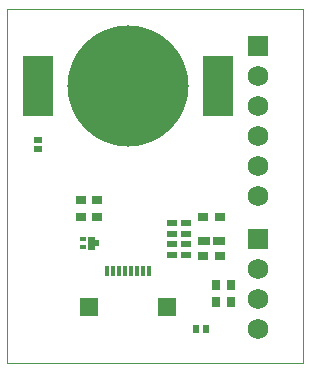
<source format=gts>
G75*
%MOIN*%
%OFA0B0*%
%FSLAX25Y25*%
%IPPOS*%
%LPD*%
%AMOC8*
5,1,8,0,0,1.08239X$1,22.5*
%
%ADD10C,0.00000*%
%ADD11R,0.01575X0.03543*%
%ADD12R,0.05912X0.06306*%
%ADD13R,0.06900X0.06900*%
%ADD14C,0.06900*%
%ADD15R,0.02362X0.01772*%
%ADD16C,0.00001*%
%ADD17C,0.40400*%
%ADD18R,0.10400X0.20400*%
%ADD19R,0.03550X0.03156*%
%ADD20R,0.03543X0.02362*%
%ADD21R,0.03156X0.03550*%
%ADD22R,0.04042X0.03156*%
%ADD23R,0.03150X0.02362*%
%ADD24R,0.02362X0.03150*%
D10*
X0038526Y0009674D02*
X0038526Y0127784D01*
X0136951Y0127784D01*
X0136951Y0009674D01*
X0038526Y0009674D01*
X0065376Y0047863D02*
X0067502Y0047863D01*
X0067502Y0049044D01*
X0068841Y0049044D01*
X0068841Y0050619D01*
X0067502Y0050619D01*
X0067502Y0051800D01*
X0065376Y0051800D01*
X0065376Y0047863D01*
D11*
X0071794Y0040383D03*
X0073762Y0040383D03*
X0075731Y0040383D03*
X0077699Y0040383D03*
X0079668Y0040383D03*
X0081636Y0040383D03*
X0083605Y0040383D03*
X0085573Y0040383D03*
D12*
X0091676Y0028375D03*
X0065691Y0028375D03*
D13*
X0121991Y0051013D03*
X0121991Y0115383D03*
D14*
X0121991Y0105383D03*
X0121991Y0095383D03*
X0121991Y0085383D03*
X0121991Y0075383D03*
X0121991Y0065383D03*
X0121991Y0041013D03*
X0121991Y0031013D03*
X0121991Y0021013D03*
D15*
X0063723Y0048552D03*
X0063723Y0051111D03*
D16*
X0065376Y0051117D02*
X0067502Y0051117D01*
X0067502Y0051118D02*
X0065376Y0051118D01*
X0065376Y0051119D02*
X0067502Y0051119D01*
X0067502Y0051120D02*
X0065376Y0051120D01*
X0065376Y0051121D02*
X0067502Y0051121D01*
X0067502Y0051122D02*
X0065376Y0051122D01*
X0065376Y0051123D02*
X0067502Y0051123D01*
X0067502Y0051124D02*
X0065376Y0051124D01*
X0065376Y0051125D02*
X0067502Y0051125D01*
X0067502Y0051126D02*
X0065376Y0051126D01*
X0065376Y0051127D02*
X0067502Y0051127D01*
X0067502Y0051128D02*
X0065376Y0051128D01*
X0065376Y0051129D02*
X0067502Y0051129D01*
X0067502Y0051130D02*
X0065376Y0051130D01*
X0065376Y0051131D02*
X0067502Y0051131D01*
X0067502Y0051132D02*
X0065376Y0051132D01*
X0065376Y0051133D02*
X0067502Y0051133D01*
X0067502Y0051134D02*
X0065376Y0051134D01*
X0065376Y0051135D02*
X0067502Y0051135D01*
X0067502Y0051136D02*
X0065376Y0051136D01*
X0065376Y0051137D02*
X0067502Y0051137D01*
X0067502Y0051138D02*
X0065376Y0051138D01*
X0065376Y0051139D02*
X0067502Y0051139D01*
X0067502Y0051140D02*
X0065376Y0051140D01*
X0065376Y0051141D02*
X0067502Y0051141D01*
X0067502Y0051142D02*
X0065376Y0051142D01*
X0065376Y0051143D02*
X0067502Y0051143D01*
X0067502Y0051144D02*
X0065376Y0051144D01*
X0067502Y0051144D01*
X0067502Y0051145D02*
X0065376Y0051145D01*
X0065376Y0051146D02*
X0067502Y0051146D01*
X0067502Y0051147D02*
X0065376Y0051147D01*
X0065376Y0051148D02*
X0067502Y0051148D01*
X0067502Y0051149D02*
X0065376Y0051149D01*
X0065376Y0051150D02*
X0067502Y0051150D01*
X0067502Y0051151D02*
X0065376Y0051151D01*
X0065376Y0051152D02*
X0067502Y0051152D01*
X0067502Y0051153D02*
X0065376Y0051153D01*
X0065376Y0051154D02*
X0067502Y0051154D01*
X0067502Y0051155D02*
X0065376Y0051155D01*
X0065376Y0051156D02*
X0067502Y0051156D01*
X0067502Y0051157D02*
X0065376Y0051157D01*
X0065376Y0051158D02*
X0067502Y0051158D01*
X0067502Y0051159D02*
X0065376Y0051159D01*
X0065376Y0051160D02*
X0067502Y0051160D01*
X0067502Y0051161D02*
X0065376Y0051161D01*
X0065376Y0051162D02*
X0067502Y0051162D01*
X0067502Y0051163D02*
X0065376Y0051163D01*
X0065376Y0051164D02*
X0067502Y0051164D01*
X0067502Y0051165D02*
X0065376Y0051165D01*
X0065376Y0051166D02*
X0067502Y0051166D01*
X0067502Y0051167D02*
X0065376Y0051167D01*
X0065376Y0051168D02*
X0067502Y0051168D01*
X0067502Y0051169D02*
X0065376Y0051169D01*
X0065376Y0051170D02*
X0067502Y0051170D01*
X0067502Y0051171D02*
X0065376Y0051171D01*
X0065376Y0051172D02*
X0067502Y0051172D01*
X0067502Y0051173D02*
X0065376Y0051173D01*
X0065376Y0051174D02*
X0067502Y0051174D01*
X0067502Y0051175D02*
X0065376Y0051175D01*
X0065376Y0051176D02*
X0067502Y0051176D01*
X0067502Y0051177D02*
X0065376Y0051177D01*
X0065376Y0051178D02*
X0067502Y0051178D01*
X0067502Y0051179D02*
X0065376Y0051179D01*
X0065376Y0051180D02*
X0067502Y0051180D01*
X0067502Y0051181D02*
X0065376Y0051181D01*
X0065376Y0051182D02*
X0067502Y0051182D01*
X0067502Y0051183D02*
X0065376Y0051183D01*
X0065376Y0051184D02*
X0067502Y0051184D01*
X0067502Y0051185D02*
X0065376Y0051185D01*
X0065376Y0051186D02*
X0067502Y0051186D01*
X0067502Y0051187D02*
X0065376Y0051187D01*
X0065376Y0051188D02*
X0067502Y0051188D01*
X0067502Y0051189D02*
X0065376Y0051189D01*
X0065376Y0051190D02*
X0067502Y0051190D01*
X0067502Y0051191D02*
X0065376Y0051191D01*
X0065376Y0051192D02*
X0067502Y0051192D01*
X0067502Y0051193D02*
X0065376Y0051193D01*
X0065376Y0051194D02*
X0067502Y0051194D01*
X0067502Y0051195D02*
X0065376Y0051195D01*
X0065376Y0051196D02*
X0067502Y0051196D01*
X0067502Y0051197D02*
X0065376Y0051197D01*
X0065376Y0051198D02*
X0067502Y0051198D01*
X0067502Y0051199D02*
X0065376Y0051199D01*
X0065376Y0051200D02*
X0067502Y0051200D01*
X0067502Y0051201D02*
X0065376Y0051201D01*
X0065376Y0051202D02*
X0067502Y0051202D01*
X0067502Y0051203D02*
X0065376Y0051203D01*
X0065376Y0051204D02*
X0067502Y0051204D01*
X0067502Y0051205D02*
X0065376Y0051205D01*
X0065376Y0051206D02*
X0067502Y0051206D01*
X0065376Y0051206D01*
X0065376Y0051207D02*
X0067502Y0051207D01*
X0067502Y0051208D02*
X0065376Y0051208D01*
X0065376Y0051209D02*
X0067502Y0051209D01*
X0067502Y0051210D02*
X0065376Y0051210D01*
X0065376Y0051211D02*
X0067502Y0051211D01*
X0067502Y0051212D02*
X0065376Y0051212D01*
X0065376Y0051213D02*
X0067502Y0051213D01*
X0067502Y0051214D02*
X0065376Y0051214D01*
X0065376Y0051215D02*
X0067502Y0051215D01*
X0067502Y0051216D02*
X0065376Y0051216D01*
X0065376Y0051217D02*
X0067502Y0051217D01*
X0067502Y0051218D02*
X0065376Y0051218D01*
X0065376Y0051219D02*
X0067502Y0051219D01*
X0067502Y0051220D02*
X0065376Y0051220D01*
X0065376Y0051221D02*
X0067502Y0051221D01*
X0067502Y0051222D02*
X0065376Y0051222D01*
X0065376Y0051223D02*
X0067502Y0051223D01*
X0067502Y0051224D02*
X0065376Y0051224D01*
X0065376Y0051225D02*
X0067502Y0051225D01*
X0067502Y0051226D02*
X0065376Y0051226D01*
X0065376Y0051227D02*
X0067502Y0051227D01*
X0067502Y0051228D02*
X0065376Y0051228D01*
X0065376Y0051229D02*
X0067502Y0051229D01*
X0067502Y0051230D02*
X0065376Y0051230D01*
X0065376Y0051231D02*
X0067502Y0051231D01*
X0067502Y0051232D02*
X0065376Y0051232D01*
X0065376Y0051233D02*
X0067502Y0051233D01*
X0067502Y0051234D02*
X0065376Y0051234D01*
X0065376Y0051235D02*
X0067502Y0051235D01*
X0067502Y0051236D02*
X0065376Y0051236D01*
X0065376Y0051237D02*
X0067502Y0051237D01*
X0067502Y0051238D02*
X0065376Y0051238D01*
X0065376Y0051239D02*
X0067502Y0051239D01*
X0067502Y0051240D02*
X0065376Y0051240D01*
X0065376Y0051241D02*
X0067502Y0051241D01*
X0067502Y0051242D02*
X0065376Y0051242D01*
X0065376Y0051243D02*
X0067502Y0051243D01*
X0067502Y0051244D02*
X0065376Y0051244D01*
X0065376Y0051245D02*
X0067502Y0051245D01*
X0067502Y0051246D02*
X0065376Y0051246D01*
X0065376Y0051247D02*
X0067502Y0051247D01*
X0067502Y0051248D02*
X0065376Y0051248D01*
X0065376Y0051249D02*
X0067502Y0051249D01*
X0067502Y0051250D02*
X0065376Y0051250D01*
X0065376Y0051251D02*
X0067502Y0051251D01*
X0067502Y0051252D02*
X0065376Y0051252D01*
X0065376Y0051253D02*
X0067502Y0051253D01*
X0067502Y0051254D02*
X0065376Y0051254D01*
X0065376Y0051255D02*
X0067502Y0051255D01*
X0067502Y0051256D02*
X0065376Y0051256D01*
X0065376Y0051257D02*
X0067502Y0051257D01*
X0067502Y0051258D02*
X0065376Y0051258D01*
X0065376Y0051259D02*
X0067502Y0051259D01*
X0067502Y0051260D02*
X0065376Y0051260D01*
X0065376Y0051261D02*
X0067502Y0051261D01*
X0067502Y0051262D02*
X0065376Y0051262D01*
X0065376Y0051263D02*
X0067502Y0051263D01*
X0067502Y0051264D02*
X0065376Y0051264D01*
X0065376Y0051265D02*
X0067502Y0051265D01*
X0067502Y0051266D02*
X0065376Y0051266D01*
X0065376Y0051267D02*
X0067502Y0051267D01*
X0067502Y0051268D02*
X0065376Y0051268D01*
X0065376Y0051269D02*
X0067502Y0051269D01*
X0065376Y0051269D01*
X0065376Y0051270D02*
X0067502Y0051270D01*
X0067502Y0051271D02*
X0065376Y0051271D01*
X0065376Y0051272D02*
X0067502Y0051272D01*
X0067502Y0051273D02*
X0065376Y0051273D01*
X0065376Y0051274D02*
X0067502Y0051274D01*
X0067502Y0051275D02*
X0065376Y0051275D01*
X0065376Y0051276D02*
X0067502Y0051276D01*
X0067502Y0051277D02*
X0065376Y0051277D01*
X0065376Y0051278D02*
X0067502Y0051278D01*
X0067502Y0051279D02*
X0065376Y0051279D01*
X0065376Y0051280D02*
X0067502Y0051280D01*
X0067502Y0051281D02*
X0065376Y0051281D01*
X0065376Y0051282D02*
X0067502Y0051282D01*
X0067502Y0051283D02*
X0065376Y0051283D01*
X0065376Y0051284D02*
X0067502Y0051284D01*
X0067502Y0051285D02*
X0065376Y0051285D01*
X0065376Y0051286D02*
X0067502Y0051286D01*
X0067502Y0051287D02*
X0065376Y0051287D01*
X0065376Y0051288D02*
X0067502Y0051288D01*
X0067502Y0051289D02*
X0065376Y0051289D01*
X0065376Y0051290D02*
X0067502Y0051290D01*
X0067502Y0051291D02*
X0065376Y0051291D01*
X0065376Y0051292D02*
X0067502Y0051292D01*
X0067502Y0051293D02*
X0065376Y0051293D01*
X0065376Y0051294D02*
X0067502Y0051294D01*
X0067502Y0051295D02*
X0065376Y0051295D01*
X0065376Y0051296D02*
X0067502Y0051296D01*
X0067502Y0051297D02*
X0065376Y0051297D01*
X0065376Y0051298D02*
X0067502Y0051298D01*
X0067502Y0051299D02*
X0065376Y0051299D01*
X0065376Y0051300D02*
X0067502Y0051300D01*
X0067502Y0051301D02*
X0065376Y0051301D01*
X0065376Y0051302D02*
X0067502Y0051302D01*
X0067502Y0051303D02*
X0065376Y0051303D01*
X0065376Y0051304D02*
X0067502Y0051304D01*
X0067502Y0051305D02*
X0065376Y0051305D01*
X0065376Y0051306D02*
X0067502Y0051306D01*
X0067502Y0051307D02*
X0065376Y0051307D01*
X0065376Y0051308D02*
X0067502Y0051308D01*
X0067502Y0051309D02*
X0065376Y0051309D01*
X0065376Y0051310D02*
X0067502Y0051310D01*
X0067502Y0051311D02*
X0065376Y0051311D01*
X0065376Y0051312D02*
X0067502Y0051312D01*
X0067502Y0051313D02*
X0065376Y0051313D01*
X0065376Y0051314D02*
X0067502Y0051314D01*
X0067502Y0051315D02*
X0065376Y0051315D01*
X0065376Y0051316D02*
X0067502Y0051316D01*
X0067502Y0051317D02*
X0065376Y0051317D01*
X0065376Y0051318D02*
X0067502Y0051318D01*
X0067502Y0051319D02*
X0065376Y0051319D01*
X0065376Y0051320D02*
X0067502Y0051320D01*
X0067502Y0051321D02*
X0065376Y0051321D01*
X0065376Y0051322D02*
X0067502Y0051322D01*
X0067502Y0051323D02*
X0065376Y0051323D01*
X0065376Y0051324D02*
X0067502Y0051324D01*
X0067502Y0051325D02*
X0065376Y0051325D01*
X0065376Y0051326D02*
X0067502Y0051326D01*
X0067502Y0051327D02*
X0065376Y0051327D01*
X0065376Y0051328D02*
X0067502Y0051328D01*
X0067502Y0051329D02*
X0065376Y0051329D01*
X0065376Y0051330D02*
X0067502Y0051330D01*
X0067502Y0051331D02*
X0065376Y0051331D01*
X0067502Y0051331D01*
X0067502Y0051332D02*
X0065376Y0051332D01*
X0065376Y0051333D02*
X0067502Y0051333D01*
X0067502Y0051334D02*
X0065376Y0051334D01*
X0065376Y0051335D02*
X0067502Y0051335D01*
X0067502Y0051336D02*
X0065376Y0051336D01*
X0065376Y0051337D02*
X0067502Y0051337D01*
X0067502Y0051338D02*
X0065376Y0051338D01*
X0065376Y0051339D02*
X0067502Y0051339D01*
X0067502Y0051340D02*
X0065376Y0051340D01*
X0065376Y0051341D02*
X0067502Y0051341D01*
X0067502Y0051342D02*
X0065376Y0051342D01*
X0065376Y0051343D02*
X0067502Y0051343D01*
X0067502Y0051344D02*
X0065376Y0051344D01*
X0065376Y0051345D02*
X0067502Y0051345D01*
X0067502Y0051346D02*
X0065376Y0051346D01*
X0065376Y0051347D02*
X0067502Y0051347D01*
X0067502Y0051348D02*
X0065376Y0051348D01*
X0065376Y0051349D02*
X0067502Y0051349D01*
X0067502Y0051350D02*
X0065376Y0051350D01*
X0065376Y0051351D02*
X0067502Y0051351D01*
X0067502Y0051352D02*
X0065376Y0051352D01*
X0065376Y0051353D02*
X0067502Y0051353D01*
X0067502Y0051354D02*
X0065376Y0051354D01*
X0065376Y0051355D02*
X0067502Y0051355D01*
X0067502Y0051356D02*
X0065376Y0051356D01*
X0065376Y0051357D02*
X0067502Y0051357D01*
X0067502Y0051358D02*
X0065376Y0051358D01*
X0065376Y0051359D02*
X0067502Y0051359D01*
X0067502Y0051360D02*
X0065376Y0051360D01*
X0065376Y0051361D02*
X0067502Y0051361D01*
X0067502Y0051362D02*
X0065376Y0051362D01*
X0065376Y0051363D02*
X0067502Y0051363D01*
X0067502Y0051364D02*
X0065376Y0051364D01*
X0065376Y0051365D02*
X0067502Y0051365D01*
X0067502Y0051366D02*
X0065376Y0051366D01*
X0065376Y0051367D02*
X0067502Y0051367D01*
X0067502Y0051368D02*
X0065376Y0051368D01*
X0065376Y0051369D02*
X0067502Y0051369D01*
X0067502Y0051370D02*
X0065376Y0051370D01*
X0065376Y0051371D02*
X0067502Y0051371D01*
X0067502Y0051372D02*
X0065376Y0051372D01*
X0065376Y0051373D02*
X0067502Y0051373D01*
X0067502Y0051374D02*
X0065376Y0051374D01*
X0065376Y0051375D02*
X0067502Y0051375D01*
X0067502Y0051376D02*
X0065376Y0051376D01*
X0065376Y0051377D02*
X0067502Y0051377D01*
X0067502Y0051378D02*
X0065376Y0051378D01*
X0065376Y0051379D02*
X0067502Y0051379D01*
X0067502Y0051380D02*
X0065376Y0051380D01*
X0065376Y0051381D02*
X0067502Y0051381D01*
X0067502Y0051382D02*
X0065376Y0051382D01*
X0065376Y0051383D02*
X0067502Y0051383D01*
X0067502Y0051384D02*
X0065376Y0051384D01*
X0065376Y0051385D02*
X0067502Y0051385D01*
X0067502Y0051386D02*
X0065376Y0051386D01*
X0065376Y0051387D02*
X0067502Y0051387D01*
X0067502Y0051388D02*
X0065376Y0051388D01*
X0065376Y0051389D02*
X0067502Y0051389D01*
X0067502Y0051390D02*
X0065376Y0051390D01*
X0065376Y0051391D02*
X0067502Y0051391D01*
X0067502Y0051392D02*
X0065376Y0051392D01*
X0065376Y0051393D02*
X0067502Y0051393D01*
X0067502Y0051394D02*
X0065376Y0051394D01*
X0067502Y0051394D01*
X0067502Y0051395D02*
X0065376Y0051395D01*
X0065376Y0051396D02*
X0067502Y0051396D01*
X0067502Y0051397D02*
X0065376Y0051397D01*
X0065376Y0051398D02*
X0067502Y0051398D01*
X0067502Y0051399D02*
X0065376Y0051399D01*
X0065376Y0051400D02*
X0067502Y0051400D01*
X0067502Y0051401D02*
X0065376Y0051401D01*
X0065376Y0051402D02*
X0067502Y0051402D01*
X0067502Y0051403D02*
X0065376Y0051403D01*
X0065376Y0051404D02*
X0067502Y0051404D01*
X0067502Y0051405D02*
X0065376Y0051405D01*
X0065376Y0051406D02*
X0067502Y0051406D01*
X0067502Y0051407D02*
X0065376Y0051407D01*
X0065376Y0051408D02*
X0067502Y0051408D01*
X0067502Y0051409D02*
X0065376Y0051409D01*
X0065376Y0051410D02*
X0067502Y0051410D01*
X0067502Y0051411D02*
X0065376Y0051411D01*
X0065376Y0051412D02*
X0067502Y0051412D01*
X0067502Y0051413D02*
X0065376Y0051413D01*
X0065376Y0051414D02*
X0067502Y0051414D01*
X0067502Y0051415D02*
X0065376Y0051415D01*
X0065376Y0051416D02*
X0067502Y0051416D01*
X0067502Y0051417D02*
X0065376Y0051417D01*
X0065376Y0051418D02*
X0067502Y0051418D01*
X0067502Y0051419D02*
X0065376Y0051419D01*
X0065376Y0051420D02*
X0067502Y0051420D01*
X0067502Y0051421D02*
X0065376Y0051421D01*
X0065376Y0051422D02*
X0067502Y0051422D01*
X0067502Y0051423D02*
X0065376Y0051423D01*
X0065376Y0051424D02*
X0067502Y0051424D01*
X0067502Y0051425D02*
X0065376Y0051425D01*
X0065376Y0051426D02*
X0067502Y0051426D01*
X0067502Y0051427D02*
X0065376Y0051427D01*
X0065376Y0051428D02*
X0067502Y0051428D01*
X0067502Y0051429D02*
X0065376Y0051429D01*
X0065376Y0051430D02*
X0067502Y0051430D01*
X0067502Y0051431D02*
X0065376Y0051431D01*
X0065376Y0051432D02*
X0067502Y0051432D01*
X0067502Y0051433D02*
X0065376Y0051433D01*
X0065376Y0051434D02*
X0067502Y0051434D01*
X0067502Y0051435D02*
X0065376Y0051435D01*
X0065376Y0051436D02*
X0067502Y0051436D01*
X0067502Y0051437D02*
X0065376Y0051437D01*
X0065376Y0051438D02*
X0067502Y0051438D01*
X0067502Y0051439D02*
X0065376Y0051439D01*
X0065376Y0051440D02*
X0067502Y0051440D01*
X0067502Y0051441D02*
X0065376Y0051441D01*
X0065376Y0051442D02*
X0067502Y0051442D01*
X0067502Y0051443D02*
X0065376Y0051443D01*
X0065376Y0051444D02*
X0067502Y0051444D01*
X0067502Y0051445D02*
X0065376Y0051445D01*
X0065376Y0051446D02*
X0067502Y0051446D01*
X0067502Y0051447D02*
X0065376Y0051447D01*
X0065376Y0051448D02*
X0067502Y0051448D01*
X0067502Y0051449D02*
X0065376Y0051449D01*
X0065376Y0051450D02*
X0067502Y0051450D01*
X0067502Y0051451D02*
X0065376Y0051451D01*
X0065376Y0051452D02*
X0067502Y0051452D01*
X0067502Y0051453D02*
X0065376Y0051453D01*
X0065376Y0051454D02*
X0067502Y0051454D01*
X0067502Y0051455D02*
X0065376Y0051455D01*
X0065376Y0051456D02*
X0067502Y0051456D01*
X0065376Y0051456D01*
X0065376Y0051457D02*
X0067502Y0051457D01*
X0067502Y0051458D02*
X0065376Y0051458D01*
X0065376Y0051459D02*
X0067502Y0051459D01*
X0067502Y0051460D02*
X0065376Y0051460D01*
X0065376Y0051461D02*
X0067502Y0051461D01*
X0067502Y0051462D02*
X0065376Y0051462D01*
X0065376Y0051463D02*
X0067502Y0051463D01*
X0067502Y0051464D02*
X0065376Y0051464D01*
X0065376Y0051465D02*
X0067502Y0051465D01*
X0067502Y0051466D02*
X0065376Y0051466D01*
X0065376Y0051467D02*
X0067502Y0051467D01*
X0067502Y0051468D02*
X0065376Y0051468D01*
X0065376Y0051469D02*
X0067502Y0051469D01*
X0067502Y0051470D02*
X0065376Y0051470D01*
X0065376Y0051471D02*
X0067502Y0051471D01*
X0067502Y0051472D02*
X0065376Y0051472D01*
X0065376Y0051473D02*
X0067502Y0051473D01*
X0067502Y0051474D02*
X0065376Y0051474D01*
X0065376Y0051475D02*
X0067502Y0051475D01*
X0067502Y0051476D02*
X0065376Y0051476D01*
X0065376Y0051477D02*
X0067502Y0051477D01*
X0067502Y0051478D02*
X0065376Y0051478D01*
X0065376Y0051479D02*
X0067502Y0051479D01*
X0067502Y0051480D02*
X0065376Y0051480D01*
X0065376Y0051481D02*
X0067502Y0051481D01*
X0067502Y0051482D02*
X0065376Y0051482D01*
X0065376Y0051483D02*
X0067502Y0051483D01*
X0067502Y0051484D02*
X0065376Y0051484D01*
X0065376Y0051485D02*
X0067502Y0051485D01*
X0067502Y0051486D02*
X0065376Y0051486D01*
X0065376Y0051487D02*
X0067502Y0051487D01*
X0067502Y0051488D02*
X0065376Y0051488D01*
X0065376Y0051489D02*
X0067502Y0051489D01*
X0067502Y0051490D02*
X0065376Y0051490D01*
X0065376Y0051491D02*
X0067502Y0051491D01*
X0067502Y0051492D02*
X0065376Y0051492D01*
X0065376Y0051493D02*
X0067502Y0051493D01*
X0067502Y0051494D02*
X0065376Y0051494D01*
X0065376Y0051495D02*
X0067502Y0051495D01*
X0067502Y0051496D02*
X0065376Y0051496D01*
X0065376Y0051497D02*
X0067502Y0051497D01*
X0067502Y0051498D02*
X0065376Y0051498D01*
X0065376Y0051499D02*
X0067502Y0051499D01*
X0067502Y0051500D02*
X0065376Y0051500D01*
X0065376Y0051501D02*
X0067502Y0051501D01*
X0067502Y0051502D02*
X0065376Y0051502D01*
X0065376Y0051503D02*
X0067502Y0051503D01*
X0067502Y0051504D02*
X0065376Y0051504D01*
X0065376Y0051505D02*
X0067502Y0051505D01*
X0067502Y0051506D02*
X0065376Y0051506D01*
X0065376Y0051507D02*
X0067502Y0051507D01*
X0067502Y0051508D02*
X0065376Y0051508D01*
X0065376Y0051509D02*
X0067502Y0051509D01*
X0067502Y0051510D02*
X0065376Y0051510D01*
X0065376Y0051511D02*
X0067502Y0051511D01*
X0067502Y0051512D02*
X0065376Y0051512D01*
X0065376Y0051513D02*
X0067502Y0051513D01*
X0067502Y0051514D02*
X0065376Y0051514D01*
X0065376Y0051515D02*
X0067502Y0051515D01*
X0067502Y0051516D02*
X0065376Y0051516D01*
X0065376Y0051517D02*
X0067502Y0051517D01*
X0067502Y0051518D02*
X0065376Y0051518D01*
X0065376Y0051519D02*
X0067502Y0051519D01*
X0065376Y0051519D01*
X0065376Y0051520D02*
X0067502Y0051520D01*
X0067502Y0051521D02*
X0065376Y0051521D01*
X0065376Y0051522D02*
X0067502Y0051522D01*
X0067502Y0051523D02*
X0065376Y0051523D01*
X0065376Y0051524D02*
X0067502Y0051524D01*
X0067502Y0051525D02*
X0065376Y0051525D01*
X0065376Y0051526D02*
X0067502Y0051526D01*
X0067502Y0051527D02*
X0065376Y0051527D01*
X0065376Y0051528D02*
X0067502Y0051528D01*
X0067502Y0051529D02*
X0065376Y0051529D01*
X0065376Y0051530D02*
X0067502Y0051530D01*
X0067502Y0051531D02*
X0065376Y0051531D01*
X0065376Y0051532D02*
X0067502Y0051532D01*
X0067502Y0051533D02*
X0065376Y0051533D01*
X0065376Y0051534D02*
X0067502Y0051534D01*
X0067502Y0051535D02*
X0065376Y0051535D01*
X0065376Y0051536D02*
X0067502Y0051536D01*
X0067502Y0051537D02*
X0065376Y0051537D01*
X0065376Y0051538D02*
X0067502Y0051538D01*
X0067502Y0051539D02*
X0065376Y0051539D01*
X0065376Y0051540D02*
X0067502Y0051540D01*
X0067502Y0051541D02*
X0065376Y0051541D01*
X0065376Y0051542D02*
X0067502Y0051542D01*
X0067502Y0051543D02*
X0065376Y0051543D01*
X0065376Y0051544D02*
X0067502Y0051544D01*
X0067502Y0051545D02*
X0065376Y0051545D01*
X0065376Y0051546D02*
X0067502Y0051546D01*
X0067502Y0051547D02*
X0065376Y0051547D01*
X0065376Y0051548D02*
X0067502Y0051548D01*
X0067502Y0051549D02*
X0065376Y0051549D01*
X0065376Y0051550D02*
X0067502Y0051550D01*
X0067502Y0051551D02*
X0065376Y0051551D01*
X0065376Y0051552D02*
X0067502Y0051552D01*
X0067502Y0051553D02*
X0065376Y0051553D01*
X0065376Y0051554D02*
X0067502Y0051554D01*
X0067502Y0051555D02*
X0065376Y0051555D01*
X0065376Y0051556D02*
X0067502Y0051556D01*
X0067502Y0051557D02*
X0065376Y0051557D01*
X0065376Y0051558D02*
X0067502Y0051558D01*
X0067502Y0051559D02*
X0065376Y0051559D01*
X0065376Y0051560D02*
X0067502Y0051560D01*
X0067502Y0051561D02*
X0065376Y0051561D01*
X0065376Y0051562D02*
X0067502Y0051562D01*
X0067502Y0051563D02*
X0065376Y0051563D01*
X0065376Y0051564D02*
X0067502Y0051564D01*
X0067502Y0051565D02*
X0065376Y0051565D01*
X0065376Y0051566D02*
X0067502Y0051566D01*
X0067502Y0051567D02*
X0065376Y0051567D01*
X0065376Y0051568D02*
X0067502Y0051568D01*
X0067502Y0051569D02*
X0065376Y0051569D01*
X0065376Y0051570D02*
X0067502Y0051570D01*
X0067502Y0051571D02*
X0065376Y0051571D01*
X0065376Y0051572D02*
X0067502Y0051572D01*
X0067502Y0051573D02*
X0065376Y0051573D01*
X0065376Y0051574D02*
X0067502Y0051574D01*
X0067502Y0051575D02*
X0065376Y0051575D01*
X0065376Y0051576D02*
X0067502Y0051576D01*
X0067502Y0051577D02*
X0065376Y0051577D01*
X0065376Y0051578D02*
X0067502Y0051578D01*
X0067502Y0051579D02*
X0065376Y0051579D01*
X0065376Y0051580D02*
X0067502Y0051580D01*
X0067502Y0051581D02*
X0065376Y0051581D01*
X0067502Y0051581D01*
X0067502Y0051582D02*
X0065376Y0051582D01*
X0065376Y0051583D02*
X0067502Y0051583D01*
X0067502Y0051584D02*
X0065376Y0051584D01*
X0065376Y0051585D02*
X0067502Y0051585D01*
X0067502Y0051586D02*
X0065376Y0051586D01*
X0065376Y0051587D02*
X0067502Y0051587D01*
X0067502Y0051588D02*
X0065376Y0051588D01*
X0065376Y0051589D02*
X0067502Y0051589D01*
X0067502Y0051590D02*
X0065376Y0051590D01*
X0065376Y0051591D02*
X0067502Y0051591D01*
X0067502Y0051592D02*
X0065376Y0051592D01*
X0065376Y0051593D02*
X0067502Y0051593D01*
X0067502Y0051594D02*
X0065376Y0051594D01*
X0065376Y0051595D02*
X0067502Y0051595D01*
X0067502Y0051596D02*
X0065376Y0051596D01*
X0065376Y0051597D02*
X0067502Y0051597D01*
X0067502Y0051598D02*
X0065376Y0051598D01*
X0065376Y0051599D02*
X0067502Y0051599D01*
X0067502Y0051600D02*
X0065376Y0051600D01*
X0065376Y0051601D02*
X0067502Y0051601D01*
X0067502Y0051602D02*
X0065376Y0051602D01*
X0065376Y0051603D02*
X0067502Y0051603D01*
X0067502Y0051604D02*
X0065376Y0051604D01*
X0065376Y0051605D02*
X0067502Y0051605D01*
X0067502Y0051606D02*
X0065376Y0051606D01*
X0065376Y0051607D02*
X0067502Y0051607D01*
X0067502Y0051608D02*
X0065376Y0051608D01*
X0065376Y0051609D02*
X0067502Y0051609D01*
X0067502Y0051610D02*
X0065376Y0051610D01*
X0065376Y0051611D02*
X0067502Y0051611D01*
X0067502Y0051612D02*
X0065376Y0051612D01*
X0065376Y0051613D02*
X0067502Y0051613D01*
X0067502Y0051614D02*
X0065376Y0051614D01*
X0065376Y0051615D02*
X0067502Y0051615D01*
X0067502Y0051616D02*
X0065376Y0051616D01*
X0065376Y0051617D02*
X0067502Y0051617D01*
X0067502Y0051618D02*
X0065376Y0051618D01*
X0065376Y0051619D02*
X0067502Y0051619D01*
X0067502Y0051620D02*
X0065376Y0051620D01*
X0065376Y0051621D02*
X0067502Y0051621D01*
X0067502Y0051622D02*
X0065376Y0051622D01*
X0065376Y0051623D02*
X0067502Y0051623D01*
X0067502Y0051624D02*
X0065376Y0051624D01*
X0065376Y0051625D02*
X0067502Y0051625D01*
X0067502Y0051626D02*
X0065376Y0051626D01*
X0065376Y0051627D02*
X0067502Y0051627D01*
X0067502Y0051628D02*
X0065376Y0051628D01*
X0065376Y0051629D02*
X0067502Y0051629D01*
X0067502Y0051630D02*
X0065376Y0051630D01*
X0065376Y0051631D02*
X0067502Y0051631D01*
X0067502Y0051632D02*
X0065376Y0051632D01*
X0065376Y0051633D02*
X0067502Y0051633D01*
X0067502Y0051634D02*
X0065376Y0051634D01*
X0065376Y0051635D02*
X0067502Y0051635D01*
X0067502Y0051636D02*
X0065376Y0051636D01*
X0065376Y0051637D02*
X0067502Y0051637D01*
X0067502Y0051638D02*
X0065376Y0051638D01*
X0065376Y0051639D02*
X0067502Y0051639D01*
X0067502Y0051640D02*
X0065376Y0051640D01*
X0065376Y0051641D02*
X0067502Y0051641D01*
X0067502Y0051642D02*
X0065376Y0051642D01*
X0065376Y0051643D02*
X0067502Y0051643D01*
X0067502Y0051644D02*
X0065376Y0051644D01*
X0067502Y0051644D01*
X0067502Y0051645D02*
X0065376Y0051645D01*
X0065376Y0051646D02*
X0067502Y0051646D01*
X0067502Y0051647D02*
X0065376Y0051647D01*
X0065376Y0051648D02*
X0067502Y0051648D01*
X0067502Y0051649D02*
X0065376Y0051649D01*
X0065376Y0051650D02*
X0067502Y0051650D01*
X0067502Y0051651D02*
X0065376Y0051651D01*
X0065376Y0051652D02*
X0067502Y0051652D01*
X0067502Y0051653D02*
X0065376Y0051653D01*
X0065376Y0051654D02*
X0067502Y0051654D01*
X0067502Y0051655D02*
X0065376Y0051655D01*
X0065376Y0051656D02*
X0067502Y0051656D01*
X0067502Y0051657D02*
X0065376Y0051657D01*
X0065376Y0051658D02*
X0067502Y0051658D01*
X0067502Y0051659D02*
X0065376Y0051659D01*
X0065376Y0051660D02*
X0067502Y0051660D01*
X0067502Y0051661D02*
X0065376Y0051661D01*
X0065376Y0051662D02*
X0067502Y0051662D01*
X0067502Y0051663D02*
X0065376Y0051663D01*
X0065376Y0051664D02*
X0067502Y0051664D01*
X0067502Y0051665D02*
X0065376Y0051665D01*
X0065376Y0051666D02*
X0067502Y0051666D01*
X0067502Y0051667D02*
X0065376Y0051667D01*
X0065376Y0051668D02*
X0067502Y0051668D01*
X0067502Y0051669D02*
X0065376Y0051669D01*
X0065376Y0051670D02*
X0067502Y0051670D01*
X0067502Y0051671D02*
X0065376Y0051671D01*
X0065376Y0051672D02*
X0067502Y0051672D01*
X0067502Y0051673D02*
X0065376Y0051673D01*
X0065376Y0051674D02*
X0067502Y0051674D01*
X0067502Y0051675D02*
X0065376Y0051675D01*
X0065376Y0051676D02*
X0067502Y0051676D01*
X0067502Y0051677D02*
X0065376Y0051677D01*
X0065376Y0051678D02*
X0067502Y0051678D01*
X0067502Y0051679D02*
X0065376Y0051679D01*
X0065376Y0051680D02*
X0067502Y0051680D01*
X0067502Y0051681D02*
X0065376Y0051681D01*
X0065376Y0051682D02*
X0067502Y0051682D01*
X0067502Y0051683D02*
X0065376Y0051683D01*
X0065376Y0051684D02*
X0067502Y0051684D01*
X0067502Y0051685D02*
X0065376Y0051685D01*
X0065376Y0051686D02*
X0067502Y0051686D01*
X0067502Y0051687D02*
X0065376Y0051687D01*
X0065376Y0051688D02*
X0067502Y0051688D01*
X0067502Y0051689D02*
X0065376Y0051689D01*
X0065376Y0051690D02*
X0067502Y0051690D01*
X0067502Y0051691D02*
X0065376Y0051691D01*
X0065376Y0051692D02*
X0067502Y0051692D01*
X0067502Y0051693D02*
X0065376Y0051693D01*
X0065376Y0051694D02*
X0067502Y0051694D01*
X0067502Y0051695D02*
X0065376Y0051695D01*
X0065376Y0051696D02*
X0067502Y0051696D01*
X0067502Y0051697D02*
X0065376Y0051697D01*
X0065376Y0051698D02*
X0067502Y0051698D01*
X0067502Y0051699D02*
X0065376Y0051699D01*
X0065376Y0051700D02*
X0067502Y0051700D01*
X0067502Y0051701D02*
X0065376Y0051701D01*
X0065376Y0051702D02*
X0067502Y0051702D01*
X0067502Y0051703D02*
X0065376Y0051703D01*
X0065376Y0051704D02*
X0067502Y0051704D01*
X0067502Y0051705D02*
X0065376Y0051705D01*
X0065376Y0051706D02*
X0067502Y0051706D01*
X0065376Y0051706D01*
X0065376Y0051707D02*
X0067502Y0051707D01*
X0067502Y0051708D02*
X0065376Y0051708D01*
X0065376Y0051709D02*
X0067502Y0051709D01*
X0067502Y0051710D02*
X0065376Y0051710D01*
X0065376Y0051711D02*
X0067502Y0051711D01*
X0067502Y0051712D02*
X0065376Y0051712D01*
X0065376Y0051713D02*
X0067502Y0051713D01*
X0067502Y0051714D02*
X0065376Y0051714D01*
X0065376Y0051715D02*
X0067502Y0051715D01*
X0067502Y0051716D02*
X0065376Y0051716D01*
X0065376Y0051717D02*
X0067502Y0051717D01*
X0067502Y0051718D02*
X0065376Y0051718D01*
X0065376Y0051719D02*
X0067502Y0051719D01*
X0067502Y0051720D02*
X0065376Y0051720D01*
X0065376Y0051721D02*
X0067502Y0051721D01*
X0067502Y0051722D02*
X0065376Y0051722D01*
X0065376Y0051723D02*
X0067502Y0051723D01*
X0067502Y0051724D02*
X0065376Y0051724D01*
X0065376Y0051725D02*
X0067502Y0051725D01*
X0067502Y0051726D02*
X0065376Y0051726D01*
X0065376Y0051727D02*
X0067502Y0051727D01*
X0067502Y0051728D02*
X0065376Y0051728D01*
X0065376Y0051729D02*
X0067502Y0051729D01*
X0067502Y0051730D02*
X0065376Y0051730D01*
X0065376Y0051731D02*
X0067502Y0051731D01*
X0067502Y0051732D02*
X0065376Y0051732D01*
X0065376Y0051733D02*
X0067502Y0051733D01*
X0067502Y0051734D02*
X0065376Y0051734D01*
X0065376Y0051735D02*
X0067502Y0051735D01*
X0067502Y0051736D02*
X0065376Y0051736D01*
X0065376Y0051737D02*
X0067502Y0051737D01*
X0067502Y0051738D02*
X0065376Y0051738D01*
X0065376Y0051739D02*
X0067502Y0051739D01*
X0067502Y0051740D02*
X0065376Y0051740D01*
X0065376Y0051741D02*
X0067502Y0051741D01*
X0067502Y0051742D02*
X0065376Y0051742D01*
X0065376Y0051743D02*
X0067502Y0051743D01*
X0067502Y0051744D02*
X0065376Y0051744D01*
X0065376Y0051745D02*
X0067502Y0051745D01*
X0067502Y0051746D02*
X0065376Y0051746D01*
X0065376Y0051747D02*
X0067502Y0051747D01*
X0067502Y0051748D02*
X0065376Y0051748D01*
X0065376Y0051749D02*
X0067502Y0051749D01*
X0067502Y0051750D02*
X0065376Y0051750D01*
X0065376Y0051751D02*
X0067502Y0051751D01*
X0067502Y0051752D02*
X0065376Y0051752D01*
X0065376Y0051753D02*
X0067502Y0051753D01*
X0067502Y0051754D02*
X0065376Y0051754D01*
X0065376Y0051755D02*
X0067502Y0051755D01*
X0067502Y0051756D02*
X0065376Y0051756D01*
X0065376Y0051757D02*
X0067502Y0051757D01*
X0067502Y0051758D02*
X0065376Y0051758D01*
X0065376Y0051759D02*
X0067502Y0051759D01*
X0067502Y0051760D02*
X0065376Y0051760D01*
X0065376Y0051761D02*
X0067502Y0051761D01*
X0067502Y0051762D02*
X0065376Y0051762D01*
X0065376Y0051763D02*
X0067502Y0051763D01*
X0067502Y0051764D02*
X0065376Y0051764D01*
X0065376Y0051765D02*
X0067502Y0051765D01*
X0067502Y0051766D02*
X0065376Y0051766D01*
X0065376Y0051767D02*
X0067502Y0051767D01*
X0067502Y0051768D02*
X0065376Y0051768D01*
X0065376Y0051769D02*
X0067502Y0051769D01*
X0065376Y0051769D01*
X0065376Y0051770D02*
X0067502Y0051770D01*
X0067502Y0051771D02*
X0065376Y0051771D01*
X0065376Y0051772D02*
X0067502Y0051772D01*
X0067502Y0051773D02*
X0065376Y0051773D01*
X0065376Y0051774D02*
X0067502Y0051774D01*
X0067502Y0051775D02*
X0065376Y0051775D01*
X0065376Y0051776D02*
X0067502Y0051776D01*
X0067502Y0051777D02*
X0065376Y0051777D01*
X0065376Y0051778D02*
X0067502Y0051778D01*
X0067502Y0051779D02*
X0065376Y0051779D01*
X0065376Y0051780D02*
X0067502Y0051780D01*
X0067502Y0051781D02*
X0065376Y0051781D01*
X0065376Y0051782D02*
X0067502Y0051782D01*
X0067502Y0051783D02*
X0065376Y0051783D01*
X0065376Y0051784D02*
X0067502Y0051784D01*
X0067502Y0051785D02*
X0065376Y0051785D01*
X0065376Y0051786D02*
X0067502Y0051786D01*
X0067502Y0051787D02*
X0065376Y0051787D01*
X0065376Y0051788D02*
X0067502Y0051788D01*
X0067502Y0051789D02*
X0065376Y0051789D01*
X0065376Y0051790D02*
X0067502Y0051790D01*
X0067502Y0051791D02*
X0065376Y0051791D01*
X0065376Y0051792D02*
X0067502Y0051792D01*
X0067502Y0051793D02*
X0065376Y0051793D01*
X0065376Y0051794D02*
X0067502Y0051794D01*
X0067502Y0051795D02*
X0065376Y0051795D01*
X0065376Y0051796D02*
X0067502Y0051796D01*
X0067502Y0051797D02*
X0065376Y0051797D01*
X0065376Y0051798D02*
X0067502Y0051798D01*
X0067502Y0051799D02*
X0065376Y0051799D01*
X0065376Y0051116D02*
X0067502Y0051116D01*
X0067502Y0051115D02*
X0065376Y0051115D01*
X0065376Y0051114D02*
X0067502Y0051114D01*
X0067502Y0051113D02*
X0065376Y0051113D01*
X0065376Y0051112D02*
X0067502Y0051112D01*
X0067502Y0051111D02*
X0065376Y0051111D01*
X0065376Y0051110D02*
X0067502Y0051110D01*
X0067502Y0051109D02*
X0065376Y0051109D01*
X0065376Y0051108D02*
X0067502Y0051108D01*
X0067502Y0051107D02*
X0065376Y0051107D01*
X0065376Y0051106D02*
X0067502Y0051106D01*
X0067502Y0051105D02*
X0065376Y0051105D01*
X0065376Y0051104D02*
X0067502Y0051104D01*
X0067502Y0051103D02*
X0065376Y0051103D01*
X0065376Y0051102D02*
X0067502Y0051102D01*
X0067502Y0051101D02*
X0065376Y0051101D01*
X0065376Y0051100D02*
X0067502Y0051100D01*
X0067502Y0051099D02*
X0065376Y0051099D01*
X0065376Y0051098D02*
X0067502Y0051098D01*
X0067502Y0051097D02*
X0065376Y0051097D01*
X0065376Y0051096D02*
X0067502Y0051096D01*
X0067502Y0051095D02*
X0065376Y0051095D01*
X0065376Y0051094D02*
X0067502Y0051094D01*
X0067502Y0051093D02*
X0065376Y0051093D01*
X0065376Y0051092D02*
X0067502Y0051092D01*
X0067502Y0051091D02*
X0065376Y0051091D01*
X0065376Y0051090D02*
X0067502Y0051090D01*
X0067502Y0051089D02*
X0065376Y0051089D01*
X0065376Y0051088D02*
X0067502Y0051088D01*
X0067502Y0051087D02*
X0065376Y0051087D01*
X0065376Y0051086D02*
X0067502Y0051086D01*
X0067502Y0051085D02*
X0065376Y0051085D01*
X0065376Y0051084D02*
X0067502Y0051084D01*
X0067502Y0051083D02*
X0065376Y0051083D01*
X0065376Y0051082D02*
X0067502Y0051082D01*
X0067502Y0051081D02*
X0065376Y0051081D01*
X0067502Y0051081D01*
X0067502Y0051080D02*
X0065376Y0051080D01*
X0065376Y0051079D02*
X0067502Y0051079D01*
X0067502Y0051078D02*
X0065376Y0051078D01*
X0065376Y0051077D02*
X0067502Y0051077D01*
X0067502Y0051076D02*
X0065376Y0051076D01*
X0065376Y0051075D02*
X0067502Y0051075D01*
X0067502Y0051074D02*
X0065376Y0051074D01*
X0065376Y0051073D02*
X0067502Y0051073D01*
X0067502Y0051072D02*
X0065376Y0051072D01*
X0065376Y0051071D02*
X0067502Y0051071D01*
X0067502Y0051070D02*
X0065376Y0051070D01*
X0065376Y0051069D02*
X0067502Y0051069D01*
X0067502Y0051068D02*
X0065376Y0051068D01*
X0065376Y0051067D02*
X0067502Y0051067D01*
X0067502Y0051066D02*
X0065376Y0051066D01*
X0065376Y0051065D02*
X0067502Y0051065D01*
X0067502Y0051064D02*
X0065376Y0051064D01*
X0065376Y0051063D02*
X0067502Y0051063D01*
X0067502Y0051062D02*
X0065376Y0051062D01*
X0065376Y0051061D02*
X0067502Y0051061D01*
X0067502Y0051060D02*
X0065376Y0051060D01*
X0065376Y0051059D02*
X0067502Y0051059D01*
X0067502Y0051058D02*
X0065376Y0051058D01*
X0065376Y0051057D02*
X0067502Y0051057D01*
X0067502Y0051056D02*
X0065376Y0051056D01*
X0065376Y0051055D02*
X0067502Y0051055D01*
X0067502Y0051054D02*
X0065376Y0051054D01*
X0065376Y0051053D02*
X0067502Y0051053D01*
X0067502Y0051052D02*
X0065376Y0051052D01*
X0065376Y0051051D02*
X0067502Y0051051D01*
X0067502Y0051050D02*
X0065376Y0051050D01*
X0065376Y0051049D02*
X0067502Y0051049D01*
X0067502Y0051048D02*
X0065376Y0051048D01*
X0065376Y0051047D02*
X0067502Y0051047D01*
X0067502Y0051046D02*
X0065376Y0051046D01*
X0065376Y0051045D02*
X0067502Y0051045D01*
X0067502Y0051044D02*
X0065376Y0051044D01*
X0065376Y0051043D02*
X0067502Y0051043D01*
X0067502Y0051042D02*
X0065376Y0051042D01*
X0065376Y0051041D02*
X0067502Y0051041D01*
X0067502Y0051040D02*
X0065376Y0051040D01*
X0065376Y0051039D02*
X0067502Y0051039D01*
X0067502Y0051038D02*
X0065376Y0051038D01*
X0065376Y0051037D02*
X0067502Y0051037D01*
X0067502Y0051036D02*
X0065376Y0051036D01*
X0065376Y0051035D02*
X0067502Y0051035D01*
X0067502Y0051034D02*
X0065376Y0051034D01*
X0065376Y0051033D02*
X0067502Y0051033D01*
X0067502Y0051032D02*
X0065376Y0051032D01*
X0065376Y0051031D02*
X0067502Y0051031D01*
X0067502Y0051030D02*
X0065376Y0051030D01*
X0065376Y0051029D02*
X0067502Y0051029D01*
X0067502Y0051028D02*
X0065376Y0051028D01*
X0065376Y0051027D02*
X0067502Y0051027D01*
X0067502Y0051026D02*
X0065376Y0051026D01*
X0065376Y0051025D02*
X0067502Y0051025D01*
X0067502Y0051024D02*
X0065376Y0051024D01*
X0065376Y0051023D02*
X0067502Y0051023D01*
X0067502Y0051022D02*
X0065376Y0051022D01*
X0065376Y0051021D02*
X0067502Y0051021D01*
X0067502Y0051020D02*
X0065376Y0051020D01*
X0065376Y0051019D02*
X0067502Y0051019D01*
X0065376Y0051019D01*
X0065376Y0051018D02*
X0067502Y0051018D01*
X0067502Y0051017D02*
X0065376Y0051017D01*
X0065376Y0051016D02*
X0067502Y0051016D01*
X0067502Y0051015D02*
X0065376Y0051015D01*
X0065376Y0051014D02*
X0067502Y0051014D01*
X0067502Y0051013D02*
X0065376Y0051013D01*
X0065376Y0051012D02*
X0067502Y0051012D01*
X0067502Y0051011D02*
X0065376Y0051011D01*
X0065376Y0051010D02*
X0067502Y0051010D01*
X0067502Y0051009D02*
X0065376Y0051009D01*
X0065376Y0051008D02*
X0067502Y0051008D01*
X0067502Y0051007D02*
X0065376Y0051007D01*
X0065376Y0051006D02*
X0067502Y0051006D01*
X0067502Y0051005D02*
X0065376Y0051005D01*
X0065376Y0051004D02*
X0067502Y0051004D01*
X0067502Y0051003D02*
X0065376Y0051003D01*
X0065376Y0051002D02*
X0067502Y0051002D01*
X0067502Y0051001D02*
X0065376Y0051001D01*
X0065376Y0051000D02*
X0067502Y0051000D01*
X0067502Y0050999D02*
X0065376Y0050999D01*
X0065376Y0050998D02*
X0067502Y0050998D01*
X0067502Y0050997D02*
X0065376Y0050997D01*
X0065376Y0050996D02*
X0067502Y0050996D01*
X0067502Y0050995D02*
X0065376Y0050995D01*
X0065376Y0050994D02*
X0067502Y0050994D01*
X0067502Y0050993D02*
X0065376Y0050993D01*
X0065376Y0050992D02*
X0067502Y0050992D01*
X0067502Y0050991D02*
X0065376Y0050991D01*
X0065376Y0050990D02*
X0067502Y0050990D01*
X0067502Y0050989D02*
X0065376Y0050989D01*
X0065376Y0050988D02*
X0067502Y0050988D01*
X0067502Y0050987D02*
X0065376Y0050987D01*
X0065376Y0050986D02*
X0067502Y0050986D01*
X0067502Y0050985D02*
X0065376Y0050985D01*
X0065376Y0050984D02*
X0067502Y0050984D01*
X0067502Y0050983D02*
X0065376Y0050983D01*
X0065376Y0050982D02*
X0067502Y0050982D01*
X0067502Y0050981D02*
X0065376Y0050981D01*
X0065376Y0050980D02*
X0067502Y0050980D01*
X0067502Y0050979D02*
X0065376Y0050979D01*
X0065376Y0050978D02*
X0067502Y0050978D01*
X0067502Y0050977D02*
X0065376Y0050977D01*
X0065376Y0050976D02*
X0067502Y0050976D01*
X0067502Y0050975D02*
X0065376Y0050975D01*
X0065376Y0050974D02*
X0067502Y0050974D01*
X0067502Y0050973D02*
X0065376Y0050973D01*
X0065376Y0050972D02*
X0067502Y0050972D01*
X0067502Y0050971D02*
X0065376Y0050971D01*
X0065376Y0050970D02*
X0067502Y0050970D01*
X0067502Y0050969D02*
X0065376Y0050969D01*
X0065376Y0050968D02*
X0067502Y0050968D01*
X0067502Y0050967D02*
X0065376Y0050967D01*
X0065376Y0050966D02*
X0067502Y0050966D01*
X0067502Y0050965D02*
X0065376Y0050965D01*
X0065376Y0050964D02*
X0067502Y0050964D01*
X0067502Y0050963D02*
X0065376Y0050963D01*
X0065376Y0050962D02*
X0067502Y0050962D01*
X0067502Y0050961D02*
X0065376Y0050961D01*
X0065376Y0050960D02*
X0067502Y0050960D01*
X0067502Y0050959D02*
X0065376Y0050959D01*
X0065376Y0050958D02*
X0067502Y0050958D01*
X0067502Y0050957D02*
X0065376Y0050957D01*
X0065376Y0050956D02*
X0067502Y0050956D01*
X0065376Y0050956D01*
X0065376Y0050955D02*
X0067502Y0050955D01*
X0067502Y0050954D02*
X0065376Y0050954D01*
X0065376Y0050953D02*
X0067502Y0050953D01*
X0067502Y0050952D02*
X0065376Y0050952D01*
X0065376Y0050951D02*
X0067502Y0050951D01*
X0067502Y0050950D02*
X0065376Y0050950D01*
X0065376Y0050949D02*
X0067502Y0050949D01*
X0067502Y0050948D02*
X0065376Y0050948D01*
X0065376Y0050947D02*
X0067502Y0050947D01*
X0067502Y0050946D02*
X0065376Y0050946D01*
X0065376Y0050945D02*
X0067502Y0050945D01*
X0067502Y0050944D02*
X0065376Y0050944D01*
X0065376Y0050943D02*
X0067502Y0050943D01*
X0067502Y0050942D02*
X0065376Y0050942D01*
X0065376Y0050941D02*
X0067502Y0050941D01*
X0067502Y0050940D02*
X0065376Y0050940D01*
X0065376Y0050939D02*
X0067502Y0050939D01*
X0067502Y0050938D02*
X0065376Y0050938D01*
X0065376Y0050937D02*
X0067502Y0050937D01*
X0067502Y0050936D02*
X0065376Y0050936D01*
X0065376Y0050935D02*
X0067502Y0050935D01*
X0067502Y0050934D02*
X0065376Y0050934D01*
X0065376Y0050933D02*
X0067502Y0050933D01*
X0067502Y0050932D02*
X0065376Y0050932D01*
X0065376Y0050931D02*
X0067502Y0050931D01*
X0067502Y0050930D02*
X0065376Y0050930D01*
X0065376Y0050929D02*
X0067502Y0050929D01*
X0067502Y0050928D02*
X0065376Y0050928D01*
X0065376Y0050927D02*
X0067502Y0050927D01*
X0067502Y0050926D02*
X0065376Y0050926D01*
X0065376Y0050925D02*
X0067502Y0050925D01*
X0067502Y0050924D02*
X0065376Y0050924D01*
X0065376Y0050923D02*
X0067502Y0050923D01*
X0067502Y0050922D02*
X0065376Y0050922D01*
X0065376Y0050921D02*
X0067502Y0050921D01*
X0067502Y0050920D02*
X0065376Y0050920D01*
X0065376Y0050919D02*
X0067502Y0050919D01*
X0067502Y0050918D02*
X0065376Y0050918D01*
X0065376Y0050917D02*
X0067502Y0050917D01*
X0067502Y0050916D02*
X0065376Y0050916D01*
X0065376Y0050915D02*
X0067502Y0050915D01*
X0067502Y0050914D02*
X0065376Y0050914D01*
X0065376Y0050913D02*
X0067502Y0050913D01*
X0067502Y0050912D02*
X0065376Y0050912D01*
X0065376Y0050911D02*
X0067502Y0050911D01*
X0067502Y0050910D02*
X0065376Y0050910D01*
X0065376Y0050909D02*
X0067502Y0050909D01*
X0067502Y0050908D02*
X0065376Y0050908D01*
X0065376Y0050907D02*
X0067502Y0050907D01*
X0067502Y0050906D02*
X0065376Y0050906D01*
X0065376Y0050905D02*
X0067502Y0050905D01*
X0067502Y0050904D02*
X0065376Y0050904D01*
X0065376Y0050903D02*
X0067502Y0050903D01*
X0067502Y0050902D02*
X0065376Y0050902D01*
X0065376Y0050901D02*
X0067502Y0050901D01*
X0067502Y0050900D02*
X0065376Y0050900D01*
X0065376Y0050899D02*
X0067502Y0050899D01*
X0067502Y0050898D02*
X0065376Y0050898D01*
X0065376Y0050897D02*
X0067502Y0050897D01*
X0067502Y0050896D02*
X0065376Y0050896D01*
X0065376Y0050895D02*
X0067502Y0050895D01*
X0067502Y0050894D02*
X0065376Y0050894D01*
X0067502Y0050894D01*
X0067502Y0050893D02*
X0065376Y0050893D01*
X0065376Y0050892D02*
X0067502Y0050892D01*
X0067502Y0050891D02*
X0065376Y0050891D01*
X0065376Y0050890D02*
X0067502Y0050890D01*
X0067502Y0050889D02*
X0065376Y0050889D01*
X0065376Y0050888D02*
X0067502Y0050888D01*
X0067502Y0050887D02*
X0065376Y0050887D01*
X0065376Y0050886D02*
X0067502Y0050886D01*
X0067502Y0050885D02*
X0065376Y0050885D01*
X0065376Y0050884D02*
X0067502Y0050884D01*
X0067502Y0050883D02*
X0065376Y0050883D01*
X0065376Y0050882D02*
X0067502Y0050882D01*
X0067502Y0050881D02*
X0065376Y0050881D01*
X0065376Y0050880D02*
X0067502Y0050880D01*
X0067502Y0050879D02*
X0065376Y0050879D01*
X0065376Y0050878D02*
X0067502Y0050878D01*
X0067502Y0050877D02*
X0065376Y0050877D01*
X0065376Y0050876D02*
X0067502Y0050876D01*
X0067502Y0050875D02*
X0065376Y0050875D01*
X0065376Y0050874D02*
X0067502Y0050874D01*
X0067502Y0050873D02*
X0065376Y0050873D01*
X0065376Y0050872D02*
X0067502Y0050872D01*
X0067502Y0050871D02*
X0065376Y0050871D01*
X0065376Y0050870D02*
X0067502Y0050870D01*
X0067502Y0050869D02*
X0065376Y0050869D01*
X0065376Y0050868D02*
X0067502Y0050868D01*
X0067502Y0050867D02*
X0065376Y0050867D01*
X0065376Y0050866D02*
X0067502Y0050866D01*
X0067502Y0050865D02*
X0065376Y0050865D01*
X0065376Y0050864D02*
X0067502Y0050864D01*
X0067502Y0050863D02*
X0065376Y0050863D01*
X0065376Y0050862D02*
X0067502Y0050862D01*
X0067502Y0050861D02*
X0065376Y0050861D01*
X0065376Y0050860D02*
X0067502Y0050860D01*
X0067502Y0050859D02*
X0065376Y0050859D01*
X0065376Y0050858D02*
X0067502Y0050858D01*
X0067502Y0050857D02*
X0065376Y0050857D01*
X0065376Y0050856D02*
X0067502Y0050856D01*
X0067502Y0050855D02*
X0065376Y0050855D01*
X0065376Y0050854D02*
X0067502Y0050854D01*
X0067502Y0050853D02*
X0065376Y0050853D01*
X0065376Y0050852D02*
X0067502Y0050852D01*
X0067502Y0050851D02*
X0065376Y0050851D01*
X0065376Y0050850D02*
X0067502Y0050850D01*
X0067502Y0050849D02*
X0065376Y0050849D01*
X0065376Y0050848D02*
X0067502Y0050848D01*
X0067502Y0050847D02*
X0065376Y0050847D01*
X0065376Y0050846D02*
X0067502Y0050846D01*
X0067502Y0050845D02*
X0065376Y0050845D01*
X0065376Y0050844D02*
X0067502Y0050844D01*
X0067502Y0050843D02*
X0065376Y0050843D01*
X0065376Y0050842D02*
X0067502Y0050842D01*
X0067502Y0050841D02*
X0065376Y0050841D01*
X0065376Y0050840D02*
X0067502Y0050840D01*
X0067502Y0050839D02*
X0065376Y0050839D01*
X0065376Y0050838D02*
X0067502Y0050838D01*
X0067502Y0050837D02*
X0065376Y0050837D01*
X0065376Y0050836D02*
X0067502Y0050836D01*
X0067502Y0050835D02*
X0065376Y0050835D01*
X0065376Y0050834D02*
X0067502Y0050834D01*
X0067502Y0050833D02*
X0065376Y0050833D01*
X0065376Y0050832D02*
X0067502Y0050832D01*
X0067502Y0050831D02*
X0065376Y0050831D01*
X0067502Y0050831D01*
X0067502Y0050830D02*
X0065376Y0050830D01*
X0065376Y0050829D02*
X0067502Y0050829D01*
X0067502Y0050828D02*
X0065376Y0050828D01*
X0065376Y0050827D02*
X0067502Y0050827D01*
X0067502Y0050826D02*
X0065376Y0050826D01*
X0065376Y0050825D02*
X0067502Y0050825D01*
X0067502Y0050824D02*
X0065376Y0050824D01*
X0065376Y0050823D02*
X0067502Y0050823D01*
X0067502Y0050822D02*
X0065376Y0050822D01*
X0065376Y0050821D02*
X0067502Y0050821D01*
X0067502Y0050820D02*
X0065376Y0050820D01*
X0065376Y0050819D02*
X0067502Y0050819D01*
X0067502Y0050818D02*
X0065376Y0050818D01*
X0065376Y0050817D02*
X0067502Y0050817D01*
X0067502Y0050816D02*
X0065376Y0050816D01*
X0065376Y0050815D02*
X0067502Y0050815D01*
X0067502Y0050814D02*
X0065376Y0050814D01*
X0065376Y0050813D02*
X0067502Y0050813D01*
X0067502Y0050812D02*
X0065376Y0050812D01*
X0065376Y0050811D02*
X0067502Y0050811D01*
X0067502Y0050810D02*
X0065376Y0050810D01*
X0065376Y0050809D02*
X0067502Y0050809D01*
X0067502Y0050808D02*
X0065376Y0050808D01*
X0065376Y0050807D02*
X0067502Y0050807D01*
X0067502Y0050806D02*
X0065376Y0050806D01*
X0065376Y0050805D02*
X0067502Y0050805D01*
X0067502Y0050804D02*
X0065376Y0050804D01*
X0065376Y0050803D02*
X0067502Y0050803D01*
X0067502Y0050802D02*
X0065376Y0050802D01*
X0065376Y0050801D02*
X0067502Y0050801D01*
X0067502Y0050800D02*
X0065376Y0050800D01*
X0065376Y0050799D02*
X0067502Y0050799D01*
X0067502Y0050798D02*
X0065376Y0050798D01*
X0065376Y0050797D02*
X0067502Y0050797D01*
X0067502Y0050796D02*
X0065376Y0050796D01*
X0065376Y0050795D02*
X0067502Y0050795D01*
X0067502Y0050794D02*
X0065376Y0050794D01*
X0065376Y0050793D02*
X0067502Y0050793D01*
X0067502Y0050792D02*
X0065376Y0050792D01*
X0065376Y0050791D02*
X0067502Y0050791D01*
X0067502Y0050790D02*
X0065376Y0050790D01*
X0065376Y0050789D02*
X0067502Y0050789D01*
X0067502Y0050788D02*
X0065376Y0050788D01*
X0065376Y0050787D02*
X0067502Y0050787D01*
X0067502Y0050786D02*
X0065376Y0050786D01*
X0065376Y0050785D02*
X0067502Y0050785D01*
X0067502Y0050784D02*
X0065376Y0050784D01*
X0065376Y0050783D02*
X0067502Y0050783D01*
X0067502Y0050782D02*
X0065376Y0050782D01*
X0065376Y0050781D02*
X0067502Y0050781D01*
X0067502Y0050780D02*
X0065376Y0050780D01*
X0065376Y0050779D02*
X0067502Y0050779D01*
X0067502Y0050778D02*
X0065376Y0050778D01*
X0065376Y0050777D02*
X0067502Y0050777D01*
X0067502Y0050776D02*
X0065376Y0050776D01*
X0065376Y0050775D02*
X0067502Y0050775D01*
X0067502Y0050774D02*
X0065376Y0050774D01*
X0065376Y0050773D02*
X0067502Y0050773D01*
X0067502Y0050772D02*
X0065376Y0050772D01*
X0065376Y0050771D02*
X0067502Y0050771D01*
X0067502Y0050770D02*
X0065376Y0050770D01*
X0065376Y0050769D02*
X0067502Y0050769D01*
X0065376Y0050769D01*
X0065376Y0050768D02*
X0067502Y0050768D01*
X0067502Y0050767D02*
X0065376Y0050767D01*
X0065376Y0050766D02*
X0067502Y0050766D01*
X0067502Y0050765D02*
X0065376Y0050765D01*
X0065376Y0050764D02*
X0067502Y0050764D01*
X0067502Y0050763D02*
X0065376Y0050763D01*
X0065376Y0050762D02*
X0067502Y0050762D01*
X0067502Y0050761D02*
X0065376Y0050761D01*
X0065376Y0050760D02*
X0067502Y0050760D01*
X0067502Y0050759D02*
X0065376Y0050759D01*
X0065376Y0050758D02*
X0067502Y0050758D01*
X0067502Y0050757D02*
X0065376Y0050757D01*
X0065376Y0050756D02*
X0067502Y0050756D01*
X0067502Y0050755D02*
X0065376Y0050755D01*
X0065376Y0050754D02*
X0067502Y0050754D01*
X0067502Y0050753D02*
X0065376Y0050753D01*
X0065376Y0050752D02*
X0067502Y0050752D01*
X0067502Y0050751D02*
X0065376Y0050751D01*
X0065376Y0050750D02*
X0067502Y0050750D01*
X0067502Y0050749D02*
X0065376Y0050749D01*
X0065376Y0050748D02*
X0067502Y0050748D01*
X0067502Y0050747D02*
X0065376Y0050747D01*
X0065376Y0050746D02*
X0067502Y0050746D01*
X0067502Y0050745D02*
X0065376Y0050745D01*
X0065376Y0050744D02*
X0067502Y0050744D01*
X0067502Y0050743D02*
X0065376Y0050743D01*
X0065376Y0050742D02*
X0067502Y0050742D01*
X0067502Y0050741D02*
X0065376Y0050741D01*
X0065376Y0050740D02*
X0067502Y0050740D01*
X0067502Y0050739D02*
X0065376Y0050739D01*
X0065376Y0050738D02*
X0067502Y0050738D01*
X0067502Y0050737D02*
X0065376Y0050737D01*
X0065376Y0050736D02*
X0067502Y0050736D01*
X0067502Y0050735D02*
X0065376Y0050735D01*
X0065376Y0050734D02*
X0067502Y0050734D01*
X0067502Y0050733D02*
X0065376Y0050733D01*
X0065376Y0050732D02*
X0067502Y0050732D01*
X0067502Y0050731D02*
X0065376Y0050731D01*
X0065376Y0050730D02*
X0067502Y0050730D01*
X0067502Y0050729D02*
X0065376Y0050729D01*
X0065376Y0050728D02*
X0067502Y0050728D01*
X0067502Y0050727D02*
X0065376Y0050727D01*
X0065376Y0050726D02*
X0067502Y0050726D01*
X0067502Y0050725D02*
X0065376Y0050725D01*
X0065376Y0050724D02*
X0067502Y0050724D01*
X0067502Y0050723D02*
X0065376Y0050723D01*
X0065376Y0050722D02*
X0067502Y0050722D01*
X0067502Y0050721D02*
X0065376Y0050721D01*
X0065376Y0050720D02*
X0067502Y0050720D01*
X0067502Y0050719D02*
X0065376Y0050719D01*
X0065376Y0050718D02*
X0067502Y0050718D01*
X0067502Y0050717D02*
X0065376Y0050717D01*
X0065376Y0050716D02*
X0067502Y0050716D01*
X0067502Y0050715D02*
X0065376Y0050715D01*
X0065376Y0050714D02*
X0067502Y0050714D01*
X0067502Y0050713D02*
X0065376Y0050713D01*
X0065376Y0050712D02*
X0067502Y0050712D01*
X0067502Y0050711D02*
X0065376Y0050711D01*
X0065376Y0050710D02*
X0067502Y0050710D01*
X0067502Y0050709D02*
X0065376Y0050709D01*
X0065376Y0050708D02*
X0067502Y0050708D01*
X0067502Y0050707D02*
X0065376Y0050707D01*
X0065376Y0050706D02*
X0067502Y0050706D01*
X0065376Y0050706D01*
X0065376Y0050705D02*
X0067502Y0050705D01*
X0067502Y0050704D02*
X0065376Y0050704D01*
X0065376Y0050703D02*
X0067502Y0050703D01*
X0067502Y0050702D02*
X0065376Y0050702D01*
X0065376Y0050701D02*
X0067502Y0050701D01*
X0067502Y0050700D02*
X0065376Y0050700D01*
X0065376Y0050699D02*
X0067502Y0050699D01*
X0067502Y0050698D02*
X0065376Y0050698D01*
X0065376Y0050697D02*
X0067502Y0050697D01*
X0067502Y0050696D02*
X0065376Y0050696D01*
X0065376Y0050695D02*
X0067502Y0050695D01*
X0067502Y0050694D02*
X0065376Y0050694D01*
X0065376Y0050693D02*
X0067502Y0050693D01*
X0067502Y0050692D02*
X0065376Y0050692D01*
X0065376Y0050691D02*
X0067502Y0050691D01*
X0067502Y0050690D02*
X0065376Y0050690D01*
X0065376Y0050689D02*
X0067502Y0050689D01*
X0067502Y0050688D02*
X0065376Y0050688D01*
X0065376Y0050687D02*
X0067502Y0050687D01*
X0067502Y0050686D02*
X0065376Y0050686D01*
X0065376Y0050685D02*
X0067502Y0050685D01*
X0067502Y0050684D02*
X0065376Y0050684D01*
X0065376Y0050683D02*
X0067502Y0050683D01*
X0067502Y0050682D02*
X0065376Y0050682D01*
X0065376Y0050681D02*
X0067502Y0050681D01*
X0067502Y0050680D02*
X0065376Y0050680D01*
X0065376Y0050679D02*
X0067502Y0050679D01*
X0067502Y0050678D02*
X0065376Y0050678D01*
X0065376Y0050677D02*
X0067502Y0050677D01*
X0067502Y0050676D02*
X0065376Y0050676D01*
X0065376Y0050675D02*
X0067502Y0050675D01*
X0067502Y0050674D02*
X0065376Y0050674D01*
X0065376Y0050673D02*
X0067502Y0050673D01*
X0067502Y0050672D02*
X0065376Y0050672D01*
X0065376Y0050671D02*
X0067502Y0050671D01*
X0067502Y0050670D02*
X0065376Y0050670D01*
X0065376Y0050669D02*
X0067502Y0050669D01*
X0067502Y0050668D02*
X0065376Y0050668D01*
X0065376Y0050667D02*
X0067502Y0050667D01*
X0067502Y0050666D02*
X0065376Y0050666D01*
X0065376Y0050665D02*
X0067502Y0050665D01*
X0067502Y0050664D02*
X0065376Y0050664D01*
X0065376Y0050663D02*
X0067502Y0050663D01*
X0067502Y0050662D02*
X0065376Y0050662D01*
X0065376Y0050661D02*
X0067502Y0050661D01*
X0067502Y0050660D02*
X0065376Y0050660D01*
X0065376Y0050659D02*
X0067502Y0050659D01*
X0067502Y0050658D02*
X0065376Y0050658D01*
X0065376Y0050657D02*
X0067502Y0050657D01*
X0067502Y0050656D02*
X0065376Y0050656D01*
X0065376Y0050655D02*
X0067502Y0050655D01*
X0067502Y0050654D02*
X0065376Y0050654D01*
X0065376Y0050653D02*
X0067502Y0050653D01*
X0067502Y0050652D02*
X0065376Y0050652D01*
X0065376Y0050651D02*
X0067502Y0050651D01*
X0067502Y0050650D02*
X0065376Y0050650D01*
X0065376Y0050649D02*
X0067502Y0050649D01*
X0067502Y0050648D02*
X0065376Y0050648D01*
X0065376Y0050647D02*
X0067502Y0050647D01*
X0067502Y0050646D02*
X0065376Y0050646D01*
X0065376Y0050645D02*
X0067502Y0050645D01*
X0067502Y0050644D02*
X0065376Y0050644D01*
X0067502Y0050644D01*
X0067502Y0050643D02*
X0065376Y0050643D01*
X0065376Y0050642D02*
X0067502Y0050642D01*
X0067502Y0050641D02*
X0065376Y0050641D01*
X0065376Y0050640D02*
X0067502Y0050640D01*
X0067502Y0050639D02*
X0065376Y0050639D01*
X0065376Y0050638D02*
X0067502Y0050638D01*
X0067502Y0050637D02*
X0065376Y0050637D01*
X0065376Y0050636D02*
X0067502Y0050636D01*
X0067502Y0050635D02*
X0065376Y0050635D01*
X0065376Y0050634D02*
X0067502Y0050634D01*
X0067502Y0050633D02*
X0065376Y0050633D01*
X0065376Y0050632D02*
X0067502Y0050632D01*
X0067502Y0050631D02*
X0065376Y0050631D01*
X0065376Y0050630D02*
X0067502Y0050630D01*
X0067502Y0050629D02*
X0065376Y0050629D01*
X0065376Y0050628D02*
X0067502Y0050628D01*
X0067502Y0050627D02*
X0065376Y0050627D01*
X0065376Y0050626D02*
X0067502Y0050626D01*
X0067502Y0050625D02*
X0065376Y0050625D01*
X0065376Y0050624D02*
X0067502Y0050624D01*
X0067502Y0050623D02*
X0065376Y0050623D01*
X0065376Y0050622D02*
X0067502Y0050622D01*
X0067502Y0050621D02*
X0065376Y0050621D01*
X0065376Y0050620D02*
X0067502Y0050620D01*
X0067502Y0050619D02*
X0065376Y0050619D01*
X0065376Y0050618D02*
X0068841Y0050618D01*
X0068841Y0050617D02*
X0065376Y0050617D01*
X0065376Y0050616D02*
X0068841Y0050616D01*
X0068841Y0050615D02*
X0065376Y0050615D01*
X0065376Y0050614D02*
X0068841Y0050614D01*
X0068841Y0050613D02*
X0065376Y0050613D01*
X0065376Y0050612D02*
X0068841Y0050612D01*
X0068841Y0050611D02*
X0065376Y0050611D01*
X0065376Y0050610D02*
X0068841Y0050610D01*
X0068841Y0050609D02*
X0065376Y0050609D01*
X0065376Y0050608D02*
X0068841Y0050608D01*
X0068841Y0050607D02*
X0065376Y0050607D01*
X0065376Y0050606D02*
X0068841Y0050606D01*
X0068841Y0050605D02*
X0065376Y0050605D01*
X0065376Y0050604D02*
X0068841Y0050604D01*
X0068841Y0050603D02*
X0065376Y0050603D01*
X0065376Y0050602D02*
X0068841Y0050602D01*
X0068841Y0050601D02*
X0065376Y0050601D01*
X0065376Y0050600D02*
X0068841Y0050600D01*
X0068841Y0050599D02*
X0065376Y0050599D01*
X0065376Y0050598D02*
X0068841Y0050598D01*
X0068841Y0050597D02*
X0065376Y0050597D01*
X0065376Y0050596D02*
X0068841Y0050596D01*
X0068841Y0050595D02*
X0065376Y0050595D01*
X0065376Y0050594D02*
X0068841Y0050594D01*
X0068841Y0050593D02*
X0065376Y0050593D01*
X0065376Y0050592D02*
X0068841Y0050592D01*
X0068841Y0050591D02*
X0065376Y0050591D01*
X0065376Y0050590D02*
X0068841Y0050590D01*
X0068841Y0050589D02*
X0065376Y0050589D01*
X0065376Y0050588D02*
X0068841Y0050588D01*
X0068841Y0050587D02*
X0065376Y0050587D01*
X0065376Y0050586D02*
X0068841Y0050586D01*
X0068841Y0050585D02*
X0065376Y0050585D01*
X0065376Y0050584D02*
X0068841Y0050584D01*
X0068841Y0050583D02*
X0065376Y0050583D01*
X0065376Y0050582D02*
X0068841Y0050582D01*
X0068841Y0050581D02*
X0065376Y0050581D01*
X0068841Y0050581D01*
X0068841Y0050580D02*
X0065376Y0050580D01*
X0065376Y0050579D02*
X0068841Y0050579D01*
X0068841Y0050578D02*
X0065376Y0050578D01*
X0065376Y0050577D02*
X0068841Y0050577D01*
X0068841Y0050576D02*
X0065376Y0050576D01*
X0065376Y0050575D02*
X0068841Y0050575D01*
X0068841Y0050574D02*
X0065376Y0050574D01*
X0065376Y0050573D02*
X0068841Y0050573D01*
X0068841Y0050572D02*
X0065376Y0050572D01*
X0065376Y0050571D02*
X0068841Y0050571D01*
X0068841Y0050570D02*
X0065376Y0050570D01*
X0065376Y0050569D02*
X0068841Y0050569D01*
X0068841Y0050568D02*
X0065376Y0050568D01*
X0065376Y0050567D02*
X0068841Y0050567D01*
X0068841Y0050566D02*
X0065376Y0050566D01*
X0065376Y0050565D02*
X0068841Y0050565D01*
X0068841Y0050564D02*
X0065376Y0050564D01*
X0065376Y0050563D02*
X0068841Y0050563D01*
X0068841Y0050562D02*
X0065376Y0050562D01*
X0065376Y0050561D02*
X0068841Y0050561D01*
X0068841Y0050560D02*
X0065376Y0050560D01*
X0065376Y0050559D02*
X0068841Y0050559D01*
X0068841Y0050558D02*
X0065376Y0050558D01*
X0065376Y0050557D02*
X0068841Y0050557D01*
X0068841Y0050556D02*
X0065376Y0050556D01*
X0065376Y0050555D02*
X0068841Y0050555D01*
X0068841Y0050554D02*
X0065376Y0050554D01*
X0065376Y0050553D02*
X0068841Y0050553D01*
X0068841Y0050552D02*
X0065376Y0050552D01*
X0065376Y0050551D02*
X0068841Y0050551D01*
X0068841Y0050550D02*
X0065376Y0050550D01*
X0065376Y0050549D02*
X0068841Y0050549D01*
X0068841Y0050548D02*
X0065376Y0050548D01*
X0065376Y0050547D02*
X0068841Y0050547D01*
X0068841Y0050546D02*
X0065376Y0050546D01*
X0065376Y0050545D02*
X0068841Y0050545D01*
X0068841Y0050544D02*
X0065376Y0050544D01*
X0065376Y0050543D02*
X0068841Y0050543D01*
X0068841Y0050542D02*
X0065376Y0050542D01*
X0065376Y0050541D02*
X0068841Y0050541D01*
X0068841Y0050540D02*
X0065376Y0050540D01*
X0065376Y0050539D02*
X0068841Y0050539D01*
X0068841Y0050538D02*
X0065376Y0050538D01*
X0065376Y0050537D02*
X0068841Y0050537D01*
X0068841Y0050536D02*
X0065376Y0050536D01*
X0065376Y0050535D02*
X0068841Y0050535D01*
X0068841Y0050534D02*
X0065376Y0050534D01*
X0065376Y0050533D02*
X0068841Y0050533D01*
X0068841Y0050532D02*
X0065376Y0050532D01*
X0065376Y0050531D02*
X0068841Y0050531D01*
X0068841Y0050530D02*
X0065376Y0050530D01*
X0065376Y0050529D02*
X0068841Y0050529D01*
X0068841Y0050528D02*
X0065376Y0050528D01*
X0065376Y0050527D02*
X0068841Y0050527D01*
X0068841Y0050526D02*
X0065376Y0050526D01*
X0065376Y0050525D02*
X0068841Y0050525D01*
X0068841Y0050524D02*
X0065376Y0050524D01*
X0065376Y0050523D02*
X0068841Y0050523D01*
X0068841Y0050522D02*
X0065376Y0050522D01*
X0065376Y0050521D02*
X0068841Y0050521D01*
X0068841Y0050520D02*
X0065376Y0050520D01*
X0065376Y0050519D02*
X0068841Y0050519D01*
X0065376Y0050519D01*
X0065376Y0050518D02*
X0068841Y0050518D01*
X0068841Y0050517D02*
X0065376Y0050517D01*
X0065376Y0050516D02*
X0068841Y0050516D01*
X0068841Y0050515D02*
X0065376Y0050515D01*
X0065376Y0050514D02*
X0068841Y0050514D01*
X0068841Y0050513D02*
X0065376Y0050513D01*
X0065376Y0050512D02*
X0068841Y0050512D01*
X0068841Y0050511D02*
X0065376Y0050511D01*
X0065376Y0050510D02*
X0068841Y0050510D01*
X0068841Y0050509D02*
X0065376Y0050509D01*
X0065376Y0050508D02*
X0068841Y0050508D01*
X0068841Y0050507D02*
X0065376Y0050507D01*
X0065376Y0050506D02*
X0068841Y0050506D01*
X0068841Y0050505D02*
X0065376Y0050505D01*
X0065376Y0050504D02*
X0068841Y0050504D01*
X0068841Y0050503D02*
X0065376Y0050503D01*
X0065376Y0050502D02*
X0068841Y0050502D01*
X0068841Y0050501D02*
X0065376Y0050501D01*
X0065376Y0050500D02*
X0068841Y0050500D01*
X0068841Y0050499D02*
X0065376Y0050499D01*
X0065376Y0050498D02*
X0068841Y0050498D01*
X0068841Y0050497D02*
X0065376Y0050497D01*
X0065376Y0050496D02*
X0068841Y0050496D01*
X0068841Y0050495D02*
X0065376Y0050495D01*
X0065376Y0050494D02*
X0068841Y0050494D01*
X0068841Y0050493D02*
X0065376Y0050493D01*
X0065376Y0050492D02*
X0068841Y0050492D01*
X0068841Y0050491D02*
X0065376Y0050491D01*
X0065376Y0050490D02*
X0068841Y0050490D01*
X0068841Y0050489D02*
X0065376Y0050489D01*
X0065376Y0050488D02*
X0068841Y0050488D01*
X0068841Y0050487D02*
X0065376Y0050487D01*
X0065376Y0050486D02*
X0068841Y0050486D01*
X0068841Y0050485D02*
X0065376Y0050485D01*
X0065376Y0050484D02*
X0068841Y0050484D01*
X0068841Y0050483D02*
X0065376Y0050483D01*
X0065376Y0050482D02*
X0068841Y0050482D01*
X0068841Y0050481D02*
X0065376Y0050481D01*
X0065376Y0050480D02*
X0068841Y0050480D01*
X0068841Y0050479D02*
X0065376Y0050479D01*
X0065376Y0050478D02*
X0068841Y0050478D01*
X0068841Y0050477D02*
X0065376Y0050477D01*
X0065376Y0050476D02*
X0068841Y0050476D01*
X0068841Y0050475D02*
X0065376Y0050475D01*
X0065376Y0050474D02*
X0068841Y0050474D01*
X0068841Y0050473D02*
X0065376Y0050473D01*
X0065376Y0050472D02*
X0068841Y0050472D01*
X0068841Y0050471D02*
X0065376Y0050471D01*
X0065376Y0050470D02*
X0068841Y0050470D01*
X0068841Y0050469D02*
X0065376Y0050469D01*
X0065376Y0050468D02*
X0068841Y0050468D01*
X0068841Y0050467D02*
X0065376Y0050467D01*
X0065376Y0050466D02*
X0068841Y0050466D01*
X0068841Y0050465D02*
X0065376Y0050465D01*
X0065376Y0050464D02*
X0068841Y0050464D01*
X0068841Y0050463D02*
X0065376Y0050463D01*
X0065376Y0050462D02*
X0068841Y0050462D01*
X0068841Y0050461D02*
X0065376Y0050461D01*
X0065376Y0050460D02*
X0068841Y0050460D01*
X0068841Y0050459D02*
X0065376Y0050459D01*
X0065376Y0050458D02*
X0068841Y0050458D01*
X0068841Y0050457D02*
X0065376Y0050457D01*
X0065376Y0050456D02*
X0068841Y0050456D01*
X0065376Y0050456D01*
X0065376Y0050455D02*
X0068841Y0050455D01*
X0068841Y0050454D02*
X0065376Y0050454D01*
X0065376Y0050453D02*
X0068841Y0050453D01*
X0068841Y0050452D02*
X0065376Y0050452D01*
X0065376Y0050451D02*
X0068841Y0050451D01*
X0068841Y0050450D02*
X0065376Y0050450D01*
X0065376Y0050449D02*
X0068841Y0050449D01*
X0068841Y0050448D02*
X0065376Y0050448D01*
X0065376Y0050447D02*
X0068841Y0050447D01*
X0068841Y0050446D02*
X0065376Y0050446D01*
X0065376Y0050445D02*
X0068841Y0050445D01*
X0068841Y0050444D02*
X0065376Y0050444D01*
X0065376Y0050443D02*
X0068841Y0050443D01*
X0068841Y0050442D02*
X0065376Y0050442D01*
X0065376Y0050441D02*
X0068841Y0050441D01*
X0068841Y0050440D02*
X0065376Y0050440D01*
X0065376Y0050439D02*
X0068841Y0050439D01*
X0068841Y0050438D02*
X0065376Y0050438D01*
X0065376Y0050437D02*
X0068841Y0050437D01*
X0068841Y0050436D02*
X0065376Y0050436D01*
X0065376Y0050435D02*
X0068841Y0050435D01*
X0068841Y0050434D02*
X0065376Y0050434D01*
X0065376Y0050433D02*
X0068841Y0050433D01*
X0068841Y0050432D02*
X0065376Y0050432D01*
X0065376Y0050431D02*
X0068841Y0050431D01*
X0068841Y0050430D02*
X0065376Y0050430D01*
X0065376Y0050429D02*
X0068841Y0050429D01*
X0068841Y0050428D02*
X0065376Y0050428D01*
X0065376Y0050427D02*
X0068841Y0050427D01*
X0068841Y0050426D02*
X0065376Y0050426D01*
X0065376Y0050425D02*
X0068841Y0050425D01*
X0068841Y0050424D02*
X0065376Y0050424D01*
X0065376Y0050423D02*
X0068841Y0050423D01*
X0068841Y0050422D02*
X0065376Y0050422D01*
X0065376Y0050421D02*
X0068841Y0050421D01*
X0068841Y0050420D02*
X0065376Y0050420D01*
X0065376Y0050419D02*
X0068841Y0050419D01*
X0068841Y0050418D02*
X0065376Y0050418D01*
X0065376Y0050417D02*
X0068841Y0050417D01*
X0068841Y0050416D02*
X0065376Y0050416D01*
X0065376Y0050415D02*
X0068841Y0050415D01*
X0068841Y0050414D02*
X0065376Y0050414D01*
X0065376Y0050413D02*
X0068841Y0050413D01*
X0068841Y0050412D02*
X0065376Y0050412D01*
X0065376Y0050411D02*
X0068841Y0050411D01*
X0068841Y0050410D02*
X0065376Y0050410D01*
X0065376Y0050409D02*
X0068841Y0050409D01*
X0068841Y0050408D02*
X0065376Y0050408D01*
X0065376Y0050407D02*
X0068841Y0050407D01*
X0068841Y0050406D02*
X0065376Y0050406D01*
X0065376Y0050405D02*
X0068841Y0050405D01*
X0068841Y0050404D02*
X0065376Y0050404D01*
X0065376Y0050403D02*
X0068841Y0050403D01*
X0068841Y0050402D02*
X0065376Y0050402D01*
X0065376Y0050401D02*
X0068841Y0050401D01*
X0068841Y0050400D02*
X0065376Y0050400D01*
X0065376Y0050399D02*
X0068841Y0050399D01*
X0068841Y0050398D02*
X0065376Y0050398D01*
X0065376Y0050397D02*
X0068841Y0050397D01*
X0068841Y0050396D02*
X0065376Y0050396D01*
X0065376Y0050395D02*
X0068841Y0050395D01*
X0068841Y0050394D02*
X0065376Y0050394D01*
X0068841Y0050394D01*
X0068841Y0050393D02*
X0065376Y0050393D01*
X0065376Y0050392D02*
X0068841Y0050392D01*
X0068841Y0050391D02*
X0065376Y0050391D01*
X0065376Y0050390D02*
X0068841Y0050390D01*
X0068841Y0050389D02*
X0065376Y0050389D01*
X0065376Y0050388D02*
X0068841Y0050388D01*
X0068841Y0050387D02*
X0065376Y0050387D01*
X0065376Y0050386D02*
X0068841Y0050386D01*
X0068841Y0050385D02*
X0065376Y0050385D01*
X0065376Y0050384D02*
X0068841Y0050384D01*
X0068841Y0050383D02*
X0065376Y0050383D01*
X0065376Y0050382D02*
X0068841Y0050382D01*
X0068841Y0050381D02*
X0065376Y0050381D01*
X0065376Y0050380D02*
X0068841Y0050380D01*
X0068841Y0050379D02*
X0065376Y0050379D01*
X0065376Y0050378D02*
X0068841Y0050378D01*
X0068841Y0050377D02*
X0065376Y0050377D01*
X0065376Y0050376D02*
X0068841Y0050376D01*
X0068841Y0050375D02*
X0065376Y0050375D01*
X0065376Y0050374D02*
X0068841Y0050374D01*
X0068841Y0050373D02*
X0065376Y0050373D01*
X0065376Y0050372D02*
X0068841Y0050372D01*
X0068841Y0050371D02*
X0065376Y0050371D01*
X0065376Y0050370D02*
X0068841Y0050370D01*
X0068841Y0050369D02*
X0065376Y0050369D01*
X0065376Y0050368D02*
X0068841Y0050368D01*
X0068841Y0050367D02*
X0065376Y0050367D01*
X0065376Y0050366D02*
X0068841Y0050366D01*
X0068841Y0050365D02*
X0065376Y0050365D01*
X0065376Y0050364D02*
X0068841Y0050364D01*
X0068841Y0050363D02*
X0065376Y0050363D01*
X0065376Y0050362D02*
X0068841Y0050362D01*
X0068841Y0050361D02*
X0065376Y0050361D01*
X0065376Y0050360D02*
X0068841Y0050360D01*
X0068841Y0050359D02*
X0065376Y0050359D01*
X0065376Y0050358D02*
X0068841Y0050358D01*
X0068841Y0050357D02*
X0065376Y0050357D01*
X0065376Y0050356D02*
X0068841Y0050356D01*
X0068841Y0050355D02*
X0065376Y0050355D01*
X0065376Y0050354D02*
X0068841Y0050354D01*
X0068841Y0050353D02*
X0065376Y0050353D01*
X0065376Y0050352D02*
X0068841Y0050352D01*
X0068841Y0050351D02*
X0065376Y0050351D01*
X0065376Y0050350D02*
X0068841Y0050350D01*
X0068841Y0050349D02*
X0065376Y0050349D01*
X0065376Y0050348D02*
X0068841Y0050348D01*
X0068841Y0050347D02*
X0065376Y0050347D01*
X0065376Y0050346D02*
X0068841Y0050346D01*
X0068841Y0050345D02*
X0065376Y0050345D01*
X0065376Y0050344D02*
X0068841Y0050344D01*
X0068841Y0050343D02*
X0065376Y0050343D01*
X0065376Y0050342D02*
X0068841Y0050342D01*
X0068841Y0050341D02*
X0065376Y0050341D01*
X0065376Y0050340D02*
X0068841Y0050340D01*
X0068841Y0050339D02*
X0065376Y0050339D01*
X0065376Y0050338D02*
X0068841Y0050338D01*
X0068841Y0050337D02*
X0065376Y0050337D01*
X0065376Y0050336D02*
X0068841Y0050336D01*
X0068841Y0050335D02*
X0065376Y0050335D01*
X0065376Y0050334D02*
X0068841Y0050334D01*
X0068841Y0050333D02*
X0065376Y0050333D01*
X0065376Y0050332D02*
X0068841Y0050332D01*
X0068841Y0050331D02*
X0065376Y0050331D01*
X0068841Y0050331D01*
X0068841Y0050330D02*
X0065376Y0050330D01*
X0065376Y0050329D02*
X0068841Y0050329D01*
X0068841Y0050328D02*
X0065376Y0050328D01*
X0065376Y0050327D02*
X0068841Y0050327D01*
X0068841Y0050326D02*
X0065376Y0050326D01*
X0065376Y0050325D02*
X0068841Y0050325D01*
X0068841Y0050324D02*
X0065376Y0050324D01*
X0065376Y0050323D02*
X0068841Y0050323D01*
X0068841Y0050322D02*
X0065376Y0050322D01*
X0065376Y0050321D02*
X0068841Y0050321D01*
X0068841Y0050320D02*
X0065376Y0050320D01*
X0065376Y0050319D02*
X0068841Y0050319D01*
X0068841Y0050318D02*
X0065376Y0050318D01*
X0065376Y0050317D02*
X0068841Y0050317D01*
X0068841Y0050316D02*
X0065376Y0050316D01*
X0065376Y0050315D02*
X0068841Y0050315D01*
X0068841Y0050314D02*
X0065376Y0050314D01*
X0065376Y0050313D02*
X0068841Y0050313D01*
X0068841Y0050312D02*
X0065376Y0050312D01*
X0065376Y0050311D02*
X0068841Y0050311D01*
X0068841Y0050310D02*
X0065376Y0050310D01*
X0065376Y0050309D02*
X0068841Y0050309D01*
X0068841Y0050308D02*
X0065376Y0050308D01*
X0065376Y0050307D02*
X0068841Y0050307D01*
X0068841Y0050306D02*
X0065376Y0050306D01*
X0065376Y0050305D02*
X0068841Y0050305D01*
X0068841Y0050304D02*
X0065376Y0050304D01*
X0065376Y0050303D02*
X0068841Y0050303D01*
X0068841Y0050302D02*
X0065376Y0050302D01*
X0065376Y0050301D02*
X0068841Y0050301D01*
X0068841Y0050300D02*
X0065376Y0050300D01*
X0065376Y0050299D02*
X0068841Y0050299D01*
X0068841Y0050298D02*
X0065376Y0050298D01*
X0065376Y0050297D02*
X0068841Y0050297D01*
X0068841Y0050296D02*
X0065376Y0050296D01*
X0065376Y0050295D02*
X0068841Y0050295D01*
X0068841Y0050294D02*
X0065376Y0050294D01*
X0065376Y0050293D02*
X0068841Y0050293D01*
X0068841Y0050292D02*
X0065376Y0050292D01*
X0065376Y0050291D02*
X0068841Y0050291D01*
X0068841Y0050290D02*
X0065376Y0050290D01*
X0065376Y0050289D02*
X0068841Y0050289D01*
X0068841Y0050288D02*
X0065376Y0050288D01*
X0065376Y0050287D02*
X0068841Y0050287D01*
X0068841Y0050286D02*
X0065376Y0050286D01*
X0065376Y0050285D02*
X0068841Y0050285D01*
X0068841Y0050284D02*
X0065376Y0050284D01*
X0065376Y0050283D02*
X0068841Y0050283D01*
X0068841Y0050282D02*
X0065376Y0050282D01*
X0065376Y0050281D02*
X0068841Y0050281D01*
X0068841Y0050280D02*
X0065376Y0050280D01*
X0065376Y0050279D02*
X0068841Y0050279D01*
X0068841Y0050278D02*
X0065376Y0050278D01*
X0065376Y0050277D02*
X0068841Y0050277D01*
X0068841Y0050276D02*
X0065376Y0050276D01*
X0065376Y0050275D02*
X0068841Y0050275D01*
X0068841Y0050274D02*
X0065376Y0050274D01*
X0065376Y0050273D02*
X0068841Y0050273D01*
X0068841Y0050272D02*
X0065376Y0050272D01*
X0065376Y0050271D02*
X0068841Y0050271D01*
X0068841Y0050270D02*
X0065376Y0050270D01*
X0065376Y0050269D02*
X0068841Y0050269D01*
X0065376Y0050269D01*
X0065376Y0050268D02*
X0068841Y0050268D01*
X0068841Y0050267D02*
X0065376Y0050267D01*
X0065376Y0050266D02*
X0068841Y0050266D01*
X0068841Y0050265D02*
X0065376Y0050265D01*
X0065376Y0050264D02*
X0068841Y0050264D01*
X0068841Y0050263D02*
X0065376Y0050263D01*
X0065376Y0050262D02*
X0068841Y0050262D01*
X0068841Y0050261D02*
X0065376Y0050261D01*
X0065376Y0050260D02*
X0068841Y0050260D01*
X0068841Y0050259D02*
X0065376Y0050259D01*
X0065376Y0050258D02*
X0068841Y0050258D01*
X0068841Y0050257D02*
X0065376Y0050257D01*
X0065376Y0050256D02*
X0068841Y0050256D01*
X0068841Y0050255D02*
X0065376Y0050255D01*
X0065376Y0050254D02*
X0068841Y0050254D01*
X0068841Y0050253D02*
X0065376Y0050253D01*
X0065376Y0050252D02*
X0068841Y0050252D01*
X0068841Y0050251D02*
X0065376Y0050251D01*
X0065376Y0050250D02*
X0068841Y0050250D01*
X0068841Y0050249D02*
X0065376Y0050249D01*
X0065376Y0050248D02*
X0068841Y0050248D01*
X0068841Y0050247D02*
X0065376Y0050247D01*
X0065376Y0050246D02*
X0068841Y0050246D01*
X0068841Y0050245D02*
X0065376Y0050245D01*
X0065376Y0050244D02*
X0068841Y0050244D01*
X0068841Y0050243D02*
X0065376Y0050243D01*
X0065376Y0050242D02*
X0068841Y0050242D01*
X0068841Y0050241D02*
X0065376Y0050241D01*
X0065376Y0050240D02*
X0068841Y0050240D01*
X0068841Y0050239D02*
X0065376Y0050239D01*
X0065376Y0050238D02*
X0068841Y0050238D01*
X0068841Y0050237D02*
X0065376Y0050237D01*
X0065376Y0050236D02*
X0068841Y0050236D01*
X0068841Y0050235D02*
X0065376Y0050235D01*
X0065376Y0050234D02*
X0068841Y0050234D01*
X0068841Y0050233D02*
X0065376Y0050233D01*
X0065376Y0050232D02*
X0068841Y0050232D01*
X0068841Y0050231D02*
X0065376Y0050231D01*
X0065376Y0050230D02*
X0068841Y0050230D01*
X0068841Y0050229D02*
X0065376Y0050229D01*
X0065376Y0050228D02*
X0068841Y0050228D01*
X0068841Y0050227D02*
X0065376Y0050227D01*
X0065376Y0050226D02*
X0068841Y0050226D01*
X0068841Y0050225D02*
X0065376Y0050225D01*
X0065376Y0050224D02*
X0068841Y0050224D01*
X0068841Y0050223D02*
X0065376Y0050223D01*
X0065376Y0050222D02*
X0068841Y0050222D01*
X0068841Y0050221D02*
X0065376Y0050221D01*
X0065376Y0050220D02*
X0068841Y0050220D01*
X0068841Y0050219D02*
X0065376Y0050219D01*
X0065376Y0050218D02*
X0068841Y0050218D01*
X0068841Y0050217D02*
X0065376Y0050217D01*
X0065376Y0050216D02*
X0068841Y0050216D01*
X0068841Y0050215D02*
X0065376Y0050215D01*
X0065376Y0050214D02*
X0068841Y0050214D01*
X0068841Y0050213D02*
X0065376Y0050213D01*
X0065376Y0050212D02*
X0068841Y0050212D01*
X0068841Y0050211D02*
X0065376Y0050211D01*
X0065376Y0050210D02*
X0068841Y0050210D01*
X0068841Y0050209D02*
X0065376Y0050209D01*
X0065376Y0050208D02*
X0068841Y0050208D01*
X0068841Y0050207D02*
X0065376Y0050207D01*
X0065376Y0050206D02*
X0068841Y0050206D01*
X0065376Y0050206D01*
X0065376Y0050205D02*
X0068841Y0050205D01*
X0068841Y0050204D02*
X0065376Y0050204D01*
X0065376Y0050203D02*
X0068841Y0050203D01*
X0068841Y0050202D02*
X0065376Y0050202D01*
X0065376Y0050201D02*
X0068841Y0050201D01*
X0068841Y0050200D02*
X0065376Y0050200D01*
X0065376Y0050199D02*
X0068841Y0050199D01*
X0068841Y0050198D02*
X0065376Y0050198D01*
X0065376Y0050197D02*
X0068841Y0050197D01*
X0068841Y0050196D02*
X0065376Y0050196D01*
X0065376Y0050195D02*
X0068841Y0050195D01*
X0068841Y0050194D02*
X0065376Y0050194D01*
X0065376Y0050193D02*
X0068841Y0050193D01*
X0068841Y0050192D02*
X0065376Y0050192D01*
X0065376Y0050191D02*
X0068841Y0050191D01*
X0068841Y0050190D02*
X0065376Y0050190D01*
X0065376Y0050189D02*
X0068841Y0050189D01*
X0068841Y0050188D02*
X0065376Y0050188D01*
X0065376Y0050187D02*
X0068841Y0050187D01*
X0068841Y0050186D02*
X0065376Y0050186D01*
X0065376Y0050185D02*
X0068841Y0050185D01*
X0068841Y0050184D02*
X0065376Y0050184D01*
X0065376Y0050183D02*
X0068841Y0050183D01*
X0068841Y0050182D02*
X0065376Y0050182D01*
X0065376Y0050181D02*
X0068841Y0050181D01*
X0068841Y0050180D02*
X0065376Y0050180D01*
X0065376Y0050179D02*
X0068841Y0050179D01*
X0068841Y0050178D02*
X0065376Y0050178D01*
X0065376Y0050177D02*
X0068841Y0050177D01*
X0068841Y0050176D02*
X0065376Y0050176D01*
X0065376Y0050175D02*
X0068841Y0050175D01*
X0068841Y0050174D02*
X0065376Y0050174D01*
X0065376Y0050173D02*
X0068841Y0050173D01*
X0068841Y0050172D02*
X0065376Y0050172D01*
X0065376Y0050171D02*
X0068841Y0050171D01*
X0068841Y0050170D02*
X0065376Y0050170D01*
X0065376Y0050169D02*
X0068841Y0050169D01*
X0068841Y0050168D02*
X0065376Y0050168D01*
X0065376Y0050167D02*
X0068841Y0050167D01*
X0068841Y0050166D02*
X0065376Y0050166D01*
X0065376Y0050165D02*
X0068841Y0050165D01*
X0068841Y0050164D02*
X0065376Y0050164D01*
X0065376Y0050163D02*
X0068841Y0050163D01*
X0068841Y0050162D02*
X0065376Y0050162D01*
X0065376Y0050161D02*
X0068841Y0050161D01*
X0068841Y0050160D02*
X0065376Y0050160D01*
X0065376Y0050159D02*
X0068841Y0050159D01*
X0068841Y0050158D02*
X0065376Y0050158D01*
X0065376Y0050157D02*
X0068841Y0050157D01*
X0068841Y0050156D02*
X0065376Y0050156D01*
X0065376Y0050155D02*
X0068841Y0050155D01*
X0068841Y0050154D02*
X0065376Y0050154D01*
X0065376Y0050153D02*
X0068841Y0050153D01*
X0068841Y0050152D02*
X0065376Y0050152D01*
X0065376Y0050151D02*
X0068841Y0050151D01*
X0068841Y0050150D02*
X0065376Y0050150D01*
X0065376Y0050149D02*
X0068841Y0050149D01*
X0068841Y0050148D02*
X0065376Y0050148D01*
X0065376Y0050147D02*
X0068841Y0050147D01*
X0068841Y0050146D02*
X0065376Y0050146D01*
X0065376Y0050145D02*
X0068841Y0050145D01*
X0068841Y0050144D02*
X0065376Y0050144D01*
X0068841Y0050144D01*
X0068841Y0050143D02*
X0065376Y0050143D01*
X0065376Y0050142D02*
X0068841Y0050142D01*
X0068841Y0050141D02*
X0065376Y0050141D01*
X0065376Y0050140D02*
X0068841Y0050140D01*
X0068841Y0050139D02*
X0065376Y0050139D01*
X0065376Y0050138D02*
X0068841Y0050138D01*
X0068841Y0050137D02*
X0065376Y0050137D01*
X0065376Y0050136D02*
X0068841Y0050136D01*
X0068841Y0050135D02*
X0065376Y0050135D01*
X0065376Y0050134D02*
X0068841Y0050134D01*
X0068841Y0050133D02*
X0065376Y0050133D01*
X0065376Y0050132D02*
X0068841Y0050132D01*
X0068841Y0050131D02*
X0065376Y0050131D01*
X0065376Y0050130D02*
X0068841Y0050130D01*
X0068841Y0050129D02*
X0065376Y0050129D01*
X0065376Y0050128D02*
X0068841Y0050128D01*
X0068841Y0050127D02*
X0065376Y0050127D01*
X0065376Y0050126D02*
X0068841Y0050126D01*
X0068841Y0050125D02*
X0065376Y0050125D01*
X0065376Y0050124D02*
X0068841Y0050124D01*
X0068841Y0050123D02*
X0065376Y0050123D01*
X0065376Y0050122D02*
X0068841Y0050122D01*
X0068841Y0050121D02*
X0065376Y0050121D01*
X0065376Y0050120D02*
X0068841Y0050120D01*
X0068841Y0050119D02*
X0065376Y0050119D01*
X0065376Y0050118D02*
X0068841Y0050118D01*
X0068841Y0050117D02*
X0065376Y0050117D01*
X0065376Y0050116D02*
X0068841Y0050116D01*
X0068841Y0050115D02*
X0065376Y0050115D01*
X0065376Y0050114D02*
X0068841Y0050114D01*
X0068841Y0050113D02*
X0065376Y0050113D01*
X0065376Y0050112D02*
X0068841Y0050112D01*
X0068841Y0050111D02*
X0065376Y0050111D01*
X0065376Y0050110D02*
X0068841Y0050110D01*
X0068841Y0050109D02*
X0065376Y0050109D01*
X0065376Y0050108D02*
X0068841Y0050108D01*
X0068841Y0050107D02*
X0065376Y0050107D01*
X0065376Y0050106D02*
X0068841Y0050106D01*
X0068841Y0050105D02*
X0065376Y0050105D01*
X0065376Y0050104D02*
X0068841Y0050104D01*
X0068841Y0050103D02*
X0065376Y0050103D01*
X0065376Y0050102D02*
X0068841Y0050102D01*
X0068841Y0050101D02*
X0065376Y0050101D01*
X0065376Y0050100D02*
X0068841Y0050100D01*
X0068841Y0050099D02*
X0065376Y0050099D01*
X0065376Y0050098D02*
X0068841Y0050098D01*
X0068841Y0050097D02*
X0065376Y0050097D01*
X0065376Y0050096D02*
X0068841Y0050096D01*
X0068841Y0050095D02*
X0065376Y0050095D01*
X0065376Y0050094D02*
X0068841Y0050094D01*
X0068841Y0050093D02*
X0065376Y0050093D01*
X0065376Y0050092D02*
X0068841Y0050092D01*
X0068841Y0050091D02*
X0065376Y0050091D01*
X0065376Y0050090D02*
X0068841Y0050090D01*
X0068841Y0050089D02*
X0065376Y0050089D01*
X0065376Y0050088D02*
X0068841Y0050088D01*
X0068841Y0050087D02*
X0065376Y0050087D01*
X0065376Y0050086D02*
X0068841Y0050086D01*
X0068841Y0050085D02*
X0065376Y0050085D01*
X0065376Y0050084D02*
X0068841Y0050084D01*
X0068841Y0050083D02*
X0065376Y0050083D01*
X0065376Y0050082D02*
X0068841Y0050082D01*
X0068841Y0050081D02*
X0065376Y0050081D01*
X0068841Y0050081D01*
X0068841Y0050080D02*
X0065376Y0050080D01*
X0065376Y0050079D02*
X0068841Y0050079D01*
X0068841Y0050078D02*
X0065376Y0050078D01*
X0065376Y0050077D02*
X0068841Y0050077D01*
X0068841Y0050076D02*
X0065376Y0050076D01*
X0065376Y0050075D02*
X0068841Y0050075D01*
X0068841Y0050074D02*
X0065376Y0050074D01*
X0065376Y0050073D02*
X0068841Y0050073D01*
X0068841Y0050072D02*
X0065376Y0050072D01*
X0065376Y0050071D02*
X0068841Y0050071D01*
X0068841Y0050070D02*
X0065376Y0050070D01*
X0065376Y0050069D02*
X0068841Y0050069D01*
X0068841Y0050068D02*
X0065376Y0050068D01*
X0065376Y0050067D02*
X0068841Y0050067D01*
X0068841Y0050066D02*
X0065376Y0050066D01*
X0065376Y0050065D02*
X0068841Y0050065D01*
X0068841Y0050064D02*
X0065376Y0050064D01*
X0065376Y0050063D02*
X0068841Y0050063D01*
X0068841Y0050062D02*
X0065376Y0050062D01*
X0065376Y0050061D02*
X0068841Y0050061D01*
X0068841Y0050060D02*
X0065376Y0050060D01*
X0065376Y0050059D02*
X0068841Y0050059D01*
X0068841Y0050058D02*
X0065376Y0050058D01*
X0065376Y0050057D02*
X0068841Y0050057D01*
X0068841Y0050056D02*
X0065376Y0050056D01*
X0065376Y0050055D02*
X0068841Y0050055D01*
X0068841Y0050054D02*
X0065376Y0050054D01*
X0065376Y0050053D02*
X0068841Y0050053D01*
X0068841Y0050052D02*
X0065376Y0050052D01*
X0065376Y0050051D02*
X0068841Y0050051D01*
X0068841Y0050050D02*
X0065376Y0050050D01*
X0065376Y0050049D02*
X0068841Y0050049D01*
X0068841Y0050048D02*
X0065376Y0050048D01*
X0065376Y0050047D02*
X0068841Y0050047D01*
X0068841Y0050046D02*
X0065376Y0050046D01*
X0065376Y0050045D02*
X0068841Y0050045D01*
X0068841Y0050044D02*
X0065376Y0050044D01*
X0065376Y0050043D02*
X0068841Y0050043D01*
X0068841Y0050042D02*
X0065376Y0050042D01*
X0065376Y0050041D02*
X0068841Y0050041D01*
X0068841Y0050040D02*
X0065376Y0050040D01*
X0065376Y0050039D02*
X0068841Y0050039D01*
X0068841Y0050038D02*
X0065376Y0050038D01*
X0065376Y0050037D02*
X0068841Y0050037D01*
X0068841Y0050036D02*
X0065376Y0050036D01*
X0065376Y0050035D02*
X0068841Y0050035D01*
X0068841Y0050034D02*
X0065376Y0050034D01*
X0065376Y0050033D02*
X0068841Y0050033D01*
X0068841Y0050032D02*
X0065376Y0050032D01*
X0065376Y0050031D02*
X0068841Y0050031D01*
X0068841Y0050030D02*
X0065376Y0050030D01*
X0065376Y0050029D02*
X0068841Y0050029D01*
X0068841Y0050028D02*
X0065376Y0050028D01*
X0065376Y0050027D02*
X0068841Y0050027D01*
X0068841Y0050026D02*
X0065376Y0050026D01*
X0065376Y0050025D02*
X0068841Y0050025D01*
X0068841Y0050024D02*
X0065376Y0050024D01*
X0065376Y0050023D02*
X0068841Y0050023D01*
X0068841Y0050022D02*
X0065376Y0050022D01*
X0065376Y0050021D02*
X0068841Y0050021D01*
X0068841Y0050020D02*
X0065376Y0050020D01*
X0065376Y0050019D02*
X0068841Y0050019D01*
X0065376Y0050019D01*
X0065376Y0050018D02*
X0068841Y0050018D01*
X0068841Y0050017D02*
X0065376Y0050017D01*
X0065376Y0050016D02*
X0068841Y0050016D01*
X0068841Y0050015D02*
X0065376Y0050015D01*
X0065376Y0050014D02*
X0068841Y0050014D01*
X0068841Y0050013D02*
X0065376Y0050013D01*
X0065376Y0050012D02*
X0068841Y0050012D01*
X0068841Y0050011D02*
X0065376Y0050011D01*
X0065376Y0050010D02*
X0068841Y0050010D01*
X0068841Y0050009D02*
X0065376Y0050009D01*
X0065376Y0050008D02*
X0068841Y0050008D01*
X0068841Y0050007D02*
X0065376Y0050007D01*
X0065376Y0050006D02*
X0068841Y0050006D01*
X0068841Y0050005D02*
X0065376Y0050005D01*
X0065376Y0050004D02*
X0068841Y0050004D01*
X0068841Y0050003D02*
X0065376Y0050003D01*
X0065376Y0050002D02*
X0068841Y0050002D01*
X0068841Y0050001D02*
X0065376Y0050001D01*
X0065376Y0050000D02*
X0068841Y0050000D01*
X0068841Y0049999D02*
X0065376Y0049999D01*
X0065376Y0049998D02*
X0068841Y0049998D01*
X0068841Y0049997D02*
X0065376Y0049997D01*
X0065376Y0049996D02*
X0068841Y0049996D01*
X0068841Y0049995D02*
X0065376Y0049995D01*
X0065376Y0049994D02*
X0068841Y0049994D01*
X0068841Y0049993D02*
X0065376Y0049993D01*
X0065376Y0049992D02*
X0068841Y0049992D01*
X0068841Y0049991D02*
X0065376Y0049991D01*
X0065376Y0049990D02*
X0068841Y0049990D01*
X0068841Y0049989D02*
X0065376Y0049989D01*
X0065376Y0049988D02*
X0068841Y0049988D01*
X0068841Y0049987D02*
X0065376Y0049987D01*
X0065376Y0049986D02*
X0068841Y0049986D01*
X0068841Y0049985D02*
X0065376Y0049985D01*
X0065376Y0049984D02*
X0068841Y0049984D01*
X0068841Y0049983D02*
X0065376Y0049983D01*
X0065376Y0049982D02*
X0068841Y0049982D01*
X0068841Y0049981D02*
X0065376Y0049981D01*
X0065376Y0049980D02*
X0068841Y0049980D01*
X0068841Y0049979D02*
X0065376Y0049979D01*
X0065376Y0049978D02*
X0068841Y0049978D01*
X0068841Y0049977D02*
X0065376Y0049977D01*
X0065376Y0049976D02*
X0068841Y0049976D01*
X0068841Y0049975D02*
X0065376Y0049975D01*
X0065376Y0049974D02*
X0068841Y0049974D01*
X0068841Y0049973D02*
X0065376Y0049973D01*
X0065376Y0049972D02*
X0068841Y0049972D01*
X0068841Y0049971D02*
X0065376Y0049971D01*
X0065376Y0049970D02*
X0068841Y0049970D01*
X0068841Y0049969D02*
X0065376Y0049969D01*
X0065376Y0049968D02*
X0068841Y0049968D01*
X0068841Y0049967D02*
X0065376Y0049967D01*
X0065376Y0049966D02*
X0068841Y0049966D01*
X0068841Y0049965D02*
X0065376Y0049965D01*
X0065376Y0049964D02*
X0068841Y0049964D01*
X0068841Y0049963D02*
X0065376Y0049963D01*
X0065376Y0049962D02*
X0068841Y0049962D01*
X0068841Y0049961D02*
X0065376Y0049961D01*
X0065376Y0049960D02*
X0068841Y0049960D01*
X0068841Y0049959D02*
X0065376Y0049959D01*
X0065376Y0049958D02*
X0068841Y0049958D01*
X0068841Y0049957D02*
X0065376Y0049957D01*
X0065376Y0049956D02*
X0068841Y0049956D01*
X0065376Y0049956D01*
X0065376Y0049955D02*
X0068841Y0049955D01*
X0068841Y0049954D02*
X0065376Y0049954D01*
X0065376Y0049953D02*
X0068841Y0049953D01*
X0068841Y0049952D02*
X0065376Y0049952D01*
X0065376Y0049951D02*
X0068841Y0049951D01*
X0068841Y0049950D02*
X0065376Y0049950D01*
X0065376Y0049949D02*
X0068841Y0049949D01*
X0068841Y0049948D02*
X0065376Y0049948D01*
X0065376Y0049947D02*
X0068841Y0049947D01*
X0068841Y0049946D02*
X0065376Y0049946D01*
X0065376Y0049945D02*
X0068841Y0049945D01*
X0068841Y0049944D02*
X0065376Y0049944D01*
X0065376Y0049943D02*
X0068841Y0049943D01*
X0068841Y0049942D02*
X0065376Y0049942D01*
X0065376Y0049941D02*
X0068841Y0049941D01*
X0068841Y0049940D02*
X0065376Y0049940D01*
X0065376Y0049939D02*
X0068841Y0049939D01*
X0068841Y0049938D02*
X0065376Y0049938D01*
X0065376Y0049937D02*
X0068841Y0049937D01*
X0068841Y0049936D02*
X0065376Y0049936D01*
X0065376Y0049935D02*
X0068841Y0049935D01*
X0068841Y0049934D02*
X0065376Y0049934D01*
X0065376Y0049933D02*
X0068841Y0049933D01*
X0068841Y0049932D02*
X0065376Y0049932D01*
X0065376Y0049931D02*
X0068841Y0049931D01*
X0068841Y0049930D02*
X0065376Y0049930D01*
X0065376Y0049929D02*
X0068841Y0049929D01*
X0068841Y0049928D02*
X0065376Y0049928D01*
X0065376Y0049927D02*
X0068841Y0049927D01*
X0068841Y0049926D02*
X0065376Y0049926D01*
X0065376Y0049925D02*
X0068841Y0049925D01*
X0068841Y0049924D02*
X0065376Y0049924D01*
X0065376Y0049923D02*
X0068841Y0049923D01*
X0068841Y0049922D02*
X0065376Y0049922D01*
X0065376Y0049921D02*
X0068841Y0049921D01*
X0068841Y0049920D02*
X0065376Y0049920D01*
X0065376Y0049919D02*
X0068841Y0049919D01*
X0068841Y0049918D02*
X0065376Y0049918D01*
X0065376Y0049917D02*
X0068841Y0049917D01*
X0068841Y0049916D02*
X0065376Y0049916D01*
X0065376Y0049915D02*
X0068841Y0049915D01*
X0068841Y0049914D02*
X0065376Y0049914D01*
X0065376Y0049913D02*
X0068841Y0049913D01*
X0068841Y0049912D02*
X0065376Y0049912D01*
X0065376Y0049911D02*
X0068841Y0049911D01*
X0068841Y0049910D02*
X0065376Y0049910D01*
X0065376Y0049909D02*
X0068841Y0049909D01*
X0068841Y0049908D02*
X0065376Y0049908D01*
X0065376Y0049907D02*
X0068841Y0049907D01*
X0068841Y0049906D02*
X0065376Y0049906D01*
X0065376Y0049905D02*
X0068841Y0049905D01*
X0068841Y0049904D02*
X0065376Y0049904D01*
X0065376Y0049903D02*
X0068841Y0049903D01*
X0068841Y0049902D02*
X0065376Y0049902D01*
X0065376Y0049901D02*
X0068841Y0049901D01*
X0068841Y0049900D02*
X0065376Y0049900D01*
X0065376Y0049899D02*
X0068841Y0049899D01*
X0068841Y0049898D02*
X0065376Y0049898D01*
X0065376Y0049897D02*
X0068841Y0049897D01*
X0068841Y0049896D02*
X0065376Y0049896D01*
X0065376Y0049895D02*
X0068841Y0049895D01*
X0068841Y0049894D02*
X0065376Y0049894D01*
X0068841Y0049894D01*
X0068841Y0049893D02*
X0065376Y0049893D01*
X0065376Y0049892D02*
X0068841Y0049892D01*
X0068841Y0049891D02*
X0065376Y0049891D01*
X0065376Y0049890D02*
X0068841Y0049890D01*
X0068841Y0049889D02*
X0065376Y0049889D01*
X0065376Y0049888D02*
X0068841Y0049888D01*
X0068841Y0049887D02*
X0065376Y0049887D01*
X0065376Y0049886D02*
X0068841Y0049886D01*
X0068841Y0049885D02*
X0065376Y0049885D01*
X0065376Y0049884D02*
X0068841Y0049884D01*
X0068841Y0049883D02*
X0065376Y0049883D01*
X0065376Y0049882D02*
X0068841Y0049882D01*
X0068841Y0049881D02*
X0065376Y0049881D01*
X0065376Y0049880D02*
X0068841Y0049880D01*
X0068841Y0049879D02*
X0065376Y0049879D01*
X0065376Y0049878D02*
X0068841Y0049878D01*
X0068841Y0049877D02*
X0065376Y0049877D01*
X0065376Y0049876D02*
X0068841Y0049876D01*
X0068841Y0049875D02*
X0065376Y0049875D01*
X0065376Y0049874D02*
X0068841Y0049874D01*
X0068841Y0049873D02*
X0065376Y0049873D01*
X0065376Y0049872D02*
X0068841Y0049872D01*
X0068841Y0049871D02*
X0065376Y0049871D01*
X0065376Y0049870D02*
X0068841Y0049870D01*
X0068841Y0049869D02*
X0065376Y0049869D01*
X0065376Y0049868D02*
X0068841Y0049868D01*
X0068841Y0049867D02*
X0065376Y0049867D01*
X0065376Y0049866D02*
X0068841Y0049866D01*
X0068841Y0049865D02*
X0065376Y0049865D01*
X0065376Y0049864D02*
X0068841Y0049864D01*
X0068841Y0049863D02*
X0065376Y0049863D01*
X0065376Y0049862D02*
X0068841Y0049862D01*
X0068841Y0049861D02*
X0065376Y0049861D01*
X0065376Y0049860D02*
X0068841Y0049860D01*
X0068841Y0049859D02*
X0065376Y0049859D01*
X0065376Y0049858D02*
X0068841Y0049858D01*
X0068841Y0049857D02*
X0065376Y0049857D01*
X0065376Y0049856D02*
X0068841Y0049856D01*
X0068841Y0049855D02*
X0065376Y0049855D01*
X0065376Y0049854D02*
X0068841Y0049854D01*
X0068841Y0049853D02*
X0065376Y0049853D01*
X0065376Y0049852D02*
X0068841Y0049852D01*
X0068841Y0049851D02*
X0065376Y0049851D01*
X0065376Y0049850D02*
X0068841Y0049850D01*
X0068841Y0049849D02*
X0065376Y0049849D01*
X0065376Y0049848D02*
X0068841Y0049848D01*
X0068841Y0049847D02*
X0065376Y0049847D01*
X0065376Y0049846D02*
X0068841Y0049846D01*
X0068841Y0049845D02*
X0065376Y0049845D01*
X0065376Y0049844D02*
X0068841Y0049844D01*
X0068841Y0049843D02*
X0065376Y0049843D01*
X0065376Y0049842D02*
X0068841Y0049842D01*
X0068841Y0049841D02*
X0065376Y0049841D01*
X0065376Y0049840D02*
X0068841Y0049840D01*
X0068841Y0049839D02*
X0065376Y0049839D01*
X0065376Y0049838D02*
X0068841Y0049838D01*
X0068841Y0049837D02*
X0065376Y0049837D01*
X0065376Y0049836D02*
X0068841Y0049836D01*
X0068841Y0049835D02*
X0065376Y0049835D01*
X0065376Y0049834D02*
X0068841Y0049834D01*
X0068841Y0049833D02*
X0065376Y0049833D01*
X0065376Y0049832D02*
X0068841Y0049832D01*
X0068841Y0049831D02*
X0065376Y0049831D01*
X0068841Y0049831D01*
X0068841Y0049830D02*
X0065376Y0049830D01*
X0065376Y0049829D02*
X0068841Y0049829D01*
X0068841Y0049828D02*
X0065376Y0049828D01*
X0065376Y0049827D02*
X0068841Y0049827D01*
X0068841Y0049826D02*
X0065376Y0049826D01*
X0065376Y0049825D02*
X0068841Y0049825D01*
X0068841Y0049824D02*
X0065376Y0049824D01*
X0065376Y0049823D02*
X0068841Y0049823D01*
X0068841Y0049822D02*
X0065376Y0049822D01*
X0065376Y0049821D02*
X0068841Y0049821D01*
X0068841Y0049820D02*
X0065376Y0049820D01*
X0065376Y0049819D02*
X0068841Y0049819D01*
X0068841Y0049818D02*
X0065376Y0049818D01*
X0065376Y0049817D02*
X0068841Y0049817D01*
X0068841Y0049816D02*
X0065376Y0049816D01*
X0065376Y0049815D02*
X0068841Y0049815D01*
X0068841Y0049814D02*
X0065376Y0049814D01*
X0065376Y0049813D02*
X0068841Y0049813D01*
X0068841Y0049812D02*
X0065376Y0049812D01*
X0065376Y0049811D02*
X0068841Y0049811D01*
X0068841Y0049810D02*
X0065376Y0049810D01*
X0065376Y0049809D02*
X0068841Y0049809D01*
X0068841Y0049808D02*
X0065376Y0049808D01*
X0065376Y0049807D02*
X0068841Y0049807D01*
X0068841Y0049806D02*
X0065376Y0049806D01*
X0065376Y0049805D02*
X0068841Y0049805D01*
X0068841Y0049804D02*
X0065376Y0049804D01*
X0065376Y0049803D02*
X0068841Y0049803D01*
X0068841Y0049802D02*
X0065376Y0049802D01*
X0065376Y0049801D02*
X0068841Y0049801D01*
X0068841Y0049800D02*
X0065376Y0049800D01*
X0065376Y0049799D02*
X0068841Y0049799D01*
X0068841Y0049798D02*
X0065376Y0049798D01*
X0065376Y0049797D02*
X0068841Y0049797D01*
X0068841Y0049796D02*
X0065376Y0049796D01*
X0065376Y0049795D02*
X0068841Y0049795D01*
X0068841Y0049794D02*
X0065376Y0049794D01*
X0065376Y0049793D02*
X0068841Y0049793D01*
X0068841Y0049792D02*
X0065376Y0049792D01*
X0065376Y0049791D02*
X0068841Y0049791D01*
X0068841Y0049790D02*
X0065376Y0049790D01*
X0065376Y0049789D02*
X0068841Y0049789D01*
X0068841Y0049788D02*
X0065376Y0049788D01*
X0065376Y0049787D02*
X0068841Y0049787D01*
X0068841Y0049786D02*
X0065376Y0049786D01*
X0065376Y0049785D02*
X0068841Y0049785D01*
X0068841Y0049784D02*
X0065376Y0049784D01*
X0065376Y0049783D02*
X0068841Y0049783D01*
X0068841Y0049782D02*
X0065376Y0049782D01*
X0065376Y0049781D02*
X0068841Y0049781D01*
X0068841Y0049780D02*
X0065376Y0049780D01*
X0065376Y0049779D02*
X0068841Y0049779D01*
X0068841Y0049778D02*
X0065376Y0049778D01*
X0065376Y0049777D02*
X0068841Y0049777D01*
X0068841Y0049776D02*
X0065376Y0049776D01*
X0065376Y0049775D02*
X0068841Y0049775D01*
X0068841Y0049774D02*
X0065376Y0049774D01*
X0065376Y0049773D02*
X0068841Y0049773D01*
X0068841Y0049772D02*
X0065376Y0049772D01*
X0065376Y0049771D02*
X0068841Y0049771D01*
X0068841Y0049770D02*
X0065376Y0049770D01*
X0065376Y0049769D02*
X0068841Y0049769D01*
X0065376Y0049769D01*
X0065376Y0049768D02*
X0068841Y0049768D01*
X0068841Y0049767D02*
X0065376Y0049767D01*
X0065376Y0049766D02*
X0068841Y0049766D01*
X0068841Y0049765D02*
X0065376Y0049765D01*
X0065376Y0049764D02*
X0068841Y0049764D01*
X0068841Y0049763D02*
X0065376Y0049763D01*
X0065376Y0049762D02*
X0068841Y0049762D01*
X0068841Y0049761D02*
X0065376Y0049761D01*
X0065376Y0049760D02*
X0068841Y0049760D01*
X0068841Y0049759D02*
X0065376Y0049759D01*
X0065376Y0049758D02*
X0068841Y0049758D01*
X0068841Y0049757D02*
X0065376Y0049757D01*
X0065376Y0049756D02*
X0068841Y0049756D01*
X0068841Y0049755D02*
X0065376Y0049755D01*
X0065376Y0049754D02*
X0068841Y0049754D01*
X0068841Y0049753D02*
X0065376Y0049753D01*
X0065376Y0049752D02*
X0068841Y0049752D01*
X0068841Y0049751D02*
X0065376Y0049751D01*
X0065376Y0049750D02*
X0068841Y0049750D01*
X0068841Y0049749D02*
X0065376Y0049749D01*
X0065376Y0049748D02*
X0068841Y0049748D01*
X0068841Y0049747D02*
X0065376Y0049747D01*
X0065376Y0049746D02*
X0068841Y0049746D01*
X0068841Y0049745D02*
X0065376Y0049745D01*
X0065376Y0049744D02*
X0068841Y0049744D01*
X0068841Y0049743D02*
X0065376Y0049743D01*
X0065376Y0049742D02*
X0068841Y0049742D01*
X0068841Y0049741D02*
X0065376Y0049741D01*
X0065376Y0049740D02*
X0068841Y0049740D01*
X0068841Y0049739D02*
X0065376Y0049739D01*
X0065376Y0049738D02*
X0068841Y0049738D01*
X0068841Y0049737D02*
X0065376Y0049737D01*
X0065376Y0049736D02*
X0068841Y0049736D01*
X0068841Y0049735D02*
X0065376Y0049735D01*
X0065376Y0049734D02*
X0068841Y0049734D01*
X0068841Y0049733D02*
X0065376Y0049733D01*
X0065376Y0049732D02*
X0068841Y0049732D01*
X0068841Y0049731D02*
X0065376Y0049731D01*
X0065376Y0049730D02*
X0068841Y0049730D01*
X0068841Y0049729D02*
X0065376Y0049729D01*
X0065376Y0049728D02*
X0068841Y0049728D01*
X0068841Y0049727D02*
X0065376Y0049727D01*
X0065376Y0049726D02*
X0068841Y0049726D01*
X0068841Y0049725D02*
X0065376Y0049725D01*
X0065376Y0049724D02*
X0068841Y0049724D01*
X0068841Y0049723D02*
X0065376Y0049723D01*
X0065376Y0049722D02*
X0068841Y0049722D01*
X0068841Y0049721D02*
X0065376Y0049721D01*
X0065376Y0049720D02*
X0068841Y0049720D01*
X0068841Y0049719D02*
X0065376Y0049719D01*
X0065376Y0049718D02*
X0068841Y0049718D01*
X0068841Y0049717D02*
X0065376Y0049717D01*
X0065376Y0049716D02*
X0068841Y0049716D01*
X0068841Y0049715D02*
X0065376Y0049715D01*
X0065376Y0049714D02*
X0068841Y0049714D01*
X0068841Y0049713D02*
X0065376Y0049713D01*
X0065376Y0049712D02*
X0068841Y0049712D01*
X0068841Y0049711D02*
X0065376Y0049711D01*
X0065376Y0049710D02*
X0068841Y0049710D01*
X0068841Y0049709D02*
X0065376Y0049709D01*
X0065376Y0049708D02*
X0068841Y0049708D01*
X0068841Y0049707D02*
X0065376Y0049707D01*
X0065376Y0049706D02*
X0068841Y0049706D01*
X0065376Y0049706D01*
X0065376Y0049705D02*
X0068841Y0049705D01*
X0068841Y0049704D02*
X0065376Y0049704D01*
X0065376Y0049703D02*
X0068841Y0049703D01*
X0068841Y0049702D02*
X0065376Y0049702D01*
X0065376Y0049701D02*
X0068841Y0049701D01*
X0068841Y0049700D02*
X0065376Y0049700D01*
X0065376Y0049699D02*
X0068841Y0049699D01*
X0068841Y0049698D02*
X0065376Y0049698D01*
X0065376Y0049697D02*
X0068841Y0049697D01*
X0068841Y0049696D02*
X0065376Y0049696D01*
X0065376Y0049695D02*
X0068841Y0049695D01*
X0068841Y0049694D02*
X0065376Y0049694D01*
X0065376Y0049693D02*
X0068841Y0049693D01*
X0068841Y0049692D02*
X0065376Y0049692D01*
X0065376Y0049691D02*
X0068841Y0049691D01*
X0068841Y0049690D02*
X0065376Y0049690D01*
X0065376Y0049689D02*
X0068841Y0049689D01*
X0068841Y0049688D02*
X0065376Y0049688D01*
X0065376Y0049687D02*
X0068841Y0049687D01*
X0068841Y0049686D02*
X0065376Y0049686D01*
X0065376Y0049685D02*
X0068841Y0049685D01*
X0068841Y0049684D02*
X0065376Y0049684D01*
X0065376Y0049683D02*
X0068841Y0049683D01*
X0068841Y0049682D02*
X0065376Y0049682D01*
X0065376Y0049681D02*
X0068841Y0049681D01*
X0068841Y0049680D02*
X0065376Y0049680D01*
X0065376Y0049679D02*
X0068841Y0049679D01*
X0068841Y0049678D02*
X0065376Y0049678D01*
X0065376Y0049677D02*
X0068841Y0049677D01*
X0068841Y0049676D02*
X0065376Y0049676D01*
X0065376Y0049675D02*
X0068841Y0049675D01*
X0068841Y0049674D02*
X0065376Y0049674D01*
X0065376Y0049673D02*
X0068841Y0049673D01*
X0068841Y0049672D02*
X0065376Y0049672D01*
X0065376Y0049671D02*
X0068841Y0049671D01*
X0068841Y0049670D02*
X0065376Y0049670D01*
X0065376Y0049669D02*
X0068841Y0049669D01*
X0068841Y0049668D02*
X0065376Y0049668D01*
X0065376Y0049667D02*
X0068841Y0049667D01*
X0068841Y0049666D02*
X0065376Y0049666D01*
X0065376Y0049665D02*
X0068841Y0049665D01*
X0068841Y0049664D02*
X0065376Y0049664D01*
X0065376Y0049663D02*
X0068841Y0049663D01*
X0068841Y0049662D02*
X0065376Y0049662D01*
X0065376Y0049661D02*
X0068841Y0049661D01*
X0068841Y0049660D02*
X0065376Y0049660D01*
X0065376Y0049659D02*
X0068841Y0049659D01*
X0068841Y0049658D02*
X0065376Y0049658D01*
X0065376Y0049657D02*
X0068841Y0049657D01*
X0068841Y0049656D02*
X0065376Y0049656D01*
X0065376Y0049655D02*
X0068841Y0049655D01*
X0068841Y0049654D02*
X0065376Y0049654D01*
X0065376Y0049653D02*
X0068841Y0049653D01*
X0068841Y0049652D02*
X0065376Y0049652D01*
X0065376Y0049651D02*
X0068841Y0049651D01*
X0068841Y0049650D02*
X0065376Y0049650D01*
X0065376Y0049649D02*
X0068841Y0049649D01*
X0068841Y0049648D02*
X0065376Y0049648D01*
X0065376Y0049647D02*
X0068841Y0049647D01*
X0068841Y0049646D02*
X0065376Y0049646D01*
X0065376Y0049645D02*
X0068841Y0049645D01*
X0068841Y0049644D02*
X0065376Y0049644D01*
X0068841Y0049644D01*
X0068841Y0049643D02*
X0065376Y0049643D01*
X0065376Y0049642D02*
X0068841Y0049642D01*
X0068841Y0049641D02*
X0065376Y0049641D01*
X0065376Y0049640D02*
X0068841Y0049640D01*
X0068841Y0049639D02*
X0065376Y0049639D01*
X0065376Y0049638D02*
X0068841Y0049638D01*
X0068841Y0049637D02*
X0065376Y0049637D01*
X0065376Y0049636D02*
X0068841Y0049636D01*
X0068841Y0049635D02*
X0065376Y0049635D01*
X0065376Y0049634D02*
X0068841Y0049634D01*
X0068841Y0049633D02*
X0065376Y0049633D01*
X0065376Y0049632D02*
X0068841Y0049632D01*
X0068841Y0049631D02*
X0065376Y0049631D01*
X0065376Y0049630D02*
X0068841Y0049630D01*
X0068841Y0049629D02*
X0065376Y0049629D01*
X0065376Y0049628D02*
X0068841Y0049628D01*
X0068841Y0049627D02*
X0065376Y0049627D01*
X0065376Y0049626D02*
X0068841Y0049626D01*
X0068841Y0049625D02*
X0065376Y0049625D01*
X0065376Y0049624D02*
X0068841Y0049624D01*
X0068841Y0049623D02*
X0065376Y0049623D01*
X0065376Y0049622D02*
X0068841Y0049622D01*
X0068841Y0049621D02*
X0065376Y0049621D01*
X0065376Y0049620D02*
X0068841Y0049620D01*
X0068841Y0049619D02*
X0065376Y0049619D01*
X0065376Y0049618D02*
X0068841Y0049618D01*
X0068841Y0049617D02*
X0065376Y0049617D01*
X0065376Y0049616D02*
X0068841Y0049616D01*
X0068841Y0049615D02*
X0065376Y0049615D01*
X0065376Y0049614D02*
X0068841Y0049614D01*
X0068841Y0049613D02*
X0065376Y0049613D01*
X0065376Y0049612D02*
X0068841Y0049612D01*
X0068841Y0049611D02*
X0065376Y0049611D01*
X0065376Y0049610D02*
X0068841Y0049610D01*
X0068841Y0049609D02*
X0065376Y0049609D01*
X0065376Y0049608D02*
X0068841Y0049608D01*
X0068841Y0049607D02*
X0065376Y0049607D01*
X0065376Y0049606D02*
X0068841Y0049606D01*
X0068841Y0049605D02*
X0065376Y0049605D01*
X0065376Y0049604D02*
X0068841Y0049604D01*
X0068841Y0049603D02*
X0065376Y0049603D01*
X0065376Y0049602D02*
X0068841Y0049602D01*
X0068841Y0049601D02*
X0065376Y0049601D01*
X0065376Y0049600D02*
X0068841Y0049600D01*
X0068841Y0049599D02*
X0065376Y0049599D01*
X0065376Y0049598D02*
X0068841Y0049598D01*
X0068841Y0049597D02*
X0065376Y0049597D01*
X0065376Y0049596D02*
X0068841Y0049596D01*
X0068841Y0049595D02*
X0065376Y0049595D01*
X0065376Y0049594D02*
X0068841Y0049594D01*
X0068841Y0049593D02*
X0065376Y0049593D01*
X0065376Y0049592D02*
X0068841Y0049592D01*
X0068841Y0049591D02*
X0065376Y0049591D01*
X0065376Y0049590D02*
X0068841Y0049590D01*
X0068841Y0049589D02*
X0065376Y0049589D01*
X0065376Y0049588D02*
X0068841Y0049588D01*
X0068841Y0049587D02*
X0065376Y0049587D01*
X0065376Y0049586D02*
X0068841Y0049586D01*
X0068841Y0049585D02*
X0065376Y0049585D01*
X0065376Y0049584D02*
X0068841Y0049584D01*
X0068841Y0049583D02*
X0065376Y0049583D01*
X0065376Y0049582D02*
X0068841Y0049582D01*
X0068841Y0049581D02*
X0065376Y0049581D01*
X0068841Y0049581D01*
X0068841Y0049580D02*
X0065376Y0049580D01*
X0065376Y0049579D02*
X0068841Y0049579D01*
X0068841Y0049578D02*
X0065376Y0049578D01*
X0065376Y0049577D02*
X0068841Y0049577D01*
X0068841Y0049576D02*
X0065376Y0049576D01*
X0065376Y0049575D02*
X0068841Y0049575D01*
X0068841Y0049574D02*
X0065376Y0049574D01*
X0065376Y0049573D02*
X0068841Y0049573D01*
X0068841Y0049572D02*
X0065376Y0049572D01*
X0065376Y0049571D02*
X0068841Y0049571D01*
X0068841Y0049570D02*
X0065376Y0049570D01*
X0065376Y0049569D02*
X0068841Y0049569D01*
X0068841Y0049568D02*
X0065376Y0049568D01*
X0065376Y0049567D02*
X0068841Y0049567D01*
X0068841Y0049566D02*
X0065376Y0049566D01*
X0065376Y0049565D02*
X0068841Y0049565D01*
X0068841Y0049564D02*
X0065376Y0049564D01*
X0065376Y0049563D02*
X0068841Y0049563D01*
X0068841Y0049562D02*
X0065376Y0049562D01*
X0065376Y0049561D02*
X0068841Y0049561D01*
X0068841Y0049560D02*
X0065376Y0049560D01*
X0065376Y0049559D02*
X0068841Y0049559D01*
X0068841Y0049558D02*
X0065376Y0049558D01*
X0065376Y0049557D02*
X0068841Y0049557D01*
X0068841Y0049556D02*
X0065376Y0049556D01*
X0065376Y0049555D02*
X0068841Y0049555D01*
X0068841Y0049554D02*
X0065376Y0049554D01*
X0065376Y0049553D02*
X0068841Y0049553D01*
X0068841Y0049552D02*
X0065376Y0049552D01*
X0065376Y0049551D02*
X0068841Y0049551D01*
X0068841Y0049550D02*
X0065376Y0049550D01*
X0065376Y0049549D02*
X0068841Y0049549D01*
X0068841Y0049548D02*
X0065376Y0049548D01*
X0065376Y0049547D02*
X0068841Y0049547D01*
X0068841Y0049546D02*
X0065376Y0049546D01*
X0065376Y0049545D02*
X0068841Y0049545D01*
X0068841Y0049544D02*
X0065376Y0049544D01*
X0065376Y0049543D02*
X0068841Y0049543D01*
X0068841Y0049542D02*
X0065376Y0049542D01*
X0065376Y0049541D02*
X0068841Y0049541D01*
X0068841Y0049540D02*
X0065376Y0049540D01*
X0065376Y0049539D02*
X0068841Y0049539D01*
X0068841Y0049538D02*
X0065376Y0049538D01*
X0065376Y0049537D02*
X0068841Y0049537D01*
X0068841Y0049536D02*
X0065376Y0049536D01*
X0065376Y0049535D02*
X0068841Y0049535D01*
X0068841Y0049534D02*
X0065376Y0049534D01*
X0065376Y0049533D02*
X0068841Y0049533D01*
X0068841Y0049532D02*
X0065376Y0049532D01*
X0065376Y0049531D02*
X0068841Y0049531D01*
X0068841Y0049530D02*
X0065376Y0049530D01*
X0065376Y0049529D02*
X0068841Y0049529D01*
X0068841Y0049528D02*
X0065376Y0049528D01*
X0065376Y0049527D02*
X0068841Y0049527D01*
X0068841Y0049526D02*
X0065376Y0049526D01*
X0065376Y0049525D02*
X0068841Y0049525D01*
X0068841Y0049524D02*
X0065376Y0049524D01*
X0065376Y0049523D02*
X0068841Y0049523D01*
X0068841Y0049522D02*
X0065376Y0049522D01*
X0065376Y0049521D02*
X0068841Y0049521D01*
X0068841Y0049520D02*
X0065376Y0049520D01*
X0065376Y0049519D02*
X0068841Y0049519D01*
X0065376Y0049519D01*
X0065376Y0049518D02*
X0068841Y0049518D01*
X0068841Y0049517D02*
X0065376Y0049517D01*
X0065376Y0049516D02*
X0068841Y0049516D01*
X0068841Y0049515D02*
X0065376Y0049515D01*
X0065376Y0049514D02*
X0068841Y0049514D01*
X0068841Y0049513D02*
X0065376Y0049513D01*
X0065376Y0049512D02*
X0068841Y0049512D01*
X0068841Y0049511D02*
X0065376Y0049511D01*
X0065376Y0049510D02*
X0068841Y0049510D01*
X0068841Y0049509D02*
X0065376Y0049509D01*
X0065376Y0049508D02*
X0068841Y0049508D01*
X0068841Y0049507D02*
X0065376Y0049507D01*
X0065376Y0049506D02*
X0068841Y0049506D01*
X0068841Y0049505D02*
X0065376Y0049505D01*
X0065376Y0049504D02*
X0068841Y0049504D01*
X0068841Y0049503D02*
X0065376Y0049503D01*
X0065376Y0049502D02*
X0068841Y0049502D01*
X0068841Y0049501D02*
X0065376Y0049501D01*
X0065376Y0049500D02*
X0068841Y0049500D01*
X0068841Y0049499D02*
X0065376Y0049499D01*
X0065376Y0049498D02*
X0068841Y0049498D01*
X0068841Y0049497D02*
X0065376Y0049497D01*
X0065376Y0049496D02*
X0068841Y0049496D01*
X0068841Y0049495D02*
X0065376Y0049495D01*
X0065376Y0049494D02*
X0068841Y0049494D01*
X0068841Y0049493D02*
X0065376Y0049493D01*
X0065376Y0049492D02*
X0068841Y0049492D01*
X0068841Y0049491D02*
X0065376Y0049491D01*
X0065376Y0049490D02*
X0068841Y0049490D01*
X0068841Y0049489D02*
X0065376Y0049489D01*
X0065376Y0049488D02*
X0068841Y0049488D01*
X0068841Y0049487D02*
X0065376Y0049487D01*
X0065376Y0049486D02*
X0068841Y0049486D01*
X0068841Y0049485D02*
X0065376Y0049485D01*
X0065376Y0049484D02*
X0068841Y0049484D01*
X0068841Y0049483D02*
X0065376Y0049483D01*
X0065376Y0049482D02*
X0068841Y0049482D01*
X0068841Y0049481D02*
X0065376Y0049481D01*
X0065376Y0049480D02*
X0068841Y0049480D01*
X0068841Y0049479D02*
X0065376Y0049479D01*
X0065376Y0049478D02*
X0068841Y0049478D01*
X0068841Y0049477D02*
X0065376Y0049477D01*
X0065376Y0049476D02*
X0068841Y0049476D01*
X0068841Y0049475D02*
X0065376Y0049475D01*
X0065376Y0049474D02*
X0068841Y0049474D01*
X0068841Y0049473D02*
X0065376Y0049473D01*
X0065376Y0049472D02*
X0068841Y0049472D01*
X0068841Y0049471D02*
X0065376Y0049471D01*
X0065376Y0049470D02*
X0068841Y0049470D01*
X0068841Y0049469D02*
X0065376Y0049469D01*
X0065376Y0049468D02*
X0068841Y0049468D01*
X0068841Y0049467D02*
X0065376Y0049467D01*
X0065376Y0049466D02*
X0068841Y0049466D01*
X0068841Y0049465D02*
X0065376Y0049465D01*
X0065376Y0049464D02*
X0068841Y0049464D01*
X0068841Y0049463D02*
X0065376Y0049463D01*
X0065376Y0049462D02*
X0068841Y0049462D01*
X0068841Y0049461D02*
X0065376Y0049461D01*
X0065376Y0049460D02*
X0068841Y0049460D01*
X0068841Y0049459D02*
X0065376Y0049459D01*
X0065376Y0049458D02*
X0068841Y0049458D01*
X0068841Y0049457D02*
X0065376Y0049457D01*
X0065376Y0049456D02*
X0068841Y0049456D01*
X0065376Y0049456D01*
X0065376Y0049455D02*
X0068841Y0049455D01*
X0068841Y0049454D02*
X0065376Y0049454D01*
X0065376Y0049453D02*
X0068841Y0049453D01*
X0068841Y0049452D02*
X0065376Y0049452D01*
X0065376Y0049451D02*
X0068841Y0049451D01*
X0068841Y0049450D02*
X0065376Y0049450D01*
X0065376Y0049449D02*
X0068841Y0049449D01*
X0068841Y0049448D02*
X0065376Y0049448D01*
X0065376Y0049447D02*
X0068841Y0049447D01*
X0068841Y0049446D02*
X0065376Y0049446D01*
X0065376Y0049445D02*
X0068841Y0049445D01*
X0068841Y0049444D02*
X0065376Y0049444D01*
X0065376Y0049443D02*
X0068841Y0049443D01*
X0068841Y0049442D02*
X0065376Y0049442D01*
X0065376Y0049441D02*
X0068841Y0049441D01*
X0068841Y0049440D02*
X0065376Y0049440D01*
X0065376Y0049439D02*
X0068841Y0049439D01*
X0068841Y0049438D02*
X0065376Y0049438D01*
X0065376Y0049437D02*
X0068841Y0049437D01*
X0068841Y0049436D02*
X0065376Y0049436D01*
X0065376Y0049435D02*
X0068841Y0049435D01*
X0068841Y0049434D02*
X0065376Y0049434D01*
X0065376Y0049433D02*
X0068841Y0049433D01*
X0068841Y0049432D02*
X0065376Y0049432D01*
X0065376Y0049431D02*
X0068841Y0049431D01*
X0068841Y0049430D02*
X0065376Y0049430D01*
X0065376Y0049429D02*
X0068841Y0049429D01*
X0068841Y0049428D02*
X0065376Y0049428D01*
X0065376Y0049427D02*
X0068841Y0049427D01*
X0068841Y0049426D02*
X0065376Y0049426D01*
X0065376Y0049425D02*
X0068841Y0049425D01*
X0068841Y0049424D02*
X0065376Y0049424D01*
X0065376Y0049423D02*
X0068841Y0049423D01*
X0068841Y0049422D02*
X0065376Y0049422D01*
X0065376Y0049421D02*
X0068841Y0049421D01*
X0068841Y0049420D02*
X0065376Y0049420D01*
X0065376Y0049419D02*
X0068841Y0049419D01*
X0068841Y0049418D02*
X0065376Y0049418D01*
X0065376Y0049417D02*
X0068841Y0049417D01*
X0068841Y0049416D02*
X0065376Y0049416D01*
X0065376Y0049415D02*
X0068841Y0049415D01*
X0068841Y0049414D02*
X0065376Y0049414D01*
X0065376Y0049413D02*
X0068841Y0049413D01*
X0068841Y0049412D02*
X0065376Y0049412D01*
X0065376Y0049411D02*
X0068841Y0049411D01*
X0068841Y0049410D02*
X0065376Y0049410D01*
X0065376Y0049409D02*
X0068841Y0049409D01*
X0068841Y0049408D02*
X0065376Y0049408D01*
X0065376Y0049407D02*
X0068841Y0049407D01*
X0068841Y0049406D02*
X0065376Y0049406D01*
X0065376Y0049405D02*
X0068841Y0049405D01*
X0068841Y0049404D02*
X0065376Y0049404D01*
X0065376Y0049403D02*
X0068841Y0049403D01*
X0068841Y0049402D02*
X0065376Y0049402D01*
X0065376Y0049401D02*
X0068841Y0049401D01*
X0068841Y0049400D02*
X0065376Y0049400D01*
X0065376Y0049399D02*
X0068841Y0049399D01*
X0068841Y0049398D02*
X0065376Y0049398D01*
X0065376Y0049397D02*
X0068841Y0049397D01*
X0068841Y0049396D02*
X0065376Y0049396D01*
X0065376Y0049395D02*
X0068841Y0049395D01*
X0068841Y0049394D02*
X0065376Y0049394D01*
X0068841Y0049394D01*
X0068841Y0049393D02*
X0065376Y0049393D01*
X0065376Y0049392D02*
X0068841Y0049392D01*
X0068841Y0049391D02*
X0065376Y0049391D01*
X0065376Y0049390D02*
X0068841Y0049390D01*
X0068841Y0049389D02*
X0065376Y0049389D01*
X0065376Y0049388D02*
X0068841Y0049388D01*
X0068841Y0049387D02*
X0065376Y0049387D01*
X0065376Y0049386D02*
X0068841Y0049386D01*
X0068841Y0049385D02*
X0065376Y0049385D01*
X0065376Y0049384D02*
X0068841Y0049384D01*
X0068841Y0049383D02*
X0065376Y0049383D01*
X0065376Y0049382D02*
X0068841Y0049382D01*
X0068841Y0049381D02*
X0065376Y0049381D01*
X0065376Y0049380D02*
X0068841Y0049380D01*
X0068841Y0049379D02*
X0065376Y0049379D01*
X0065376Y0049378D02*
X0068841Y0049378D01*
X0068841Y0049377D02*
X0065376Y0049377D01*
X0065376Y0049376D02*
X0068841Y0049376D01*
X0068841Y0049375D02*
X0065376Y0049375D01*
X0065376Y0049374D02*
X0068841Y0049374D01*
X0068841Y0049373D02*
X0065376Y0049373D01*
X0065376Y0049372D02*
X0068841Y0049372D01*
X0068841Y0049371D02*
X0065376Y0049371D01*
X0065376Y0049370D02*
X0068841Y0049370D01*
X0068841Y0049369D02*
X0065376Y0049369D01*
X0065376Y0049368D02*
X0068841Y0049368D01*
X0068841Y0049367D02*
X0065376Y0049367D01*
X0065376Y0049366D02*
X0068841Y0049366D01*
X0068841Y0049365D02*
X0065376Y0049365D01*
X0065376Y0049364D02*
X0068841Y0049364D01*
X0068841Y0049363D02*
X0065376Y0049363D01*
X0065376Y0049362D02*
X0068841Y0049362D01*
X0068841Y0049361D02*
X0065376Y0049361D01*
X0065376Y0049360D02*
X0068841Y0049360D01*
X0068841Y0049359D02*
X0065376Y0049359D01*
X0065376Y0049358D02*
X0068841Y0049358D01*
X0068841Y0049357D02*
X0065376Y0049357D01*
X0065376Y0049356D02*
X0068841Y0049356D01*
X0068841Y0049355D02*
X0065376Y0049355D01*
X0065376Y0049354D02*
X0068841Y0049354D01*
X0068841Y0049353D02*
X0065376Y0049353D01*
X0065376Y0049352D02*
X0068841Y0049352D01*
X0068841Y0049351D02*
X0065376Y0049351D01*
X0065376Y0049350D02*
X0068841Y0049350D01*
X0068841Y0049349D02*
X0065376Y0049349D01*
X0065376Y0049348D02*
X0068841Y0049348D01*
X0068841Y0049347D02*
X0065376Y0049347D01*
X0065376Y0049346D02*
X0068841Y0049346D01*
X0068841Y0049345D02*
X0065376Y0049345D01*
X0065376Y0049344D02*
X0068841Y0049344D01*
X0068841Y0049343D02*
X0065376Y0049343D01*
X0065376Y0049342D02*
X0068841Y0049342D01*
X0068841Y0049341D02*
X0065376Y0049341D01*
X0065376Y0049340D02*
X0068841Y0049340D01*
X0068841Y0049339D02*
X0065376Y0049339D01*
X0065376Y0049338D02*
X0068841Y0049338D01*
X0068841Y0049337D02*
X0065376Y0049337D01*
X0065376Y0049336D02*
X0068841Y0049336D01*
X0068841Y0049335D02*
X0065376Y0049335D01*
X0065376Y0049334D02*
X0068841Y0049334D01*
X0068841Y0049333D02*
X0065376Y0049333D01*
X0065376Y0049332D02*
X0068841Y0049332D01*
X0068841Y0049331D02*
X0065376Y0049331D01*
X0068841Y0049331D01*
X0068841Y0049330D02*
X0065376Y0049330D01*
X0065376Y0049329D02*
X0068841Y0049329D01*
X0068841Y0049328D02*
X0065376Y0049328D01*
X0065376Y0049327D02*
X0068841Y0049327D01*
X0068841Y0049326D02*
X0065376Y0049326D01*
X0065376Y0049325D02*
X0068841Y0049325D01*
X0068841Y0049324D02*
X0065376Y0049324D01*
X0065376Y0049323D02*
X0068841Y0049323D01*
X0068841Y0049322D02*
X0065376Y0049322D01*
X0065376Y0049321D02*
X0068841Y0049321D01*
X0068841Y0049320D02*
X0065376Y0049320D01*
X0065376Y0049319D02*
X0068841Y0049319D01*
X0068841Y0049318D02*
X0065376Y0049318D01*
X0065376Y0049317D02*
X0068841Y0049317D01*
X0068841Y0049316D02*
X0065376Y0049316D01*
X0065376Y0049315D02*
X0068841Y0049315D01*
X0068841Y0049314D02*
X0065376Y0049314D01*
X0065376Y0049313D02*
X0068841Y0049313D01*
X0068841Y0049312D02*
X0065376Y0049312D01*
X0065376Y0049311D02*
X0068841Y0049311D01*
X0068841Y0049310D02*
X0065376Y0049310D01*
X0065376Y0049309D02*
X0068841Y0049309D01*
X0068841Y0049308D02*
X0065376Y0049308D01*
X0065376Y0049307D02*
X0068841Y0049307D01*
X0068841Y0049306D02*
X0065376Y0049306D01*
X0065376Y0049305D02*
X0068841Y0049305D01*
X0068841Y0049304D02*
X0065376Y0049304D01*
X0065376Y0049303D02*
X0068841Y0049303D01*
X0068841Y0049302D02*
X0065376Y0049302D01*
X0065376Y0049301D02*
X0068841Y0049301D01*
X0068841Y0049300D02*
X0065376Y0049300D01*
X0065376Y0049299D02*
X0068841Y0049299D01*
X0068841Y0049298D02*
X0065376Y0049298D01*
X0065376Y0049297D02*
X0068841Y0049297D01*
X0068841Y0049296D02*
X0065376Y0049296D01*
X0065376Y0049295D02*
X0068841Y0049295D01*
X0068841Y0049294D02*
X0065376Y0049294D01*
X0065376Y0049293D02*
X0068841Y0049293D01*
X0068841Y0049292D02*
X0065376Y0049292D01*
X0065376Y0049291D02*
X0068841Y0049291D01*
X0068841Y0049290D02*
X0065376Y0049290D01*
X0065376Y0049289D02*
X0068841Y0049289D01*
X0068841Y0049288D02*
X0065376Y0049288D01*
X0065376Y0049287D02*
X0068841Y0049287D01*
X0068841Y0049286D02*
X0065376Y0049286D01*
X0065376Y0049285D02*
X0068841Y0049285D01*
X0068841Y0049284D02*
X0065376Y0049284D01*
X0065376Y0049283D02*
X0068841Y0049283D01*
X0068841Y0049282D02*
X0065376Y0049282D01*
X0065376Y0049281D02*
X0068841Y0049281D01*
X0068841Y0049280D02*
X0065376Y0049280D01*
X0065376Y0049279D02*
X0068841Y0049279D01*
X0068841Y0049278D02*
X0065376Y0049278D01*
X0065376Y0049277D02*
X0068841Y0049277D01*
X0068841Y0049276D02*
X0065376Y0049276D01*
X0065376Y0049275D02*
X0068841Y0049275D01*
X0068841Y0049274D02*
X0065376Y0049274D01*
X0065376Y0049273D02*
X0068841Y0049273D01*
X0068841Y0049272D02*
X0065376Y0049272D01*
X0065376Y0049271D02*
X0068841Y0049271D01*
X0068841Y0049270D02*
X0065376Y0049270D01*
X0065376Y0049269D02*
X0068841Y0049269D01*
X0065376Y0049269D01*
X0065376Y0049268D02*
X0068841Y0049268D01*
X0068841Y0049267D02*
X0065376Y0049267D01*
X0065376Y0049266D02*
X0068841Y0049266D01*
X0068841Y0049265D02*
X0065376Y0049265D01*
X0065376Y0049264D02*
X0068841Y0049264D01*
X0068841Y0049263D02*
X0065376Y0049263D01*
X0065376Y0049262D02*
X0068841Y0049262D01*
X0068841Y0049261D02*
X0065376Y0049261D01*
X0065376Y0049260D02*
X0068841Y0049260D01*
X0068841Y0049259D02*
X0065376Y0049259D01*
X0065376Y0049258D02*
X0068841Y0049258D01*
X0068841Y0049257D02*
X0065376Y0049257D01*
X0065376Y0049256D02*
X0068841Y0049256D01*
X0068841Y0049255D02*
X0065376Y0049255D01*
X0065376Y0049254D02*
X0068841Y0049254D01*
X0068841Y0049253D02*
X0065376Y0049253D01*
X0065376Y0049252D02*
X0068841Y0049252D01*
X0068841Y0049251D02*
X0065376Y0049251D01*
X0065376Y0049250D02*
X0068841Y0049250D01*
X0068841Y0049249D02*
X0065376Y0049249D01*
X0065376Y0049248D02*
X0068841Y0049248D01*
X0068841Y0049247D02*
X0065376Y0049247D01*
X0065376Y0049246D02*
X0068841Y0049246D01*
X0068841Y0049245D02*
X0065376Y0049245D01*
X0065376Y0049244D02*
X0068841Y0049244D01*
X0068841Y0049243D02*
X0065376Y0049243D01*
X0065376Y0049242D02*
X0068841Y0049242D01*
X0068841Y0049241D02*
X0065376Y0049241D01*
X0065376Y0049240D02*
X0068841Y0049240D01*
X0068841Y0049239D02*
X0065376Y0049239D01*
X0065376Y0049238D02*
X0068841Y0049238D01*
X0068841Y0049237D02*
X0065376Y0049237D01*
X0065376Y0049236D02*
X0068841Y0049236D01*
X0068841Y0049235D02*
X0065376Y0049235D01*
X0065376Y0049234D02*
X0068841Y0049234D01*
X0068841Y0049233D02*
X0065376Y0049233D01*
X0065376Y0049232D02*
X0068841Y0049232D01*
X0068841Y0049231D02*
X0065376Y0049231D01*
X0065376Y0049230D02*
X0068841Y0049230D01*
X0068841Y0049229D02*
X0065376Y0049229D01*
X0065376Y0049228D02*
X0068841Y0049228D01*
X0068841Y0049227D02*
X0065376Y0049227D01*
X0065376Y0049226D02*
X0068841Y0049226D01*
X0068841Y0049225D02*
X0065376Y0049225D01*
X0065376Y0049224D02*
X0068841Y0049224D01*
X0068841Y0049223D02*
X0065376Y0049223D01*
X0065376Y0049222D02*
X0068841Y0049222D01*
X0068841Y0049221D02*
X0065376Y0049221D01*
X0065376Y0049220D02*
X0068841Y0049220D01*
X0068841Y0049219D02*
X0065376Y0049219D01*
X0065376Y0049218D02*
X0068841Y0049218D01*
X0068841Y0049217D02*
X0065376Y0049217D01*
X0065376Y0049216D02*
X0068841Y0049216D01*
X0068841Y0049215D02*
X0065376Y0049215D01*
X0065376Y0049214D02*
X0068841Y0049214D01*
X0068841Y0049213D02*
X0065376Y0049213D01*
X0065376Y0049212D02*
X0068841Y0049212D01*
X0068841Y0049211D02*
X0065376Y0049211D01*
X0065376Y0049210D02*
X0068841Y0049210D01*
X0068841Y0049209D02*
X0065376Y0049209D01*
X0065376Y0049208D02*
X0068841Y0049208D01*
X0068841Y0049207D02*
X0065376Y0049207D01*
X0065376Y0049206D02*
X0068841Y0049206D01*
X0065376Y0049206D01*
X0065376Y0049205D02*
X0068841Y0049205D01*
X0068841Y0049204D02*
X0065376Y0049204D01*
X0065376Y0049203D02*
X0068841Y0049203D01*
X0068841Y0049202D02*
X0065376Y0049202D01*
X0065376Y0049201D02*
X0068841Y0049201D01*
X0068841Y0049200D02*
X0065376Y0049200D01*
X0065376Y0049199D02*
X0068841Y0049199D01*
X0068841Y0049198D02*
X0065376Y0049198D01*
X0065376Y0049197D02*
X0068841Y0049197D01*
X0068841Y0049196D02*
X0065376Y0049196D01*
X0065376Y0049195D02*
X0068841Y0049195D01*
X0068841Y0049194D02*
X0065376Y0049194D01*
X0065376Y0049193D02*
X0068841Y0049193D01*
X0068841Y0049192D02*
X0065376Y0049192D01*
X0065376Y0049191D02*
X0068841Y0049191D01*
X0068841Y0049190D02*
X0065376Y0049190D01*
X0065376Y0049189D02*
X0068841Y0049189D01*
X0068841Y0049188D02*
X0065376Y0049188D01*
X0065376Y0049187D02*
X0068841Y0049187D01*
X0068841Y0049186D02*
X0065376Y0049186D01*
X0065376Y0049185D02*
X0068841Y0049185D01*
X0068841Y0049184D02*
X0065376Y0049184D01*
X0065376Y0049183D02*
X0068841Y0049183D01*
X0068841Y0049182D02*
X0065376Y0049182D01*
X0065376Y0049181D02*
X0068841Y0049181D01*
X0068841Y0049180D02*
X0065376Y0049180D01*
X0065376Y0049179D02*
X0068841Y0049179D01*
X0068841Y0049178D02*
X0065376Y0049178D01*
X0065376Y0049177D02*
X0068841Y0049177D01*
X0068841Y0049176D02*
X0065376Y0049176D01*
X0065376Y0049175D02*
X0068841Y0049175D01*
X0068841Y0049174D02*
X0065376Y0049174D01*
X0065376Y0049173D02*
X0068841Y0049173D01*
X0068841Y0049172D02*
X0065376Y0049172D01*
X0065376Y0049171D02*
X0068841Y0049171D01*
X0068841Y0049170D02*
X0065376Y0049170D01*
X0065376Y0049169D02*
X0068841Y0049169D01*
X0068841Y0049168D02*
X0065376Y0049168D01*
X0065376Y0049167D02*
X0068841Y0049167D01*
X0068841Y0049166D02*
X0065376Y0049166D01*
X0065376Y0049165D02*
X0068841Y0049165D01*
X0068841Y0049164D02*
X0065376Y0049164D01*
X0065376Y0049163D02*
X0068841Y0049163D01*
X0068841Y0049162D02*
X0065376Y0049162D01*
X0065376Y0049161D02*
X0068841Y0049161D01*
X0068841Y0049160D02*
X0065376Y0049160D01*
X0065376Y0049159D02*
X0068841Y0049159D01*
X0068841Y0049158D02*
X0065376Y0049158D01*
X0065376Y0049157D02*
X0068841Y0049157D01*
X0068841Y0049156D02*
X0065376Y0049156D01*
X0065376Y0049155D02*
X0068841Y0049155D01*
X0068841Y0049154D02*
X0065376Y0049154D01*
X0065376Y0049153D02*
X0068841Y0049153D01*
X0068841Y0049152D02*
X0065376Y0049152D01*
X0065376Y0049151D02*
X0068841Y0049151D01*
X0068841Y0049150D02*
X0065376Y0049150D01*
X0065376Y0049149D02*
X0068841Y0049149D01*
X0068841Y0049148D02*
X0065376Y0049148D01*
X0065376Y0049147D02*
X0068841Y0049147D01*
X0068841Y0049146D02*
X0065376Y0049146D01*
X0065376Y0049145D02*
X0068841Y0049145D01*
X0068841Y0049144D02*
X0065376Y0049144D01*
X0068841Y0049144D01*
X0068841Y0049143D02*
X0065376Y0049143D01*
X0065376Y0049142D02*
X0068841Y0049142D01*
X0068841Y0049141D02*
X0065376Y0049141D01*
X0065376Y0049140D02*
X0068841Y0049140D01*
X0068841Y0049139D02*
X0065376Y0049139D01*
X0065376Y0049138D02*
X0068841Y0049138D01*
X0068841Y0049137D02*
X0065376Y0049137D01*
X0065376Y0049136D02*
X0068841Y0049136D01*
X0068841Y0049135D02*
X0065376Y0049135D01*
X0065376Y0049134D02*
X0068841Y0049134D01*
X0068841Y0049133D02*
X0065376Y0049133D01*
X0065376Y0049132D02*
X0068841Y0049132D01*
X0068841Y0049131D02*
X0065376Y0049131D01*
X0065376Y0049130D02*
X0068841Y0049130D01*
X0068841Y0049129D02*
X0065376Y0049129D01*
X0065376Y0049128D02*
X0068841Y0049128D01*
X0068841Y0049127D02*
X0065376Y0049127D01*
X0065376Y0049126D02*
X0068841Y0049126D01*
X0068841Y0049125D02*
X0065376Y0049125D01*
X0065376Y0049124D02*
X0068841Y0049124D01*
X0068841Y0049123D02*
X0065376Y0049123D01*
X0065376Y0049122D02*
X0068841Y0049122D01*
X0068841Y0049121D02*
X0065376Y0049121D01*
X0065376Y0049120D02*
X0068841Y0049120D01*
X0068841Y0049119D02*
X0065376Y0049119D01*
X0065376Y0049118D02*
X0068841Y0049118D01*
X0068841Y0049117D02*
X0065376Y0049117D01*
X0065376Y0049116D02*
X0068841Y0049116D01*
X0068841Y0049115D02*
X0065376Y0049115D01*
X0065376Y0049114D02*
X0068841Y0049114D01*
X0068841Y0049113D02*
X0065376Y0049113D01*
X0065376Y0049112D02*
X0068841Y0049112D01*
X0068841Y0049111D02*
X0065376Y0049111D01*
X0065376Y0049110D02*
X0068841Y0049110D01*
X0068841Y0049109D02*
X0065376Y0049109D01*
X0065376Y0049108D02*
X0068841Y0049108D01*
X0068841Y0049107D02*
X0065376Y0049107D01*
X0065376Y0049106D02*
X0068841Y0049106D01*
X0068841Y0049105D02*
X0065376Y0049105D01*
X0065376Y0049104D02*
X0068841Y0049104D01*
X0068841Y0049103D02*
X0065376Y0049103D01*
X0065376Y0049102D02*
X0068841Y0049102D01*
X0068841Y0049101D02*
X0065376Y0049101D01*
X0065376Y0049100D02*
X0068841Y0049100D01*
X0068841Y0049099D02*
X0065376Y0049099D01*
X0065376Y0049098D02*
X0068841Y0049098D01*
X0068841Y0049097D02*
X0065376Y0049097D01*
X0065376Y0049096D02*
X0068841Y0049096D01*
X0068841Y0049095D02*
X0065376Y0049095D01*
X0065376Y0049094D02*
X0068841Y0049094D01*
X0068841Y0049093D02*
X0065376Y0049093D01*
X0065376Y0049092D02*
X0068841Y0049092D01*
X0068841Y0049091D02*
X0065376Y0049091D01*
X0065376Y0049090D02*
X0068841Y0049090D01*
X0068841Y0049089D02*
X0065376Y0049089D01*
X0065376Y0049088D02*
X0068841Y0049088D01*
X0068841Y0049087D02*
X0065376Y0049087D01*
X0065376Y0049086D02*
X0068841Y0049086D01*
X0068841Y0049085D02*
X0065376Y0049085D01*
X0065376Y0049084D02*
X0068841Y0049084D01*
X0068841Y0049083D02*
X0065376Y0049083D01*
X0065376Y0049082D02*
X0068841Y0049082D01*
X0068841Y0049081D02*
X0065376Y0049081D01*
X0068841Y0049081D01*
X0068841Y0049080D02*
X0065376Y0049080D01*
X0065376Y0049079D02*
X0068841Y0049079D01*
X0068841Y0049078D02*
X0065376Y0049078D01*
X0065376Y0049077D02*
X0068841Y0049077D01*
X0068841Y0049076D02*
X0065376Y0049076D01*
X0065376Y0049075D02*
X0068841Y0049075D01*
X0068841Y0049074D02*
X0065376Y0049074D01*
X0065376Y0049073D02*
X0068841Y0049073D01*
X0068841Y0049072D02*
X0065376Y0049072D01*
X0065376Y0049071D02*
X0068841Y0049071D01*
X0068841Y0049070D02*
X0065376Y0049070D01*
X0065376Y0049069D02*
X0068841Y0049069D01*
X0068841Y0049068D02*
X0065376Y0049068D01*
X0065376Y0049067D02*
X0068841Y0049067D01*
X0068841Y0049066D02*
X0065376Y0049066D01*
X0065376Y0049065D02*
X0068841Y0049065D01*
X0068841Y0049064D02*
X0065376Y0049064D01*
X0065376Y0049063D02*
X0068841Y0049063D01*
X0068841Y0049062D02*
X0065376Y0049062D01*
X0065376Y0049061D02*
X0068841Y0049061D01*
X0068841Y0049060D02*
X0065376Y0049060D01*
X0065376Y0049059D02*
X0068841Y0049059D01*
X0068841Y0049058D02*
X0065376Y0049058D01*
X0065376Y0049057D02*
X0068841Y0049057D01*
X0068841Y0049056D02*
X0065376Y0049056D01*
X0065376Y0049055D02*
X0068841Y0049055D01*
X0068841Y0049054D02*
X0065376Y0049054D01*
X0065376Y0049053D02*
X0068841Y0049053D01*
X0068841Y0049052D02*
X0065376Y0049052D01*
X0065376Y0049051D02*
X0068841Y0049051D01*
X0068841Y0049050D02*
X0065376Y0049050D01*
X0065376Y0049049D02*
X0068841Y0049049D01*
X0068841Y0049048D02*
X0065376Y0049048D01*
X0065376Y0049047D02*
X0068841Y0049047D01*
X0068841Y0049046D02*
X0065376Y0049046D01*
X0065376Y0049045D02*
X0068841Y0049045D01*
X0068841Y0049044D02*
X0065376Y0049044D01*
X0065376Y0049043D02*
X0067502Y0049043D01*
X0067502Y0049042D02*
X0065376Y0049042D01*
X0065376Y0049041D02*
X0067502Y0049041D01*
X0067502Y0049040D02*
X0065376Y0049040D01*
X0065376Y0049039D02*
X0067502Y0049039D01*
X0067502Y0049038D02*
X0065376Y0049038D01*
X0065376Y0049037D02*
X0067502Y0049037D01*
X0067502Y0049036D02*
X0065376Y0049036D01*
X0065376Y0049035D02*
X0067502Y0049035D01*
X0067502Y0049034D02*
X0065376Y0049034D01*
X0065376Y0049033D02*
X0067502Y0049033D01*
X0067502Y0049032D02*
X0065376Y0049032D01*
X0065376Y0049031D02*
X0067502Y0049031D01*
X0067502Y0049030D02*
X0065376Y0049030D01*
X0065376Y0049029D02*
X0067502Y0049029D01*
X0067502Y0049028D02*
X0065376Y0049028D01*
X0065376Y0049027D02*
X0067502Y0049027D01*
X0067502Y0049026D02*
X0065376Y0049026D01*
X0065376Y0049025D02*
X0067502Y0049025D01*
X0067502Y0049024D02*
X0065376Y0049024D01*
X0065376Y0049023D02*
X0067502Y0049023D01*
X0067502Y0049022D02*
X0065376Y0049022D01*
X0065376Y0049021D02*
X0067502Y0049021D01*
X0067502Y0049020D02*
X0065376Y0049020D01*
X0065376Y0049019D02*
X0067502Y0049019D01*
X0065376Y0049019D01*
X0065376Y0049018D02*
X0067502Y0049018D01*
X0067502Y0049017D02*
X0065376Y0049017D01*
X0065376Y0049016D02*
X0067502Y0049016D01*
X0067502Y0049015D02*
X0065376Y0049015D01*
X0065376Y0049014D02*
X0067502Y0049014D01*
X0067502Y0049013D02*
X0065376Y0049013D01*
X0065376Y0049012D02*
X0067502Y0049012D01*
X0067502Y0049011D02*
X0065376Y0049011D01*
X0065376Y0049010D02*
X0067502Y0049010D01*
X0067502Y0049009D02*
X0065376Y0049009D01*
X0065376Y0049008D02*
X0067502Y0049008D01*
X0067502Y0049007D02*
X0065376Y0049007D01*
X0065376Y0049006D02*
X0067502Y0049006D01*
X0067502Y0049005D02*
X0065376Y0049005D01*
X0065376Y0049004D02*
X0067502Y0049004D01*
X0067502Y0049003D02*
X0065376Y0049003D01*
X0065376Y0049002D02*
X0067502Y0049002D01*
X0067502Y0049001D02*
X0065376Y0049001D01*
X0065376Y0049000D02*
X0067502Y0049000D01*
X0067502Y0048999D02*
X0065376Y0048999D01*
X0065376Y0048998D02*
X0067502Y0048998D01*
X0067502Y0048997D02*
X0065376Y0048997D01*
X0065376Y0048996D02*
X0067502Y0048996D01*
X0067502Y0048995D02*
X0065376Y0048995D01*
X0065376Y0048994D02*
X0067502Y0048994D01*
X0067502Y0048993D02*
X0065376Y0048993D01*
X0065376Y0048992D02*
X0067502Y0048992D01*
X0067502Y0048991D02*
X0065376Y0048991D01*
X0065376Y0048990D02*
X0067502Y0048990D01*
X0067502Y0048989D02*
X0065376Y0048989D01*
X0065376Y0048988D02*
X0067502Y0048988D01*
X0067502Y0048987D02*
X0065376Y0048987D01*
X0065376Y0048986D02*
X0067502Y0048986D01*
X0067502Y0048985D02*
X0065376Y0048985D01*
X0065376Y0048984D02*
X0067502Y0048984D01*
X0067502Y0048983D02*
X0065376Y0048983D01*
X0065376Y0048982D02*
X0067502Y0048982D01*
X0067502Y0048981D02*
X0065376Y0048981D01*
X0065376Y0048980D02*
X0067502Y0048980D01*
X0067502Y0048979D02*
X0065376Y0048979D01*
X0065376Y0048978D02*
X0067502Y0048978D01*
X0067502Y0048977D02*
X0065376Y0048977D01*
X0065376Y0048976D02*
X0067502Y0048976D01*
X0067502Y0048975D02*
X0065376Y0048975D01*
X0065376Y0048974D02*
X0067502Y0048974D01*
X0067502Y0048973D02*
X0065376Y0048973D01*
X0065376Y0048972D02*
X0067502Y0048972D01*
X0067502Y0048971D02*
X0065376Y0048971D01*
X0065376Y0048970D02*
X0067502Y0048970D01*
X0067502Y0048969D02*
X0065376Y0048969D01*
X0065376Y0048968D02*
X0067502Y0048968D01*
X0067502Y0048967D02*
X0065376Y0048967D01*
X0065376Y0048966D02*
X0067502Y0048966D01*
X0067502Y0048965D02*
X0065376Y0048965D01*
X0065376Y0048964D02*
X0067502Y0048964D01*
X0067502Y0048963D02*
X0065376Y0048963D01*
X0065376Y0048962D02*
X0067502Y0048962D01*
X0067502Y0048961D02*
X0065376Y0048961D01*
X0065376Y0048960D02*
X0067502Y0048960D01*
X0067502Y0048959D02*
X0065376Y0048959D01*
X0065376Y0048958D02*
X0067502Y0048958D01*
X0067502Y0048957D02*
X0065376Y0048957D01*
X0065376Y0048956D02*
X0067502Y0048956D01*
X0065376Y0048956D01*
X0065376Y0048955D02*
X0067502Y0048955D01*
X0067502Y0048954D02*
X0065376Y0048954D01*
X0065376Y0048953D02*
X0067502Y0048953D01*
X0067502Y0048952D02*
X0065376Y0048952D01*
X0065376Y0048951D02*
X0067502Y0048951D01*
X0067502Y0048950D02*
X0065376Y0048950D01*
X0065376Y0048949D02*
X0067502Y0048949D01*
X0067502Y0048948D02*
X0065376Y0048948D01*
X0065376Y0048947D02*
X0067502Y0048947D01*
X0067502Y0048946D02*
X0065376Y0048946D01*
X0065376Y0048945D02*
X0067502Y0048945D01*
X0067502Y0048944D02*
X0065376Y0048944D01*
X0065376Y0048943D02*
X0067502Y0048943D01*
X0067502Y0048942D02*
X0065376Y0048942D01*
X0065376Y0048941D02*
X0067502Y0048941D01*
X0067502Y0048940D02*
X0065376Y0048940D01*
X0065376Y0048939D02*
X0067502Y0048939D01*
X0067502Y0048938D02*
X0065376Y0048938D01*
X0065376Y0048937D02*
X0067502Y0048937D01*
X0067502Y0048936D02*
X0065376Y0048936D01*
X0065376Y0048935D02*
X0067502Y0048935D01*
X0067502Y0048934D02*
X0065376Y0048934D01*
X0065376Y0048933D02*
X0067502Y0048933D01*
X0067502Y0048932D02*
X0065376Y0048932D01*
X0065376Y0048931D02*
X0067502Y0048931D01*
X0067502Y0048930D02*
X0065376Y0048930D01*
X0065376Y0048929D02*
X0067502Y0048929D01*
X0067502Y0048928D02*
X0065376Y0048928D01*
X0065376Y0048927D02*
X0067502Y0048927D01*
X0067502Y0048926D02*
X0065376Y0048926D01*
X0065376Y0048925D02*
X0067502Y0048925D01*
X0067502Y0048924D02*
X0065376Y0048924D01*
X0065376Y0048923D02*
X0067502Y0048923D01*
X0067502Y0048922D02*
X0065376Y0048922D01*
X0065376Y0048921D02*
X0067502Y0048921D01*
X0067502Y0048920D02*
X0065376Y0048920D01*
X0065376Y0048919D02*
X0067502Y0048919D01*
X0067502Y0048918D02*
X0065376Y0048918D01*
X0065376Y0048917D02*
X0067502Y0048917D01*
X0067502Y0048916D02*
X0065376Y0048916D01*
X0065376Y0048915D02*
X0067502Y0048915D01*
X0067502Y0048914D02*
X0065376Y0048914D01*
X0065376Y0048913D02*
X0067502Y0048913D01*
X0067502Y0048912D02*
X0065376Y0048912D01*
X0065376Y0048911D02*
X0067502Y0048911D01*
X0067502Y0048910D02*
X0065376Y0048910D01*
X0065376Y0048909D02*
X0067502Y0048909D01*
X0067502Y0048908D02*
X0065376Y0048908D01*
X0065376Y0048907D02*
X0067502Y0048907D01*
X0067502Y0048906D02*
X0065376Y0048906D01*
X0065376Y0048905D02*
X0067502Y0048905D01*
X0067502Y0048904D02*
X0065376Y0048904D01*
X0065376Y0048903D02*
X0067502Y0048903D01*
X0067502Y0048902D02*
X0065376Y0048902D01*
X0065376Y0048901D02*
X0067502Y0048901D01*
X0067502Y0048900D02*
X0065376Y0048900D01*
X0065376Y0048899D02*
X0067502Y0048899D01*
X0067502Y0048898D02*
X0065376Y0048898D01*
X0065376Y0048897D02*
X0067502Y0048897D01*
X0067502Y0048896D02*
X0065376Y0048896D01*
X0065376Y0048895D02*
X0067502Y0048895D01*
X0067502Y0048894D02*
X0065376Y0048894D01*
X0067502Y0048894D01*
X0067502Y0048893D02*
X0065376Y0048893D01*
X0065376Y0048892D02*
X0067502Y0048892D01*
X0067502Y0048891D02*
X0065376Y0048891D01*
X0065376Y0048890D02*
X0067502Y0048890D01*
X0067502Y0048889D02*
X0065376Y0048889D01*
X0065376Y0048888D02*
X0067502Y0048888D01*
X0067502Y0048887D02*
X0065376Y0048887D01*
X0065376Y0048886D02*
X0067502Y0048886D01*
X0067502Y0048885D02*
X0065376Y0048885D01*
X0065376Y0048884D02*
X0067502Y0048884D01*
X0067502Y0048883D02*
X0065376Y0048883D01*
X0065376Y0048882D02*
X0067502Y0048882D01*
X0067502Y0048881D02*
X0065376Y0048881D01*
X0065376Y0048880D02*
X0067502Y0048880D01*
X0067502Y0048879D02*
X0065376Y0048879D01*
X0065376Y0048878D02*
X0067502Y0048878D01*
X0067502Y0048877D02*
X0065376Y0048877D01*
X0065376Y0048876D02*
X0067502Y0048876D01*
X0067502Y0048875D02*
X0065376Y0048875D01*
X0065376Y0048874D02*
X0067502Y0048874D01*
X0067502Y0048873D02*
X0065376Y0048873D01*
X0065376Y0048872D02*
X0067502Y0048872D01*
X0067502Y0048871D02*
X0065376Y0048871D01*
X0065376Y0048870D02*
X0067502Y0048870D01*
X0067502Y0048869D02*
X0065376Y0048869D01*
X0065376Y0048868D02*
X0067502Y0048868D01*
X0067502Y0048867D02*
X0065376Y0048867D01*
X0065376Y0048866D02*
X0067502Y0048866D01*
X0067502Y0048865D02*
X0065376Y0048865D01*
X0065376Y0048864D02*
X0067502Y0048864D01*
X0067502Y0048863D02*
X0065376Y0048863D01*
X0065376Y0048862D02*
X0067502Y0048862D01*
X0067502Y0048861D02*
X0065376Y0048861D01*
X0065376Y0048860D02*
X0067502Y0048860D01*
X0067502Y0048859D02*
X0065376Y0048859D01*
X0065376Y0048858D02*
X0067502Y0048858D01*
X0067502Y0048857D02*
X0065376Y0048857D01*
X0065376Y0048856D02*
X0067502Y0048856D01*
X0067502Y0048855D02*
X0065376Y0048855D01*
X0065376Y0048854D02*
X0067502Y0048854D01*
X0067502Y0048853D02*
X0065376Y0048853D01*
X0065376Y0048852D02*
X0067502Y0048852D01*
X0067502Y0048851D02*
X0065376Y0048851D01*
X0065376Y0048850D02*
X0067502Y0048850D01*
X0067502Y0048849D02*
X0065376Y0048849D01*
X0065376Y0048848D02*
X0067502Y0048848D01*
X0067502Y0048847D02*
X0065376Y0048847D01*
X0065376Y0048846D02*
X0067502Y0048846D01*
X0067502Y0048845D02*
X0065376Y0048845D01*
X0065376Y0048844D02*
X0067502Y0048844D01*
X0067502Y0048843D02*
X0065376Y0048843D01*
X0065376Y0048842D02*
X0067502Y0048842D01*
X0067502Y0048841D02*
X0065376Y0048841D01*
X0065376Y0048840D02*
X0067502Y0048840D01*
X0067502Y0048839D02*
X0065376Y0048839D01*
X0065376Y0048838D02*
X0067502Y0048838D01*
X0067502Y0048837D02*
X0065376Y0048837D01*
X0065376Y0048836D02*
X0067502Y0048836D01*
X0067502Y0048835D02*
X0065376Y0048835D01*
X0065376Y0048834D02*
X0067502Y0048834D01*
X0067502Y0048833D02*
X0065376Y0048833D01*
X0065376Y0048832D02*
X0067502Y0048832D01*
X0067502Y0048831D02*
X0065376Y0048831D01*
X0067502Y0048831D01*
X0067502Y0048830D02*
X0065376Y0048830D01*
X0065376Y0048829D02*
X0067502Y0048829D01*
X0067502Y0048828D02*
X0065376Y0048828D01*
X0065376Y0048827D02*
X0067502Y0048827D01*
X0067502Y0048826D02*
X0065376Y0048826D01*
X0065376Y0048825D02*
X0067502Y0048825D01*
X0067502Y0048824D02*
X0065376Y0048824D01*
X0065376Y0048823D02*
X0067502Y0048823D01*
X0067502Y0048822D02*
X0065376Y0048822D01*
X0065376Y0048821D02*
X0067502Y0048821D01*
X0067502Y0048820D02*
X0065376Y0048820D01*
X0065376Y0048819D02*
X0067502Y0048819D01*
X0067502Y0048818D02*
X0065376Y0048818D01*
X0065376Y0048817D02*
X0067502Y0048817D01*
X0067502Y0048816D02*
X0065376Y0048816D01*
X0065376Y0048815D02*
X0067502Y0048815D01*
X0067502Y0048814D02*
X0065376Y0048814D01*
X0065376Y0048813D02*
X0067502Y0048813D01*
X0067502Y0048812D02*
X0065376Y0048812D01*
X0065376Y0048811D02*
X0067502Y0048811D01*
X0067502Y0048810D02*
X0065376Y0048810D01*
X0065376Y0048809D02*
X0067502Y0048809D01*
X0067502Y0048808D02*
X0065376Y0048808D01*
X0065376Y0048807D02*
X0067502Y0048807D01*
X0067502Y0048806D02*
X0065376Y0048806D01*
X0065376Y0048805D02*
X0067502Y0048805D01*
X0067502Y0048804D02*
X0065376Y0048804D01*
X0065376Y0048803D02*
X0067502Y0048803D01*
X0067502Y0048802D02*
X0065376Y0048802D01*
X0065376Y0048801D02*
X0067502Y0048801D01*
X0067502Y0048800D02*
X0065376Y0048800D01*
X0065376Y0048799D02*
X0067502Y0048799D01*
X0067502Y0048798D02*
X0065376Y0048798D01*
X0065376Y0048797D02*
X0067502Y0048797D01*
X0067502Y0048796D02*
X0065376Y0048796D01*
X0065376Y0048795D02*
X0067502Y0048795D01*
X0067502Y0048794D02*
X0065376Y0048794D01*
X0065376Y0048793D02*
X0067502Y0048793D01*
X0067502Y0048792D02*
X0065376Y0048792D01*
X0065376Y0048791D02*
X0067502Y0048791D01*
X0067502Y0048790D02*
X0065376Y0048790D01*
X0065376Y0048789D02*
X0067502Y0048789D01*
X0067502Y0048788D02*
X0065376Y0048788D01*
X0065376Y0048787D02*
X0067502Y0048787D01*
X0067502Y0048786D02*
X0065376Y0048786D01*
X0065376Y0048785D02*
X0067502Y0048785D01*
X0067502Y0048784D02*
X0065376Y0048784D01*
X0065376Y0048783D02*
X0067502Y0048783D01*
X0067502Y0048782D02*
X0065376Y0048782D01*
X0065376Y0048781D02*
X0067502Y0048781D01*
X0067502Y0048780D02*
X0065376Y0048780D01*
X0065376Y0048779D02*
X0067502Y0048779D01*
X0067502Y0048778D02*
X0065376Y0048778D01*
X0065376Y0048777D02*
X0067502Y0048777D01*
X0067502Y0048776D02*
X0065376Y0048776D01*
X0065376Y0048775D02*
X0067502Y0048775D01*
X0067502Y0048774D02*
X0065376Y0048774D01*
X0065376Y0048773D02*
X0067502Y0048773D01*
X0067502Y0048772D02*
X0065376Y0048772D01*
X0065376Y0048771D02*
X0067502Y0048771D01*
X0067502Y0048770D02*
X0065376Y0048770D01*
X0065376Y0048769D02*
X0067502Y0048769D01*
X0065376Y0048769D01*
X0065376Y0048768D02*
X0067502Y0048768D01*
X0067502Y0048767D02*
X0065376Y0048767D01*
X0065376Y0048766D02*
X0067502Y0048766D01*
X0067502Y0048765D02*
X0065376Y0048765D01*
X0065376Y0048764D02*
X0067502Y0048764D01*
X0067502Y0048763D02*
X0065376Y0048763D01*
X0065376Y0048762D02*
X0067502Y0048762D01*
X0067502Y0048761D02*
X0065376Y0048761D01*
X0065376Y0048760D02*
X0067502Y0048760D01*
X0067502Y0048759D02*
X0065376Y0048759D01*
X0065376Y0048758D02*
X0067502Y0048758D01*
X0067502Y0048757D02*
X0065376Y0048757D01*
X0065376Y0048756D02*
X0067502Y0048756D01*
X0067502Y0048755D02*
X0065376Y0048755D01*
X0065376Y0048754D02*
X0067502Y0048754D01*
X0067502Y0048753D02*
X0065376Y0048753D01*
X0065376Y0048752D02*
X0067502Y0048752D01*
X0067502Y0048751D02*
X0065376Y0048751D01*
X0065376Y0048750D02*
X0067502Y0048750D01*
X0067502Y0048749D02*
X0065376Y0048749D01*
X0065376Y0048748D02*
X0067502Y0048748D01*
X0067502Y0048747D02*
X0065376Y0048747D01*
X0065376Y0048746D02*
X0067502Y0048746D01*
X0067502Y0048745D02*
X0065376Y0048745D01*
X0065376Y0048744D02*
X0067502Y0048744D01*
X0067502Y0048743D02*
X0065376Y0048743D01*
X0065376Y0048742D02*
X0067502Y0048742D01*
X0067502Y0048741D02*
X0065376Y0048741D01*
X0065376Y0048740D02*
X0067502Y0048740D01*
X0067502Y0048739D02*
X0065376Y0048739D01*
X0065376Y0048738D02*
X0067502Y0048738D01*
X0067502Y0048737D02*
X0065376Y0048737D01*
X0065376Y0048736D02*
X0067502Y0048736D01*
X0067502Y0048735D02*
X0065376Y0048735D01*
X0065376Y0048734D02*
X0067502Y0048734D01*
X0067502Y0048733D02*
X0065376Y0048733D01*
X0065376Y0048732D02*
X0067502Y0048732D01*
X0067502Y0048731D02*
X0065376Y0048731D01*
X0065376Y0048730D02*
X0067502Y0048730D01*
X0067502Y0048729D02*
X0065376Y0048729D01*
X0065376Y0048728D02*
X0067502Y0048728D01*
X0067502Y0048727D02*
X0065376Y0048727D01*
X0065376Y0048726D02*
X0067502Y0048726D01*
X0067502Y0048725D02*
X0065376Y0048725D01*
X0065376Y0048724D02*
X0067502Y0048724D01*
X0067502Y0048723D02*
X0065376Y0048723D01*
X0065376Y0048722D02*
X0067502Y0048722D01*
X0067502Y0048721D02*
X0065376Y0048721D01*
X0065376Y0048720D02*
X0067502Y0048720D01*
X0067502Y0048719D02*
X0065376Y0048719D01*
X0065376Y0048718D02*
X0067502Y0048718D01*
X0067502Y0048717D02*
X0065376Y0048717D01*
X0065376Y0048716D02*
X0067502Y0048716D01*
X0067502Y0048715D02*
X0065376Y0048715D01*
X0065376Y0048714D02*
X0067502Y0048714D01*
X0067502Y0048713D02*
X0065376Y0048713D01*
X0065376Y0048712D02*
X0067502Y0048712D01*
X0067502Y0048711D02*
X0065376Y0048711D01*
X0065376Y0048710D02*
X0067502Y0048710D01*
X0067502Y0048709D02*
X0065376Y0048709D01*
X0065376Y0048708D02*
X0067502Y0048708D01*
X0067502Y0048707D02*
X0065376Y0048707D01*
X0065376Y0048706D02*
X0067502Y0048706D01*
X0065376Y0048706D01*
X0065376Y0048705D02*
X0067502Y0048705D01*
X0067502Y0048704D02*
X0065376Y0048704D01*
X0065376Y0048703D02*
X0067502Y0048703D01*
X0067502Y0048702D02*
X0065376Y0048702D01*
X0065376Y0048701D02*
X0067502Y0048701D01*
X0067502Y0048700D02*
X0065376Y0048700D01*
X0065376Y0048699D02*
X0067502Y0048699D01*
X0067502Y0048698D02*
X0065376Y0048698D01*
X0065376Y0048697D02*
X0067502Y0048697D01*
X0067502Y0048696D02*
X0065376Y0048696D01*
X0065376Y0048695D02*
X0067502Y0048695D01*
X0067502Y0048694D02*
X0065376Y0048694D01*
X0065376Y0048693D02*
X0067502Y0048693D01*
X0067502Y0048692D02*
X0065376Y0048692D01*
X0065376Y0048691D02*
X0067502Y0048691D01*
X0067502Y0048690D02*
X0065376Y0048690D01*
X0065376Y0048689D02*
X0067502Y0048689D01*
X0067502Y0048688D02*
X0065376Y0048688D01*
X0065376Y0048687D02*
X0067502Y0048687D01*
X0067502Y0048686D02*
X0065376Y0048686D01*
X0065376Y0048685D02*
X0067502Y0048685D01*
X0067502Y0048684D02*
X0065376Y0048684D01*
X0065376Y0048683D02*
X0067502Y0048683D01*
X0067502Y0048682D02*
X0065376Y0048682D01*
X0065376Y0048681D02*
X0067502Y0048681D01*
X0067502Y0048680D02*
X0065376Y0048680D01*
X0065376Y0048679D02*
X0067502Y0048679D01*
X0067502Y0048678D02*
X0065376Y0048678D01*
X0065376Y0048677D02*
X0067502Y0048677D01*
X0067502Y0048676D02*
X0065376Y0048676D01*
X0065376Y0048675D02*
X0067502Y0048675D01*
X0067502Y0048674D02*
X0065376Y0048674D01*
X0065376Y0048673D02*
X0067502Y0048673D01*
X0067502Y0048672D02*
X0065376Y0048672D01*
X0065376Y0048671D02*
X0067502Y0048671D01*
X0067502Y0048670D02*
X0065376Y0048670D01*
X0065376Y0048669D02*
X0067502Y0048669D01*
X0067502Y0048668D02*
X0065376Y0048668D01*
X0065376Y0048667D02*
X0067502Y0048667D01*
X0067502Y0048666D02*
X0065376Y0048666D01*
X0065376Y0048665D02*
X0067502Y0048665D01*
X0067502Y0048664D02*
X0065376Y0048664D01*
X0065376Y0048663D02*
X0067502Y0048663D01*
X0067502Y0048662D02*
X0065376Y0048662D01*
X0065376Y0048661D02*
X0067502Y0048661D01*
X0067502Y0048660D02*
X0065376Y0048660D01*
X0065376Y0048659D02*
X0067502Y0048659D01*
X0067502Y0048658D02*
X0065376Y0048658D01*
X0065376Y0048657D02*
X0067502Y0048657D01*
X0067502Y0048656D02*
X0065376Y0048656D01*
X0065376Y0048655D02*
X0067502Y0048655D01*
X0067502Y0048654D02*
X0065376Y0048654D01*
X0065376Y0048653D02*
X0067502Y0048653D01*
X0067502Y0048652D02*
X0065376Y0048652D01*
X0065376Y0048651D02*
X0067502Y0048651D01*
X0067502Y0048650D02*
X0065376Y0048650D01*
X0065376Y0048649D02*
X0067502Y0048649D01*
X0067502Y0048648D02*
X0065376Y0048648D01*
X0065376Y0048647D02*
X0067502Y0048647D01*
X0067502Y0048646D02*
X0065376Y0048646D01*
X0065376Y0048645D02*
X0067502Y0048645D01*
X0067502Y0048644D02*
X0065376Y0048644D01*
X0067502Y0048644D01*
X0067502Y0048643D02*
X0065376Y0048643D01*
X0065376Y0048642D02*
X0067502Y0048642D01*
X0067502Y0048641D02*
X0065376Y0048641D01*
X0065376Y0048640D02*
X0067502Y0048640D01*
X0067502Y0048639D02*
X0065376Y0048639D01*
X0065376Y0048638D02*
X0067502Y0048638D01*
X0067502Y0048637D02*
X0065376Y0048637D01*
X0065376Y0048636D02*
X0067502Y0048636D01*
X0067502Y0048635D02*
X0065376Y0048635D01*
X0065376Y0048634D02*
X0067502Y0048634D01*
X0067502Y0048633D02*
X0065376Y0048633D01*
X0065376Y0048632D02*
X0067502Y0048632D01*
X0067502Y0048631D02*
X0065376Y0048631D01*
X0065376Y0048630D02*
X0067502Y0048630D01*
X0067502Y0048629D02*
X0065376Y0048629D01*
X0065376Y0048628D02*
X0067502Y0048628D01*
X0067502Y0048627D02*
X0065376Y0048627D01*
X0065376Y0048626D02*
X0067502Y0048626D01*
X0067502Y0048625D02*
X0065376Y0048625D01*
X0065376Y0048624D02*
X0067502Y0048624D01*
X0067502Y0048623D02*
X0065376Y0048623D01*
X0065376Y0048622D02*
X0067502Y0048622D01*
X0067502Y0048621D02*
X0065376Y0048621D01*
X0065376Y0048620D02*
X0067502Y0048620D01*
X0067502Y0048619D02*
X0065376Y0048619D01*
X0065376Y0048618D02*
X0067502Y0048618D01*
X0067502Y0048617D02*
X0065376Y0048617D01*
X0065376Y0048616D02*
X0067502Y0048616D01*
X0067502Y0048615D02*
X0065376Y0048615D01*
X0065376Y0048614D02*
X0067502Y0048614D01*
X0067502Y0048613D02*
X0065376Y0048613D01*
X0065376Y0048612D02*
X0067502Y0048612D01*
X0067502Y0048611D02*
X0065376Y0048611D01*
X0065376Y0048610D02*
X0067502Y0048610D01*
X0067502Y0048609D02*
X0065376Y0048609D01*
X0065376Y0048608D02*
X0067502Y0048608D01*
X0067502Y0048607D02*
X0065376Y0048607D01*
X0065376Y0048606D02*
X0067502Y0048606D01*
X0067502Y0048605D02*
X0065376Y0048605D01*
X0065376Y0048604D02*
X0067502Y0048604D01*
X0067502Y0048603D02*
X0065376Y0048603D01*
X0065376Y0048602D02*
X0067502Y0048602D01*
X0067502Y0048601D02*
X0065376Y0048601D01*
X0065376Y0048600D02*
X0067502Y0048600D01*
X0067502Y0048599D02*
X0065376Y0048599D01*
X0065376Y0048598D02*
X0067502Y0048598D01*
X0067502Y0048597D02*
X0065376Y0048597D01*
X0065376Y0048596D02*
X0067502Y0048596D01*
X0067502Y0048595D02*
X0065376Y0048595D01*
X0065376Y0048594D02*
X0067502Y0048594D01*
X0067502Y0048593D02*
X0065376Y0048593D01*
X0065376Y0048592D02*
X0067502Y0048592D01*
X0067502Y0048591D02*
X0065376Y0048591D01*
X0065376Y0048590D02*
X0067502Y0048590D01*
X0067502Y0048589D02*
X0065376Y0048589D01*
X0065376Y0048588D02*
X0067502Y0048588D01*
X0067502Y0048587D02*
X0065376Y0048587D01*
X0065376Y0048586D02*
X0067502Y0048586D01*
X0067502Y0048585D02*
X0065376Y0048585D01*
X0065376Y0048584D02*
X0067502Y0048584D01*
X0067502Y0048583D02*
X0065376Y0048583D01*
X0065376Y0048582D02*
X0067502Y0048582D01*
X0067502Y0048581D02*
X0065376Y0048581D01*
X0067502Y0048581D01*
X0067502Y0048580D02*
X0065376Y0048580D01*
X0065376Y0048579D02*
X0067502Y0048579D01*
X0067502Y0048578D02*
X0065376Y0048578D01*
X0065376Y0048577D02*
X0067502Y0048577D01*
X0067502Y0048576D02*
X0065376Y0048576D01*
X0065376Y0048575D02*
X0067502Y0048575D01*
X0067502Y0048574D02*
X0065376Y0048574D01*
X0065376Y0048573D02*
X0067502Y0048573D01*
X0067502Y0048572D02*
X0065376Y0048572D01*
X0065376Y0048571D02*
X0067502Y0048571D01*
X0067502Y0048570D02*
X0065376Y0048570D01*
X0065376Y0048569D02*
X0067502Y0048569D01*
X0067502Y0048568D02*
X0065376Y0048568D01*
X0065376Y0048567D02*
X0067502Y0048567D01*
X0067502Y0048566D02*
X0065376Y0048566D01*
X0065376Y0048565D02*
X0067502Y0048565D01*
X0067502Y0048564D02*
X0065376Y0048564D01*
X0065376Y0048563D02*
X0067502Y0048563D01*
X0067502Y0048562D02*
X0065376Y0048562D01*
X0065376Y0048561D02*
X0067502Y0048561D01*
X0067502Y0048560D02*
X0065376Y0048560D01*
X0065376Y0048559D02*
X0067502Y0048559D01*
X0067502Y0048558D02*
X0065376Y0048558D01*
X0065376Y0048557D02*
X0067502Y0048557D01*
X0067502Y0048556D02*
X0065376Y0048556D01*
X0065376Y0048555D02*
X0067502Y0048555D01*
X0067502Y0048554D02*
X0065376Y0048554D01*
X0065376Y0048553D02*
X0067502Y0048553D01*
X0067502Y0048552D02*
X0065376Y0048552D01*
X0065376Y0048551D02*
X0067502Y0048551D01*
X0067502Y0048550D02*
X0065376Y0048550D01*
X0065376Y0048549D02*
X0067502Y0048549D01*
X0067502Y0048548D02*
X0065376Y0048548D01*
X0065376Y0048547D02*
X0067502Y0048547D01*
X0067502Y0048546D02*
X0065376Y0048546D01*
X0065376Y0048545D02*
X0067502Y0048545D01*
X0067502Y0048544D02*
X0065376Y0048544D01*
X0065376Y0048543D02*
X0067502Y0048543D01*
X0067502Y0048542D02*
X0065376Y0048542D01*
X0065376Y0048541D02*
X0067502Y0048541D01*
X0067502Y0048540D02*
X0065376Y0048540D01*
X0065376Y0048539D02*
X0067502Y0048539D01*
X0067502Y0048538D02*
X0065376Y0048538D01*
X0065376Y0048537D02*
X0067502Y0048537D01*
X0067502Y0048536D02*
X0065376Y0048536D01*
X0065376Y0048535D02*
X0067502Y0048535D01*
X0067502Y0048534D02*
X0065376Y0048534D01*
X0065376Y0048533D02*
X0067502Y0048533D01*
X0067502Y0048532D02*
X0065376Y0048532D01*
X0065376Y0048531D02*
X0067502Y0048531D01*
X0067502Y0048530D02*
X0065376Y0048530D01*
X0065376Y0048529D02*
X0067502Y0048529D01*
X0067502Y0048528D02*
X0065376Y0048528D01*
X0065376Y0048527D02*
X0067502Y0048527D01*
X0067502Y0048526D02*
X0065376Y0048526D01*
X0065376Y0048525D02*
X0067502Y0048525D01*
X0067502Y0048524D02*
X0065376Y0048524D01*
X0065376Y0048523D02*
X0067502Y0048523D01*
X0067502Y0048522D02*
X0065376Y0048522D01*
X0065376Y0048521D02*
X0067502Y0048521D01*
X0067502Y0048520D02*
X0065376Y0048520D01*
X0065376Y0048519D02*
X0067502Y0048519D01*
X0065376Y0048519D01*
X0065376Y0048518D02*
X0067502Y0048518D01*
X0067502Y0048517D02*
X0065376Y0048517D01*
X0065376Y0048516D02*
X0067502Y0048516D01*
X0067502Y0048515D02*
X0065376Y0048515D01*
X0065376Y0048514D02*
X0067502Y0048514D01*
X0067502Y0048513D02*
X0065376Y0048513D01*
X0065376Y0048512D02*
X0067502Y0048512D01*
X0067502Y0048511D02*
X0065376Y0048511D01*
X0065376Y0048510D02*
X0067502Y0048510D01*
X0067502Y0048509D02*
X0065376Y0048509D01*
X0065376Y0048508D02*
X0067502Y0048508D01*
X0067502Y0048507D02*
X0065376Y0048507D01*
X0065376Y0048506D02*
X0067502Y0048506D01*
X0067502Y0048505D02*
X0065376Y0048505D01*
X0065376Y0048504D02*
X0067502Y0048504D01*
X0067502Y0048503D02*
X0065376Y0048503D01*
X0065376Y0048502D02*
X0067502Y0048502D01*
X0067502Y0048501D02*
X0065376Y0048501D01*
X0065376Y0048500D02*
X0067502Y0048500D01*
X0067502Y0048499D02*
X0065376Y0048499D01*
X0065376Y0048498D02*
X0067502Y0048498D01*
X0067502Y0048497D02*
X0065376Y0048497D01*
X0065376Y0048496D02*
X0067502Y0048496D01*
X0067502Y0048495D02*
X0065376Y0048495D01*
X0065376Y0048494D02*
X0067502Y0048494D01*
X0067502Y0048493D02*
X0065376Y0048493D01*
X0065376Y0048492D02*
X0067502Y0048492D01*
X0067502Y0048491D02*
X0065376Y0048491D01*
X0065376Y0048490D02*
X0067502Y0048490D01*
X0067502Y0048489D02*
X0065376Y0048489D01*
X0065376Y0048488D02*
X0067502Y0048488D01*
X0067502Y0048487D02*
X0065376Y0048487D01*
X0065376Y0048486D02*
X0067502Y0048486D01*
X0067502Y0048485D02*
X0065376Y0048485D01*
X0065376Y0048484D02*
X0067502Y0048484D01*
X0067502Y0048483D02*
X0065376Y0048483D01*
X0065376Y0048482D02*
X0067502Y0048482D01*
X0067502Y0048481D02*
X0065376Y0048481D01*
X0065376Y0048480D02*
X0067502Y0048480D01*
X0067502Y0048479D02*
X0065376Y0048479D01*
X0065376Y0048478D02*
X0067502Y0048478D01*
X0067502Y0048477D02*
X0065376Y0048477D01*
X0065376Y0048476D02*
X0067502Y0048476D01*
X0067502Y0048475D02*
X0065376Y0048475D01*
X0065376Y0048474D02*
X0067502Y0048474D01*
X0067502Y0048473D02*
X0065376Y0048473D01*
X0065376Y0048472D02*
X0067502Y0048472D01*
X0067502Y0048471D02*
X0065376Y0048471D01*
X0065376Y0048470D02*
X0067502Y0048470D01*
X0067502Y0048469D02*
X0065376Y0048469D01*
X0065376Y0048468D02*
X0067502Y0048468D01*
X0067502Y0048467D02*
X0065376Y0048467D01*
X0065376Y0048466D02*
X0067502Y0048466D01*
X0067502Y0048465D02*
X0065376Y0048465D01*
X0065376Y0048464D02*
X0067502Y0048464D01*
X0067502Y0048463D02*
X0065376Y0048463D01*
X0065376Y0048462D02*
X0067502Y0048462D01*
X0067502Y0048461D02*
X0065376Y0048461D01*
X0065376Y0048460D02*
X0067502Y0048460D01*
X0067502Y0048459D02*
X0065376Y0048459D01*
X0065376Y0048458D02*
X0067502Y0048458D01*
X0067502Y0048457D02*
X0065376Y0048457D01*
X0065376Y0048456D02*
X0067502Y0048456D01*
X0065376Y0048456D01*
X0065376Y0048455D02*
X0067502Y0048455D01*
X0067502Y0048454D02*
X0065376Y0048454D01*
X0065376Y0048453D02*
X0067502Y0048453D01*
X0067502Y0048452D02*
X0065376Y0048452D01*
X0065376Y0048451D02*
X0067502Y0048451D01*
X0067502Y0048450D02*
X0065376Y0048450D01*
X0065376Y0048449D02*
X0067502Y0048449D01*
X0067502Y0048448D02*
X0065376Y0048448D01*
X0065376Y0048447D02*
X0067502Y0048447D01*
X0067502Y0048446D02*
X0065376Y0048446D01*
X0065376Y0048445D02*
X0067502Y0048445D01*
X0067502Y0048444D02*
X0065376Y0048444D01*
X0065376Y0048443D02*
X0067502Y0048443D01*
X0067502Y0048442D02*
X0065376Y0048442D01*
X0065376Y0048441D02*
X0067502Y0048441D01*
X0067502Y0048440D02*
X0065376Y0048440D01*
X0065376Y0048439D02*
X0067502Y0048439D01*
X0067502Y0048438D02*
X0065376Y0048438D01*
X0065376Y0048437D02*
X0067502Y0048437D01*
X0067502Y0048436D02*
X0065376Y0048436D01*
X0065376Y0048435D02*
X0067502Y0048435D01*
X0067502Y0048434D02*
X0065376Y0048434D01*
X0065376Y0048433D02*
X0067502Y0048433D01*
X0067502Y0048432D02*
X0065376Y0048432D01*
X0065376Y0048431D02*
X0067502Y0048431D01*
X0067502Y0048430D02*
X0065376Y0048430D01*
X0065376Y0048429D02*
X0067502Y0048429D01*
X0067502Y0048428D02*
X0065376Y0048428D01*
X0065376Y0048427D02*
X0067502Y0048427D01*
X0067502Y0048426D02*
X0065376Y0048426D01*
X0065376Y0048425D02*
X0067502Y0048425D01*
X0067502Y0048424D02*
X0065376Y0048424D01*
X0065376Y0048423D02*
X0067502Y0048423D01*
X0067502Y0048422D02*
X0065376Y0048422D01*
X0065376Y0048421D02*
X0067502Y0048421D01*
X0067502Y0048420D02*
X0065376Y0048420D01*
X0065376Y0048419D02*
X0067502Y0048419D01*
X0067502Y0048418D02*
X0065376Y0048418D01*
X0065376Y0048417D02*
X0067502Y0048417D01*
X0067502Y0048416D02*
X0065376Y0048416D01*
X0065376Y0048415D02*
X0067502Y0048415D01*
X0067502Y0048414D02*
X0065376Y0048414D01*
X0065376Y0048413D02*
X0067502Y0048413D01*
X0067502Y0048412D02*
X0065376Y0048412D01*
X0065376Y0048411D02*
X0067502Y0048411D01*
X0067502Y0048410D02*
X0065376Y0048410D01*
X0065376Y0048409D02*
X0067502Y0048409D01*
X0067502Y0048408D02*
X0065376Y0048408D01*
X0065376Y0048407D02*
X0067502Y0048407D01*
X0067502Y0048406D02*
X0065376Y0048406D01*
X0065376Y0048405D02*
X0067502Y0048405D01*
X0067502Y0048404D02*
X0065376Y0048404D01*
X0065376Y0048403D02*
X0067502Y0048403D01*
X0067502Y0048402D02*
X0065376Y0048402D01*
X0065376Y0048401D02*
X0067502Y0048401D01*
X0067502Y0048400D02*
X0065376Y0048400D01*
X0065376Y0048399D02*
X0067502Y0048399D01*
X0067502Y0048398D02*
X0065376Y0048398D01*
X0065376Y0048397D02*
X0067502Y0048397D01*
X0067502Y0048396D02*
X0065376Y0048396D01*
X0065376Y0048395D02*
X0067502Y0048395D01*
X0067502Y0048394D02*
X0065376Y0048394D01*
X0067502Y0048394D01*
X0067502Y0048393D02*
X0065376Y0048393D01*
X0065376Y0048392D02*
X0067502Y0048392D01*
X0067502Y0048391D02*
X0065376Y0048391D01*
X0065376Y0048390D02*
X0067502Y0048390D01*
X0067502Y0048389D02*
X0065376Y0048389D01*
X0065376Y0048388D02*
X0067502Y0048388D01*
X0067502Y0048387D02*
X0065376Y0048387D01*
X0065376Y0048386D02*
X0067502Y0048386D01*
X0067502Y0048385D02*
X0065376Y0048385D01*
X0065376Y0048384D02*
X0067502Y0048384D01*
X0067502Y0048383D02*
X0065376Y0048383D01*
X0065376Y0048382D02*
X0067502Y0048382D01*
X0067502Y0048381D02*
X0065376Y0048381D01*
X0065376Y0048380D02*
X0067502Y0048380D01*
X0067502Y0048379D02*
X0065376Y0048379D01*
X0065376Y0048378D02*
X0067502Y0048378D01*
X0067502Y0048377D02*
X0065376Y0048377D01*
X0065376Y0048376D02*
X0067502Y0048376D01*
X0067502Y0048375D02*
X0065376Y0048375D01*
X0065376Y0048374D02*
X0067502Y0048374D01*
X0067502Y0048373D02*
X0065376Y0048373D01*
X0065376Y0048372D02*
X0067502Y0048372D01*
X0067502Y0048371D02*
X0065376Y0048371D01*
X0065376Y0048370D02*
X0067502Y0048370D01*
X0067502Y0048369D02*
X0065376Y0048369D01*
X0065376Y0048368D02*
X0067502Y0048368D01*
X0067502Y0048367D02*
X0065376Y0048367D01*
X0065376Y0048366D02*
X0067502Y0048366D01*
X0067502Y0048365D02*
X0065376Y0048365D01*
X0065376Y0048364D02*
X0067502Y0048364D01*
X0067502Y0048363D02*
X0065376Y0048363D01*
X0065376Y0048362D02*
X0067502Y0048362D01*
X0067502Y0048361D02*
X0065376Y0048361D01*
X0065376Y0048360D02*
X0067502Y0048360D01*
X0067502Y0048359D02*
X0065376Y0048359D01*
X0065376Y0048358D02*
X0067502Y0048358D01*
X0067502Y0048357D02*
X0065376Y0048357D01*
X0065376Y0048356D02*
X0067502Y0048356D01*
X0067502Y0048355D02*
X0065376Y0048355D01*
X0065376Y0048354D02*
X0067502Y0048354D01*
X0067502Y0048353D02*
X0065376Y0048353D01*
X0065376Y0048352D02*
X0067502Y0048352D01*
X0067502Y0048351D02*
X0065376Y0048351D01*
X0065376Y0048350D02*
X0067502Y0048350D01*
X0067502Y0048349D02*
X0065376Y0048349D01*
X0065376Y0048348D02*
X0067502Y0048348D01*
X0067502Y0048347D02*
X0065376Y0048347D01*
X0065376Y0048346D02*
X0067502Y0048346D01*
X0067502Y0048345D02*
X0065376Y0048345D01*
X0065376Y0048344D02*
X0067502Y0048344D01*
X0067502Y0048343D02*
X0065376Y0048343D01*
X0065376Y0048342D02*
X0067502Y0048342D01*
X0067502Y0048341D02*
X0065376Y0048341D01*
X0065376Y0048340D02*
X0067502Y0048340D01*
X0067502Y0048339D02*
X0065376Y0048339D01*
X0065376Y0048338D02*
X0067502Y0048338D01*
X0067502Y0048337D02*
X0065376Y0048337D01*
X0065376Y0048336D02*
X0067502Y0048336D01*
X0067502Y0048335D02*
X0065376Y0048335D01*
X0065376Y0048334D02*
X0067502Y0048334D01*
X0067502Y0048333D02*
X0065376Y0048333D01*
X0065376Y0048332D02*
X0067502Y0048332D01*
X0067502Y0048331D02*
X0065376Y0048331D01*
X0067502Y0048331D01*
X0067502Y0048330D02*
X0065376Y0048330D01*
X0065376Y0048329D02*
X0067502Y0048329D01*
X0067502Y0048328D02*
X0065376Y0048328D01*
X0065376Y0048327D02*
X0067502Y0048327D01*
X0067502Y0048326D02*
X0065376Y0048326D01*
X0065376Y0048325D02*
X0067502Y0048325D01*
X0067502Y0048324D02*
X0065376Y0048324D01*
X0065376Y0048323D02*
X0067502Y0048323D01*
X0067502Y0048322D02*
X0065376Y0048322D01*
X0065376Y0048321D02*
X0067502Y0048321D01*
X0067502Y0048320D02*
X0065376Y0048320D01*
X0065376Y0048319D02*
X0067502Y0048319D01*
X0067502Y0048318D02*
X0065376Y0048318D01*
X0065376Y0048317D02*
X0067502Y0048317D01*
X0067502Y0048316D02*
X0065376Y0048316D01*
X0065376Y0048315D02*
X0067502Y0048315D01*
X0067502Y0048314D02*
X0065376Y0048314D01*
X0065376Y0048313D02*
X0067502Y0048313D01*
X0067502Y0048312D02*
X0065376Y0048312D01*
X0065376Y0048311D02*
X0067502Y0048311D01*
X0067502Y0048310D02*
X0065376Y0048310D01*
X0065376Y0048309D02*
X0067502Y0048309D01*
X0067502Y0048308D02*
X0065376Y0048308D01*
X0065376Y0048307D02*
X0067502Y0048307D01*
X0067502Y0048306D02*
X0065376Y0048306D01*
X0065376Y0048305D02*
X0067502Y0048305D01*
X0067502Y0048304D02*
X0065376Y0048304D01*
X0065376Y0048303D02*
X0067502Y0048303D01*
X0067502Y0048302D02*
X0065376Y0048302D01*
X0065376Y0048301D02*
X0067502Y0048301D01*
X0067502Y0048300D02*
X0065376Y0048300D01*
X0065376Y0048299D02*
X0067502Y0048299D01*
X0067502Y0048298D02*
X0065376Y0048298D01*
X0065376Y0048297D02*
X0067502Y0048297D01*
X0067502Y0048296D02*
X0065376Y0048296D01*
X0065376Y0048295D02*
X0067502Y0048295D01*
X0067502Y0048294D02*
X0065376Y0048294D01*
X0065376Y0048293D02*
X0067502Y0048293D01*
X0067502Y0048292D02*
X0065376Y0048292D01*
X0065376Y0048291D02*
X0067502Y0048291D01*
X0067502Y0048290D02*
X0065376Y0048290D01*
X0065376Y0048289D02*
X0067502Y0048289D01*
X0067502Y0048288D02*
X0065376Y0048288D01*
X0065376Y0048287D02*
X0067502Y0048287D01*
X0067502Y0048286D02*
X0065376Y0048286D01*
X0065376Y0048285D02*
X0067502Y0048285D01*
X0067502Y0048284D02*
X0065376Y0048284D01*
X0065376Y0048283D02*
X0067502Y0048283D01*
X0067502Y0048282D02*
X0065376Y0048282D01*
X0065376Y0048281D02*
X0067502Y0048281D01*
X0067502Y0048280D02*
X0065376Y0048280D01*
X0065376Y0048279D02*
X0067502Y0048279D01*
X0067502Y0048278D02*
X0065376Y0048278D01*
X0065376Y0048277D02*
X0067502Y0048277D01*
X0067502Y0048276D02*
X0065376Y0048276D01*
X0065376Y0048275D02*
X0067502Y0048275D01*
X0067502Y0048274D02*
X0065376Y0048274D01*
X0065376Y0048273D02*
X0067502Y0048273D01*
X0067502Y0048272D02*
X0065376Y0048272D01*
X0065376Y0048271D02*
X0067502Y0048271D01*
X0067502Y0048270D02*
X0065376Y0048270D01*
X0065376Y0048269D02*
X0067502Y0048269D01*
X0065376Y0048269D01*
X0065376Y0048268D02*
X0067502Y0048268D01*
X0067502Y0048267D02*
X0065376Y0048267D01*
X0065376Y0048266D02*
X0067502Y0048266D01*
X0067502Y0048265D02*
X0065376Y0048265D01*
X0065376Y0048264D02*
X0067502Y0048264D01*
X0067502Y0048263D02*
X0065376Y0048263D01*
X0065376Y0048262D02*
X0067502Y0048262D01*
X0067502Y0048261D02*
X0065376Y0048261D01*
X0065376Y0048260D02*
X0067502Y0048260D01*
X0067502Y0048259D02*
X0065376Y0048259D01*
X0065376Y0048258D02*
X0067502Y0048258D01*
X0067502Y0048257D02*
X0065376Y0048257D01*
X0065376Y0048256D02*
X0067502Y0048256D01*
X0067502Y0048255D02*
X0065376Y0048255D01*
X0065376Y0048254D02*
X0067502Y0048254D01*
X0067502Y0048253D02*
X0065376Y0048253D01*
X0065376Y0048252D02*
X0067502Y0048252D01*
X0067502Y0048251D02*
X0065376Y0048251D01*
X0065376Y0048250D02*
X0067502Y0048250D01*
X0067502Y0048249D02*
X0065376Y0048249D01*
X0065376Y0048248D02*
X0067502Y0048248D01*
X0067502Y0048247D02*
X0065376Y0048247D01*
X0065376Y0048246D02*
X0067502Y0048246D01*
X0067502Y0048245D02*
X0065376Y0048245D01*
X0065376Y0048244D02*
X0067502Y0048244D01*
X0067502Y0048243D02*
X0065376Y0048243D01*
X0065376Y0048242D02*
X0067502Y0048242D01*
X0067502Y0048241D02*
X0065376Y0048241D01*
X0065376Y0048240D02*
X0067502Y0048240D01*
X0067502Y0048239D02*
X0065376Y0048239D01*
X0065376Y0048238D02*
X0067502Y0048238D01*
X0067502Y0048237D02*
X0065376Y0048237D01*
X0065376Y0048236D02*
X0067502Y0048236D01*
X0067502Y0048235D02*
X0065376Y0048235D01*
X0065376Y0048234D02*
X0067502Y0048234D01*
X0067502Y0048233D02*
X0065376Y0048233D01*
X0065376Y0048232D02*
X0067502Y0048232D01*
X0067502Y0048231D02*
X0065376Y0048231D01*
X0065376Y0048230D02*
X0067502Y0048230D01*
X0067502Y0048229D02*
X0065376Y0048229D01*
X0065376Y0048228D02*
X0067502Y0048228D01*
X0067502Y0048227D02*
X0065376Y0048227D01*
X0065376Y0048226D02*
X0067502Y0048226D01*
X0067502Y0048225D02*
X0065376Y0048225D01*
X0065376Y0048224D02*
X0067502Y0048224D01*
X0067502Y0048223D02*
X0065376Y0048223D01*
X0065376Y0048222D02*
X0067502Y0048222D01*
X0067502Y0048221D02*
X0065376Y0048221D01*
X0065376Y0048220D02*
X0067502Y0048220D01*
X0067502Y0048219D02*
X0065376Y0048219D01*
X0065376Y0048218D02*
X0067502Y0048218D01*
X0067502Y0048217D02*
X0065376Y0048217D01*
X0065376Y0048216D02*
X0067502Y0048216D01*
X0067502Y0048215D02*
X0065376Y0048215D01*
X0065376Y0048214D02*
X0067502Y0048214D01*
X0067502Y0048213D02*
X0065376Y0048213D01*
X0065376Y0048212D02*
X0067502Y0048212D01*
X0067502Y0048211D02*
X0065376Y0048211D01*
X0065376Y0048210D02*
X0067502Y0048210D01*
X0067502Y0048209D02*
X0065376Y0048209D01*
X0065376Y0048208D02*
X0067502Y0048208D01*
X0067502Y0048207D02*
X0065376Y0048207D01*
X0065376Y0048206D02*
X0067502Y0048206D01*
X0065376Y0048206D01*
X0065376Y0048205D02*
X0067502Y0048205D01*
X0067502Y0048204D02*
X0065376Y0048204D01*
X0065376Y0048203D02*
X0067502Y0048203D01*
X0067502Y0048202D02*
X0065376Y0048202D01*
X0065376Y0048201D02*
X0067502Y0048201D01*
X0067502Y0048200D02*
X0065376Y0048200D01*
X0065376Y0048199D02*
X0067502Y0048199D01*
X0067502Y0048198D02*
X0065376Y0048198D01*
X0065376Y0048197D02*
X0067502Y0048197D01*
X0067502Y0048196D02*
X0065376Y0048196D01*
X0065376Y0048195D02*
X0067502Y0048195D01*
X0067502Y0048194D02*
X0065376Y0048194D01*
X0065376Y0048193D02*
X0067502Y0048193D01*
X0067502Y0048192D02*
X0065376Y0048192D01*
X0065376Y0048191D02*
X0067502Y0048191D01*
X0067502Y0048190D02*
X0065376Y0048190D01*
X0065376Y0048189D02*
X0067502Y0048189D01*
X0067502Y0048188D02*
X0065376Y0048188D01*
X0065376Y0048187D02*
X0067502Y0048187D01*
X0067502Y0048186D02*
X0065376Y0048186D01*
X0065376Y0048185D02*
X0067502Y0048185D01*
X0067502Y0048184D02*
X0065376Y0048184D01*
X0065376Y0048183D02*
X0067502Y0048183D01*
X0067502Y0048182D02*
X0065376Y0048182D01*
X0065376Y0048181D02*
X0067502Y0048181D01*
X0067502Y0048180D02*
X0065376Y0048180D01*
X0065376Y0048179D02*
X0067502Y0048179D01*
X0067502Y0048178D02*
X0065376Y0048178D01*
X0065376Y0048177D02*
X0067502Y0048177D01*
X0067502Y0048176D02*
X0065376Y0048176D01*
X0065376Y0048175D02*
X0067502Y0048175D01*
X0067502Y0048174D02*
X0065376Y0048174D01*
X0065376Y0048173D02*
X0067502Y0048173D01*
X0067502Y0048172D02*
X0065376Y0048172D01*
X0065376Y0048171D02*
X0067502Y0048171D01*
X0067502Y0048170D02*
X0065376Y0048170D01*
X0065376Y0048169D02*
X0067502Y0048169D01*
X0067502Y0048168D02*
X0065376Y0048168D01*
X0065376Y0048167D02*
X0067502Y0048167D01*
X0067502Y0048166D02*
X0065376Y0048166D01*
X0065376Y0048165D02*
X0067502Y0048165D01*
X0067502Y0048164D02*
X0065376Y0048164D01*
X0065376Y0048163D02*
X0067502Y0048163D01*
X0067502Y0048162D02*
X0065376Y0048162D01*
X0065376Y0048161D02*
X0067502Y0048161D01*
X0067502Y0048160D02*
X0065376Y0048160D01*
X0065376Y0048159D02*
X0067502Y0048159D01*
X0067502Y0048158D02*
X0065376Y0048158D01*
X0065376Y0048157D02*
X0067502Y0048157D01*
X0067502Y0048156D02*
X0065376Y0048156D01*
X0065376Y0048155D02*
X0067502Y0048155D01*
X0067502Y0048154D02*
X0065376Y0048154D01*
X0065376Y0048153D02*
X0067502Y0048153D01*
X0067502Y0048152D02*
X0065376Y0048152D01*
X0065376Y0048151D02*
X0067502Y0048151D01*
X0067502Y0048150D02*
X0065376Y0048150D01*
X0065376Y0048149D02*
X0067502Y0048149D01*
X0067502Y0048148D02*
X0065376Y0048148D01*
X0065376Y0048147D02*
X0067502Y0048147D01*
X0067502Y0048146D02*
X0065376Y0048146D01*
X0065376Y0048145D02*
X0067502Y0048145D01*
X0067502Y0048144D02*
X0065376Y0048144D01*
X0067502Y0048144D01*
X0067502Y0048143D02*
X0065376Y0048143D01*
X0065376Y0048142D02*
X0067502Y0048142D01*
X0067502Y0048141D02*
X0065376Y0048141D01*
X0065376Y0048140D02*
X0067502Y0048140D01*
X0067502Y0048139D02*
X0065376Y0048139D01*
X0065376Y0048138D02*
X0067502Y0048138D01*
X0067502Y0048137D02*
X0065376Y0048137D01*
X0065376Y0048136D02*
X0067502Y0048136D01*
X0067502Y0048135D02*
X0065376Y0048135D01*
X0065376Y0048134D02*
X0067502Y0048134D01*
X0067502Y0048133D02*
X0065376Y0048133D01*
X0065376Y0048132D02*
X0067502Y0048132D01*
X0067502Y0048131D02*
X0065376Y0048131D01*
X0065376Y0048130D02*
X0067502Y0048130D01*
X0067502Y0048129D02*
X0065376Y0048129D01*
X0065376Y0048128D02*
X0067502Y0048128D01*
X0067502Y0048127D02*
X0065376Y0048127D01*
X0065376Y0048126D02*
X0067502Y0048126D01*
X0067502Y0048125D02*
X0065376Y0048125D01*
X0065376Y0048124D02*
X0067502Y0048124D01*
X0067502Y0048123D02*
X0065376Y0048123D01*
X0065376Y0048122D02*
X0067502Y0048122D01*
X0067502Y0048121D02*
X0065376Y0048121D01*
X0065376Y0048120D02*
X0067502Y0048120D01*
X0067502Y0048119D02*
X0065376Y0048119D01*
X0065376Y0048118D02*
X0067502Y0048118D01*
X0067502Y0048117D02*
X0065376Y0048117D01*
X0065376Y0048116D02*
X0067502Y0048116D01*
X0067502Y0048115D02*
X0065376Y0048115D01*
X0065376Y0048114D02*
X0067502Y0048114D01*
X0067502Y0048113D02*
X0065376Y0048113D01*
X0065376Y0048112D02*
X0067502Y0048112D01*
X0067502Y0048111D02*
X0065376Y0048111D01*
X0065376Y0048110D02*
X0067502Y0048110D01*
X0067502Y0048109D02*
X0065376Y0048109D01*
X0065376Y0048108D02*
X0067502Y0048108D01*
X0067502Y0048107D02*
X0065376Y0048107D01*
X0065376Y0048106D02*
X0067502Y0048106D01*
X0067502Y0048105D02*
X0065376Y0048105D01*
X0065376Y0048104D02*
X0067502Y0048104D01*
X0067502Y0048103D02*
X0065376Y0048103D01*
X0065376Y0048102D02*
X0067502Y0048102D01*
X0067502Y0048101D02*
X0065376Y0048101D01*
X0065376Y0048100D02*
X0067502Y0048100D01*
X0067502Y0048099D02*
X0065376Y0048099D01*
X0065376Y0048098D02*
X0067502Y0048098D01*
X0067502Y0048097D02*
X0065376Y0048097D01*
X0065376Y0048096D02*
X0067502Y0048096D01*
X0067502Y0048095D02*
X0065376Y0048095D01*
X0065376Y0048094D02*
X0067502Y0048094D01*
X0067502Y0048093D02*
X0065376Y0048093D01*
X0065376Y0048092D02*
X0067502Y0048092D01*
X0067502Y0048091D02*
X0065376Y0048091D01*
X0065376Y0048090D02*
X0067502Y0048090D01*
X0067502Y0048089D02*
X0065376Y0048089D01*
X0065376Y0048088D02*
X0067502Y0048088D01*
X0067502Y0048087D02*
X0065376Y0048087D01*
X0065376Y0048086D02*
X0067502Y0048086D01*
X0067502Y0048085D02*
X0065376Y0048085D01*
X0065376Y0048084D02*
X0067502Y0048084D01*
X0067502Y0048083D02*
X0065376Y0048083D01*
X0065376Y0048082D02*
X0067502Y0048082D01*
X0067502Y0048081D02*
X0065376Y0048081D01*
X0067502Y0048081D01*
X0067502Y0048080D02*
X0065376Y0048080D01*
X0065376Y0048079D02*
X0067502Y0048079D01*
X0067502Y0048078D02*
X0065376Y0048078D01*
X0065376Y0048077D02*
X0067502Y0048077D01*
X0067502Y0048076D02*
X0065376Y0048076D01*
X0065376Y0048075D02*
X0067502Y0048075D01*
X0067502Y0048074D02*
X0065376Y0048074D01*
X0065376Y0048073D02*
X0067502Y0048073D01*
X0067502Y0048072D02*
X0065376Y0048072D01*
X0065376Y0048071D02*
X0067502Y0048071D01*
X0067502Y0048070D02*
X0065376Y0048070D01*
X0065376Y0048069D02*
X0067502Y0048069D01*
X0067502Y0048068D02*
X0065376Y0048068D01*
X0065376Y0048067D02*
X0067502Y0048067D01*
X0067502Y0048066D02*
X0065376Y0048066D01*
X0065376Y0048065D02*
X0067502Y0048065D01*
X0067502Y0048064D02*
X0065376Y0048064D01*
X0065376Y0048063D02*
X0067502Y0048063D01*
X0067502Y0048062D02*
X0065376Y0048062D01*
X0065376Y0048061D02*
X0067502Y0048061D01*
X0067502Y0048060D02*
X0065376Y0048060D01*
X0065376Y0048059D02*
X0067502Y0048059D01*
X0067502Y0048058D02*
X0065376Y0048058D01*
X0065376Y0048057D02*
X0067502Y0048057D01*
X0067502Y0048056D02*
X0065376Y0048056D01*
X0065376Y0048055D02*
X0067502Y0048055D01*
X0067502Y0048054D02*
X0065376Y0048054D01*
X0065376Y0048053D02*
X0067502Y0048053D01*
X0067502Y0048052D02*
X0065376Y0048052D01*
X0065376Y0048051D02*
X0067502Y0048051D01*
X0067502Y0048050D02*
X0065376Y0048050D01*
X0065376Y0048049D02*
X0067502Y0048049D01*
X0067502Y0048048D02*
X0065376Y0048048D01*
X0065376Y0048047D02*
X0067502Y0048047D01*
X0067502Y0048046D02*
X0065376Y0048046D01*
X0065376Y0048045D02*
X0067502Y0048045D01*
X0067502Y0048044D02*
X0065376Y0048044D01*
X0065376Y0048043D02*
X0067502Y0048043D01*
X0067502Y0048042D02*
X0065376Y0048042D01*
X0065376Y0048041D02*
X0067502Y0048041D01*
X0067502Y0048040D02*
X0065376Y0048040D01*
X0065376Y0048039D02*
X0067502Y0048039D01*
X0067502Y0048038D02*
X0065376Y0048038D01*
X0065376Y0048037D02*
X0067502Y0048037D01*
X0067502Y0048036D02*
X0065376Y0048036D01*
X0065376Y0048035D02*
X0067502Y0048035D01*
X0067502Y0048034D02*
X0065376Y0048034D01*
X0065376Y0048033D02*
X0067502Y0048033D01*
X0067502Y0048032D02*
X0065376Y0048032D01*
X0065376Y0048031D02*
X0067502Y0048031D01*
X0067502Y0048030D02*
X0065376Y0048030D01*
X0065376Y0048029D02*
X0067502Y0048029D01*
X0067502Y0048028D02*
X0065376Y0048028D01*
X0065376Y0048027D02*
X0067502Y0048027D01*
X0067502Y0048026D02*
X0065376Y0048026D01*
X0065376Y0048025D02*
X0067502Y0048025D01*
X0067502Y0048024D02*
X0065376Y0048024D01*
X0065376Y0048023D02*
X0067502Y0048023D01*
X0067502Y0048022D02*
X0065376Y0048022D01*
X0065376Y0048021D02*
X0067502Y0048021D01*
X0067502Y0048020D02*
X0065376Y0048020D01*
X0065376Y0048019D02*
X0067502Y0048019D01*
X0065376Y0048019D01*
X0065376Y0048018D02*
X0067502Y0048018D01*
X0067502Y0048017D02*
X0065376Y0048017D01*
X0065376Y0048016D02*
X0067502Y0048016D01*
X0067502Y0048015D02*
X0065376Y0048015D01*
X0065376Y0048014D02*
X0067502Y0048014D01*
X0067502Y0048013D02*
X0065376Y0048013D01*
X0065376Y0048012D02*
X0067502Y0048012D01*
X0067502Y0048011D02*
X0065376Y0048011D01*
X0065376Y0048010D02*
X0067502Y0048010D01*
X0067502Y0048009D02*
X0065376Y0048009D01*
X0065376Y0048008D02*
X0067502Y0048008D01*
X0067502Y0048007D02*
X0065376Y0048007D01*
X0065376Y0048006D02*
X0067502Y0048006D01*
X0067502Y0048005D02*
X0065376Y0048005D01*
X0065376Y0048004D02*
X0067502Y0048004D01*
X0067502Y0048003D02*
X0065376Y0048003D01*
X0065376Y0048002D02*
X0067502Y0048002D01*
X0067502Y0048001D02*
X0065376Y0048001D01*
X0065376Y0048000D02*
X0067502Y0048000D01*
X0067502Y0047999D02*
X0065376Y0047999D01*
X0065376Y0047998D02*
X0067502Y0047998D01*
X0067502Y0047997D02*
X0065376Y0047997D01*
X0065376Y0047996D02*
X0067502Y0047996D01*
X0067502Y0047995D02*
X0065376Y0047995D01*
X0065376Y0047994D02*
X0067502Y0047994D01*
X0067502Y0047993D02*
X0065376Y0047993D01*
X0065376Y0047992D02*
X0067502Y0047992D01*
X0067502Y0047991D02*
X0065376Y0047991D01*
X0065376Y0047990D02*
X0067502Y0047990D01*
X0067502Y0047989D02*
X0065376Y0047989D01*
X0065376Y0047988D02*
X0067502Y0047988D01*
X0067502Y0047987D02*
X0065376Y0047987D01*
X0065376Y0047986D02*
X0067502Y0047986D01*
X0067502Y0047985D02*
X0065376Y0047985D01*
X0065376Y0047984D02*
X0067502Y0047984D01*
X0067502Y0047983D02*
X0065376Y0047983D01*
X0065376Y0047982D02*
X0067502Y0047982D01*
X0067502Y0047981D02*
X0065376Y0047981D01*
X0065376Y0047980D02*
X0067502Y0047980D01*
X0067502Y0047979D02*
X0065376Y0047979D01*
X0065376Y0047978D02*
X0067502Y0047978D01*
X0067502Y0047977D02*
X0065376Y0047977D01*
X0065376Y0047976D02*
X0067502Y0047976D01*
X0067502Y0047975D02*
X0065376Y0047975D01*
X0065376Y0047974D02*
X0067502Y0047974D01*
X0067502Y0047973D02*
X0065376Y0047973D01*
X0065376Y0047972D02*
X0067502Y0047972D01*
X0067502Y0047971D02*
X0065376Y0047971D01*
X0065376Y0047970D02*
X0067502Y0047970D01*
X0067502Y0047969D02*
X0065376Y0047969D01*
X0065376Y0047968D02*
X0067502Y0047968D01*
X0067502Y0047967D02*
X0065376Y0047967D01*
X0065376Y0047966D02*
X0067502Y0047966D01*
X0067502Y0047965D02*
X0065376Y0047965D01*
X0065376Y0047964D02*
X0067502Y0047964D01*
X0067502Y0047963D02*
X0065376Y0047963D01*
X0065376Y0047962D02*
X0067502Y0047962D01*
X0067502Y0047961D02*
X0065376Y0047961D01*
X0065376Y0047960D02*
X0067502Y0047960D01*
X0067502Y0047959D02*
X0065376Y0047959D01*
X0065376Y0047958D02*
X0067502Y0047958D01*
X0067502Y0047957D02*
X0065376Y0047957D01*
X0065376Y0047956D02*
X0067502Y0047956D01*
X0065376Y0047956D01*
X0065376Y0047955D02*
X0067502Y0047955D01*
X0067502Y0047954D02*
X0065376Y0047954D01*
X0065376Y0047953D02*
X0067502Y0047953D01*
X0067502Y0047952D02*
X0065376Y0047952D01*
X0065376Y0047951D02*
X0067502Y0047951D01*
X0067502Y0047950D02*
X0065376Y0047950D01*
X0065376Y0047949D02*
X0067502Y0047949D01*
X0067502Y0047948D02*
X0065376Y0047948D01*
X0065376Y0047947D02*
X0067502Y0047947D01*
X0067502Y0047946D02*
X0065376Y0047946D01*
X0065376Y0047945D02*
X0067502Y0047945D01*
X0067502Y0047944D02*
X0065376Y0047944D01*
X0065376Y0047943D02*
X0067502Y0047943D01*
X0067502Y0047942D02*
X0065376Y0047942D01*
X0065376Y0047941D02*
X0067502Y0047941D01*
X0067502Y0047940D02*
X0065376Y0047940D01*
X0065376Y0047939D02*
X0067502Y0047939D01*
X0067502Y0047938D02*
X0065376Y0047938D01*
X0065376Y0047937D02*
X0067502Y0047937D01*
X0067502Y0047936D02*
X0065376Y0047936D01*
X0065376Y0047935D02*
X0067502Y0047935D01*
X0067502Y0047934D02*
X0065376Y0047934D01*
X0065376Y0047933D02*
X0067502Y0047933D01*
X0067502Y0047932D02*
X0065376Y0047932D01*
X0065376Y0047931D02*
X0067502Y0047931D01*
X0067502Y0047930D02*
X0065376Y0047930D01*
X0065376Y0047929D02*
X0067502Y0047929D01*
X0067502Y0047928D02*
X0065376Y0047928D01*
X0065376Y0047927D02*
X0067502Y0047927D01*
X0067502Y0047926D02*
X0065376Y0047926D01*
X0065376Y0047925D02*
X0067502Y0047925D01*
X0067502Y0047924D02*
X0065376Y0047924D01*
X0065376Y0047923D02*
X0067502Y0047923D01*
X0067502Y0047922D02*
X0065376Y0047922D01*
X0065376Y0047921D02*
X0067502Y0047921D01*
X0067502Y0047920D02*
X0065376Y0047920D01*
X0065376Y0047919D02*
X0067502Y0047919D01*
X0067502Y0047918D02*
X0065376Y0047918D01*
X0065376Y0047917D02*
X0067502Y0047917D01*
X0067502Y0047916D02*
X0065376Y0047916D01*
X0065376Y0047915D02*
X0067502Y0047915D01*
X0067502Y0047914D02*
X0065376Y0047914D01*
X0065376Y0047913D02*
X0067502Y0047913D01*
X0067502Y0047912D02*
X0065376Y0047912D01*
X0065376Y0047911D02*
X0067502Y0047911D01*
X0067502Y0047910D02*
X0065376Y0047910D01*
X0065376Y0047909D02*
X0067502Y0047909D01*
X0067502Y0047908D02*
X0065376Y0047908D01*
X0065376Y0047907D02*
X0067502Y0047907D01*
X0067502Y0047906D02*
X0065376Y0047906D01*
X0065376Y0047905D02*
X0067502Y0047905D01*
X0067502Y0047904D02*
X0065376Y0047904D01*
X0065376Y0047903D02*
X0067502Y0047903D01*
X0067502Y0047902D02*
X0065376Y0047902D01*
X0065376Y0047901D02*
X0067502Y0047901D01*
X0067502Y0047900D02*
X0065376Y0047900D01*
X0065376Y0047899D02*
X0067502Y0047899D01*
X0067502Y0047898D02*
X0065376Y0047898D01*
X0065376Y0047897D02*
X0067502Y0047897D01*
X0067502Y0047896D02*
X0065376Y0047896D01*
X0065376Y0047895D02*
X0067502Y0047895D01*
X0067502Y0047894D02*
X0065376Y0047894D01*
X0067502Y0047894D01*
X0067502Y0047893D02*
X0065376Y0047893D01*
X0065376Y0047892D02*
X0067502Y0047892D01*
X0067502Y0047891D02*
X0065376Y0047891D01*
X0065376Y0047890D02*
X0067502Y0047890D01*
X0067502Y0047889D02*
X0065376Y0047889D01*
X0065376Y0047888D02*
X0067502Y0047888D01*
X0067502Y0047887D02*
X0065376Y0047887D01*
X0065376Y0047886D02*
X0067502Y0047886D01*
X0067502Y0047885D02*
X0065376Y0047885D01*
X0065376Y0047884D02*
X0067502Y0047884D01*
X0067502Y0047883D02*
X0065376Y0047883D01*
X0065376Y0047882D02*
X0067502Y0047882D01*
X0067502Y0047881D02*
X0065376Y0047881D01*
X0065376Y0047880D02*
X0067502Y0047880D01*
X0067502Y0047879D02*
X0065376Y0047879D01*
X0065376Y0047878D02*
X0067502Y0047878D01*
X0067502Y0047877D02*
X0065376Y0047877D01*
X0065376Y0047876D02*
X0067502Y0047876D01*
X0067502Y0047875D02*
X0065376Y0047875D01*
X0065376Y0047874D02*
X0067502Y0047874D01*
X0067502Y0047873D02*
X0065376Y0047873D01*
X0065376Y0047872D02*
X0067502Y0047872D01*
X0067502Y0047871D02*
X0065376Y0047871D01*
X0065376Y0047870D02*
X0067502Y0047870D01*
X0067502Y0047869D02*
X0065376Y0047869D01*
X0065376Y0047868D02*
X0067502Y0047868D01*
X0067502Y0047867D02*
X0065376Y0047867D01*
X0065376Y0047866D02*
X0067502Y0047866D01*
X0067502Y0047865D02*
X0065376Y0047865D01*
X0065376Y0047864D02*
X0067502Y0047864D01*
X0067502Y0047863D02*
X0065376Y0047863D01*
D17*
X0078683Y0102194D03*
D18*
X0048683Y0102194D03*
X0108683Y0102194D03*
D19*
X0068447Y0064005D03*
X0062935Y0064005D03*
X0062935Y0058493D03*
X0068447Y0058493D03*
X0103880Y0058493D03*
X0109392Y0058493D03*
X0109392Y0045501D03*
X0103880Y0045501D03*
D20*
X0097975Y0045698D03*
X0097975Y0049241D03*
X0097975Y0052784D03*
X0097975Y0056328D03*
X0093250Y0056328D03*
X0093250Y0052784D03*
X0093250Y0049241D03*
X0093250Y0045698D03*
D21*
X0108211Y0035658D03*
X0112935Y0035658D03*
X0112935Y0030146D03*
X0108211Y0030146D03*
D22*
X0109195Y0050225D03*
X0104077Y0050225D03*
D23*
X0048762Y0080934D03*
X0048762Y0084083D03*
D24*
X0101518Y0021091D03*
X0104668Y0021091D03*
M02*

</source>
